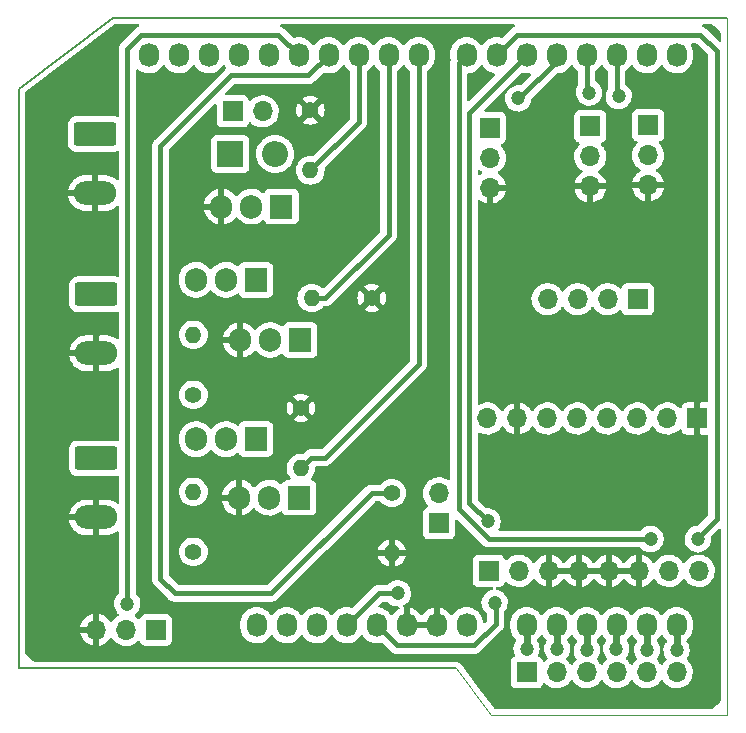
<source format=gbr>
G04 #@! TF.GenerationSoftware,KiCad,Pcbnew,(6.0.5-0)*
G04 #@! TF.CreationDate,2022-06-16T09:16:23+02:00*
G04 #@! TF.ProjectId,BRFEv3_Shield,42524645-7633-45f5-9368-69656c642e6b,rev?*
G04 #@! TF.SameCoordinates,Original*
G04 #@! TF.FileFunction,Copper,L1,Top*
G04 #@! TF.FilePolarity,Positive*
%FSLAX46Y46*%
G04 Gerber Fmt 4.6, Leading zero omitted, Abs format (unit mm)*
G04 Created by KiCad (PCBNEW (6.0.5-0)) date 2022-06-16 09:16:23*
%MOMM*%
%LPD*%
G01*
G04 APERTURE LIST*
G04 Aperture macros list*
%AMRoundRect*
0 Rectangle with rounded corners*
0 $1 Rounding radius*
0 $2 $3 $4 $5 $6 $7 $8 $9 X,Y pos of 4 corners*
0 Add a 4 corners polygon primitive as box body*
4,1,4,$2,$3,$4,$5,$6,$7,$8,$9,$2,$3,0*
0 Add four circle primitives for the rounded corners*
1,1,$1+$1,$2,$3*
1,1,$1+$1,$4,$5*
1,1,$1+$1,$6,$7*
1,1,$1+$1,$8,$9*
0 Add four rect primitives between the rounded corners*
20,1,$1+$1,$2,$3,$4,$5,0*
20,1,$1+$1,$4,$5,$6,$7,0*
20,1,$1+$1,$6,$7,$8,$9,0*
20,1,$1+$1,$8,$9,$2,$3,0*%
G04 Aperture macros list end*
G04 #@! TA.AperFunction,Profile*
%ADD10C,0.150000*%
G04 #@! TD*
G04 #@! TA.AperFunction,Profile*
%ADD11C,0.100000*%
G04 #@! TD*
G04 #@! TA.AperFunction,ComponentPad*
%ADD12O,1.727200X2.032000*%
G04 #@! TD*
G04 #@! TA.AperFunction,ComponentPad*
%ADD13R,1.700000X1.700000*%
G04 #@! TD*
G04 #@! TA.AperFunction,ComponentPad*
%ADD14O,1.700000X1.700000*%
G04 #@! TD*
G04 #@! TA.AperFunction,ComponentPad*
%ADD15R,1.905000X2.000000*%
G04 #@! TD*
G04 #@! TA.AperFunction,ComponentPad*
%ADD16O,1.905000X2.000000*%
G04 #@! TD*
G04 #@! TA.AperFunction,ComponentPad*
%ADD17RoundRect,0.250000X-1.550000X0.750000X-1.550000X-0.750000X1.550000X-0.750000X1.550000X0.750000X0*%
G04 #@! TD*
G04 #@! TA.AperFunction,ComponentPad*
%ADD18O,3.600000X2.000000*%
G04 #@! TD*
G04 #@! TA.AperFunction,ComponentPad*
%ADD19C,1.400000*%
G04 #@! TD*
G04 #@! TA.AperFunction,ComponentPad*
%ADD20O,1.400000X1.400000*%
G04 #@! TD*
G04 #@! TA.AperFunction,ComponentPad*
%ADD21R,2.200000X2.200000*%
G04 #@! TD*
G04 #@! TA.AperFunction,ComponentPad*
%ADD22O,2.200000X2.200000*%
G04 #@! TD*
G04 #@! TA.AperFunction,ViaPad*
%ADD23C,1.200000*%
G04 #@! TD*
G04 #@! TA.AperFunction,Conductor*
%ADD24C,0.400000*%
G04 #@! TD*
G04 #@! TA.AperFunction,Conductor*
%ADD25C,0.600000*%
G04 #@! TD*
G04 APERTURE END LIST*
D10*
X120998000Y-68365000D02*
X112998000Y-74365000D01*
D11*
X172998000Y-127365000D02*
X152998000Y-127365000D01*
X152998000Y-127365000D02*
X149998000Y-123365000D01*
D10*
X112998000Y-123365000D02*
X112998000Y-74365000D01*
X112998000Y-123365000D02*
X149998000Y-123365000D01*
D11*
X172998000Y-68365000D02*
X172998000Y-127365000D01*
D10*
X120998000Y-68365000D02*
X172998000Y-68365000D01*
D12*
G04 #@! TO.P,P1,1,Pin_1*
G04 #@! TO.N,unconnected-(P1-Pad1)*
X133148000Y-119765000D03*
G04 #@! TO.P,P1,2,Pin_2*
G04 #@! TO.N,/IOREF*
X135688000Y-119765000D03*
G04 #@! TO.P,P1,3,Pin_3*
G04 #@! TO.N,/Reset*
X138228000Y-119765000D03*
G04 #@! TO.P,P1,4,Pin_4*
G04 #@! TO.N,+3V3*
X140768000Y-119765000D03*
G04 #@! TO.P,P1,5,Pin_5*
G04 #@! TO.N,+5V*
X143308000Y-119765000D03*
G04 #@! TO.P,P1,6,Pin_6*
G04 #@! TO.N,GND*
X145848000Y-119765000D03*
G04 #@! TO.P,P1,7,Pin_7*
X148388000Y-119765000D03*
G04 #@! TO.P,P1,8,Pin_8*
G04 #@! TO.N,/Vin*
X150928000Y-119765000D03*
G04 #@! TD*
G04 #@! TO.P,P2,1,Pin_1*
G04 #@! TO.N,/A0*
X156008000Y-119765000D03*
G04 #@! TO.P,P2,2,Pin_2*
G04 #@! TO.N,/A1*
X158548000Y-119765000D03*
G04 #@! TO.P,P2,3,Pin_3*
G04 #@! TO.N,/A2*
X161088000Y-119765000D03*
G04 #@! TO.P,P2,4,Pin_4*
G04 #@! TO.N,/A3*
X163628000Y-119765000D03*
G04 #@! TO.P,P2,5,Pin_5*
G04 #@! TO.N,/A4(SDA)*
X166168000Y-119765000D03*
G04 #@! TO.P,P2,6,Pin_6*
G04 #@! TO.N,/A5(SCL)*
X168708000Y-119765000D03*
G04 #@! TD*
G04 #@! TO.P,P3,1,Pin_1*
G04 #@! TO.N,/A5(SCL)*
X124004000Y-71505000D03*
G04 #@! TO.P,P3,2,Pin_2*
G04 #@! TO.N,/A4(SDA)*
X126544000Y-71505000D03*
G04 #@! TO.P,P3,3,Pin_3*
G04 #@! TO.N,/AREF*
X129084000Y-71505000D03*
G04 #@! TO.P,P3,4,Pin_4*
G04 #@! TO.N,GND*
X131624000Y-71505000D03*
G04 #@! TO.P,P3,5,Pin_5*
G04 #@! TO.N,/13(SCK)*
X134164000Y-71505000D03*
G04 #@! TO.P,P3,6,Pin_6*
G04 #@! TO.N,/12(MISO)*
X136704000Y-71505000D03*
G04 #@! TO.P,P3,7,Pin_7*
G04 #@! TO.N,/11(\u002A\u002A{slash}MOSI)*
X139244000Y-71505000D03*
G04 #@! TO.P,P3,8,Pin_8*
G04 #@! TO.N,/10(\u002A\u002A{slash}SS)*
X141784000Y-71505000D03*
G04 #@! TO.P,P3,9,Pin_9*
G04 #@! TO.N,/9(\u002A\u002A)*
X144324000Y-71505000D03*
G04 #@! TO.P,P3,10,Pin_10*
G04 #@! TO.N,/8*
X146864000Y-71505000D03*
G04 #@! TD*
G04 #@! TO.P,P4,1,Pin_1*
G04 #@! TO.N,/7*
X150928000Y-71505000D03*
G04 #@! TO.P,P4,2,Pin_2*
G04 #@! TO.N,/6(\u002A\u002A)*
X153468000Y-71505000D03*
G04 #@! TO.P,P4,3,Pin_3*
G04 #@! TO.N,/5(\u002A\u002A)*
X156008000Y-71505000D03*
G04 #@! TO.P,P4,4,Pin_4*
G04 #@! TO.N,/4*
X158548000Y-71505000D03*
G04 #@! TO.P,P4,5,Pin_5*
G04 #@! TO.N,/3(\u002A\u002A)*
X161088000Y-71505000D03*
G04 #@! TO.P,P4,6,Pin_6*
G04 #@! TO.N,/2*
X163628000Y-71505000D03*
G04 #@! TO.P,P4,7,Pin_7*
G04 #@! TO.N,/1(Tx)*
X166168000Y-71505000D03*
G04 #@! TO.P,P4,8,Pin_8*
G04 #@! TO.N,/0(Rx)*
X168708000Y-71505000D03*
G04 #@! TD*
D13*
G04 #@! TO.P,J14,1,Pin_1*
G04 #@! TO.N,Net-(J14-Pad1)*
X165398000Y-92165000D03*
D14*
G04 #@! TO.P,J14,2,Pin_2*
G04 #@! TO.N,Net-(J14-Pad2)*
X162858000Y-92165000D03*
G04 #@! TO.P,J14,3,Pin_3*
G04 #@! TO.N,Net-(J14-Pad3)*
X160318000Y-92165000D03*
G04 #@! TO.P,J14,4,Pin_4*
G04 #@! TO.N,Net-(J14-Pad4)*
X157778000Y-92165000D03*
G04 #@! TD*
D13*
G04 #@! TO.P,J6,1,Pin_1*
G04 #@! TO.N,GND*
X170473000Y-102265000D03*
D14*
G04 #@! TO.P,J6,2,Pin_2*
G04 #@! TO.N,+5V*
X167933000Y-102265000D03*
G04 #@! TO.P,J6,3,Pin_3*
G04 #@! TO.N,Net-(J14-Pad1)*
X165393000Y-102265000D03*
G04 #@! TO.P,J6,4,Pin_4*
G04 #@! TO.N,Net-(J14-Pad2)*
X162853000Y-102265000D03*
G04 #@! TO.P,J6,5,Pin_5*
G04 #@! TO.N,Net-(J14-Pad3)*
X160313000Y-102265000D03*
G04 #@! TO.P,J6,6,Pin_6*
G04 #@! TO.N,Net-(J14-Pad4)*
X157773000Y-102265000D03*
G04 #@! TO.P,J6,7,Pin_7*
G04 #@! TO.N,GND*
X155233000Y-102265000D03*
G04 #@! TO.P,J6,8,Pin_8*
G04 #@! TO.N,+12V*
X152693000Y-102265000D03*
G04 #@! TD*
D13*
G04 #@! TO.P,J13,1,Pin_1*
G04 #@! TO.N,/4*
X152898000Y-77640000D03*
D14*
G04 #@! TO.P,J13,2,Pin_2*
G04 #@! TO.N,/pince_control*
X152898000Y-80180000D03*
G04 #@! TO.P,J13,3,Pin_3*
G04 #@! TO.N,GND*
X152898000Y-82720000D03*
G04 #@! TD*
D13*
G04 #@! TO.P,J5,1,Pin_1*
G04 #@! TO.N,/5(\u002A\u002A)*
X152798000Y-115165000D03*
D14*
G04 #@! TO.P,J5,2,Pin_2*
G04 #@! TO.N,+5V*
X155338000Y-115165000D03*
G04 #@! TO.P,J5,3,Pin_3*
G04 #@! TO.N,GND*
X157878000Y-115165000D03*
G04 #@! TO.P,J5,4,Pin_4*
X160418000Y-115165000D03*
G04 #@! TO.P,J5,5,Pin_5*
X162958000Y-115165000D03*
G04 #@! TO.P,J5,6,Pin_6*
X165498000Y-115165000D03*
G04 #@! TO.P,J5,7,Pin_7*
G04 #@! TO.N,/7*
X168038000Y-115165000D03*
G04 #@! TO.P,J5,8,Pin_8*
G04 #@! TO.N,/6(\u002A\u002A)*
X170578000Y-115165000D03*
G04 #@! TD*
D15*
G04 #@! TO.P,Q4,1*
G04 #@! TO.N,/8*
X136738000Y-108970000D03*
D16*
G04 #@! TO.P,Q4,2*
G04 #@! TO.N,Net-(Q3-Pad1)*
X134198000Y-108970000D03*
G04 #@! TO.P,Q4,3*
G04 #@! TO.N,GND*
X131658000Y-108970000D03*
G04 #@! TD*
D13*
G04 #@! TO.P,J4,1,Pin_1*
G04 #@! TO.N,+3V3*
X148598000Y-111140000D03*
D14*
G04 #@! TO.P,J4,2,Pin_2*
G04 #@! TO.N,/11(\u002A\u002A{slash}MOSI)*
X148598000Y-108600000D03*
G04 #@! TD*
D15*
G04 #@! TO.P,Q3,1,G*
G04 #@! TO.N,Net-(Q3-Pad1)*
X133088000Y-104020000D03*
D16*
G04 #@! TO.P,Q3,2,D*
G04 #@! TO.N,/big_servo_control*
X130548000Y-104020000D03*
G04 #@! TO.P,Q3,3,S*
G04 #@! TO.N,+6V*
X128008000Y-104020000D03*
G04 #@! TD*
D17*
G04 #@! TO.P,J1,1,Pin_1*
G04 #@! TO.N,+6V*
X119560500Y-105645000D03*
D18*
G04 #@! TO.P,J1,2,Pin_2*
G04 #@! TO.N,GND*
X119560500Y-110645000D03*
G04 #@! TD*
D13*
G04 #@! TO.P,J7,1,Pin_1*
G04 #@! TO.N,+12V*
X131123000Y-76265000D03*
D14*
G04 #@! TO.P,J7,2,Pin_2*
G04 #@! TO.N,/fan_control_down*
X133663000Y-76265000D03*
G04 #@! TD*
D19*
G04 #@! TO.P,R6,1*
G04 #@! TO.N,Net-(Q5-Pad1)*
X127798000Y-100265000D03*
D20*
G04 #@! TO.P,R6,2*
G04 #@! TO.N,+5V*
X127798000Y-95185000D03*
G04 #@! TD*
D19*
G04 #@! TO.P,R7,1*
G04 #@! TO.N,GND*
X142888000Y-92065000D03*
D20*
G04 #@! TO.P,R7,2*
G04 #@! TO.N,/9(\u002A\u002A)*
X137808000Y-92065000D03*
G04 #@! TD*
D15*
G04 #@! TO.P,Q2,1*
G04 #@! TO.N,/10(\u002A\u002A{slash}SS)*
X135238000Y-84320000D03*
D16*
G04 #@! TO.P,Q2,2*
G04 #@! TO.N,/fan_control_down*
X132698000Y-84320000D03*
G04 #@! TO.P,Q2,3*
G04 #@! TO.N,GND*
X130158000Y-84320000D03*
G04 #@! TD*
D19*
G04 #@! TO.P,R1,1*
G04 #@! TO.N,/11(\u002A\u002A{slash}MOSI)*
X144598000Y-108575000D03*
D20*
G04 #@! TO.P,R1,2*
G04 #@! TO.N,GND*
X144598000Y-113655000D03*
G04 #@! TD*
D19*
G04 #@! TO.P,R4,1*
G04 #@! TO.N,Net-(Q3-Pad1)*
X127798000Y-113555000D03*
D20*
G04 #@! TO.P,R4,2*
G04 #@! TO.N,+6V*
X127798000Y-108475000D03*
G04 #@! TD*
D15*
G04 #@! TO.P,Q6,1*
G04 #@! TO.N,/9(\u002A\u002A)*
X136838000Y-95620000D03*
D16*
G04 #@! TO.P,Q6,2*
G04 #@! TO.N,Net-(Q5-Pad1)*
X134298000Y-95620000D03*
G04 #@! TO.P,Q6,3*
G04 #@! TO.N,GND*
X131758000Y-95620000D03*
G04 #@! TD*
D15*
G04 #@! TO.P,Q5,1,G*
G04 #@! TO.N,Net-(Q5-Pad1)*
X133088000Y-90520000D03*
D16*
G04 #@! TO.P,Q5,2,D*
G04 #@! TO.N,/pince_control*
X130548000Y-90520000D03*
G04 #@! TO.P,Q5,3,S*
G04 #@! TO.N,+5V*
X128008000Y-90520000D03*
G04 #@! TD*
D13*
G04 #@! TO.P,P10,1,Pin_1*
G04 #@! TO.N,/A0*
X156008000Y-123755000D03*
D14*
G04 #@! TO.P,P10,2,Pin_2*
G04 #@! TO.N,/A1*
X158548000Y-123755000D03*
G04 #@! TO.P,P10,3,Pin_3*
G04 #@! TO.N,/A2*
X161088000Y-123755000D03*
G04 #@! TO.P,P10,4,Pin_4*
G04 #@! TO.N,/A3*
X163628000Y-123755000D03*
G04 #@! TO.P,P10,5,Pin_5*
G04 #@! TO.N,/A4(SDA)*
X166168000Y-123755000D03*
G04 #@! TO.P,P10,6,Pin_6*
G04 #@! TO.N,/A5(SCL)*
X168708000Y-123755000D03*
G04 #@! TD*
D13*
G04 #@! TO.P,J8,1,Pin_1*
G04 #@! TO.N,+5V*
X124623000Y-120165000D03*
D14*
G04 #@! TO.P,J8,2,Pin_2*
G04 #@! TO.N,/12(MISO)*
X122083000Y-120165000D03*
G04 #@! TO.P,J8,3,Pin_3*
G04 #@! TO.N,GND*
X119543000Y-120165000D03*
G04 #@! TD*
D19*
G04 #@! TO.P,R5,1*
G04 #@! TO.N,GND*
X136898000Y-101375000D03*
D20*
G04 #@! TO.P,R5,2*
G04 #@! TO.N,/8*
X136898000Y-106455000D03*
G04 #@! TD*
D17*
G04 #@! TO.P,J3,1,Pin_1*
G04 #@! TO.N,+12V*
X119475500Y-78165000D03*
D18*
G04 #@! TO.P,J3,2,Pin_2*
G04 #@! TO.N,GND*
X119475500Y-83165000D03*
G04 #@! TD*
D17*
G04 #@! TO.P,J2,1,Pin_1*
G04 #@! TO.N,+5V*
X119588000Y-91745000D03*
D18*
G04 #@! TO.P,J2,2,Pin_2*
G04 #@! TO.N,GND*
X119588000Y-96745000D03*
G04 #@! TD*
D19*
G04 #@! TO.P,R3,1*
G04 #@! TO.N,GND*
X137698000Y-76175000D03*
D20*
G04 #@! TO.P,R3,2*
G04 #@! TO.N,/10(\u002A\u002A{slash}SS)*
X137698000Y-81255000D03*
G04 #@! TD*
D13*
G04 #@! TO.P,J11,1,Pin_1*
G04 #@! TO.N,/2*
X166298000Y-77440000D03*
D14*
G04 #@! TO.P,J11,2,Pin_2*
G04 #@! TO.N,/big_servo_control*
X166298000Y-79980000D03*
G04 #@! TO.P,J11,3,Pin_3*
G04 #@! TO.N,GND*
X166298000Y-82520000D03*
G04 #@! TD*
D21*
G04 #@! TO.P,D1,1,K*
G04 #@! TO.N,+12V*
X130910818Y-79865000D03*
D22*
G04 #@! TO.P,D1,2,A*
G04 #@! TO.N,/fan_control_down*
X134720818Y-79865000D03*
G04 #@! TD*
D13*
G04 #@! TO.P,J12,1,Pin_1*
G04 #@! TO.N,/3(\u002A\u002A)*
X161398000Y-77540000D03*
D14*
G04 #@! TO.P,J12,2,Pin_2*
G04 #@! TO.N,/big_servo_control*
X161398000Y-80080000D03*
G04 #@! TO.P,J12,3,Pin_3*
G04 #@! TO.N,GND*
X161398000Y-82620000D03*
G04 #@! TD*
D23*
G04 #@! TO.N,+5V*
X153298000Y-117865000D03*
G04 #@! TO.N,/A0*
X155998000Y-121765000D03*
G04 #@! TO.N,/A1*
X158598000Y-121765000D03*
G04 #@! TO.N,/A2*
X161098000Y-121865000D03*
G04 #@! TO.N,/A3*
X163598000Y-121765000D03*
G04 #@! TO.N,/A4(SDA)*
X166198000Y-121865000D03*
G04 #@! TO.N,/A5(SCL)*
X168698000Y-121865000D03*
G04 #@! TO.N,/7*
X166498000Y-112465000D03*
G04 #@! TO.N,/6(\u002A\u002A)*
X170498000Y-112465000D03*
G04 #@! TO.N,/5(\u002A\u002A)*
X152698000Y-110965000D03*
G04 #@! TO.N,/4*
X155298000Y-75165000D03*
G04 #@! TO.N,/3(\u002A\u002A)*
X161298000Y-74665000D03*
G04 #@! TO.N,/2*
X163798000Y-74965000D03*
G04 #@! TO.N,+3V3*
X145098000Y-117065000D03*
G04 #@! TO.N,/12(MISO)*
X122198000Y-117965000D03*
G04 #@! TD*
D24*
G04 #@! TO.N,+5V*
X151575465Y-121480520D02*
X153398000Y-119657985D01*
X143308000Y-119765000D02*
X145023520Y-121480520D01*
X145023520Y-121480520D02*
X151575465Y-121480520D01*
X153398000Y-118065000D02*
X153298000Y-117965000D01*
X153398000Y-119657985D02*
X153398000Y-118065000D01*
D25*
G04 #@! TO.N,/A0*
X156008000Y-121755000D02*
X155998000Y-121765000D01*
X156008000Y-119765000D02*
X156008000Y-121755000D01*
G04 #@! TO.N,/A1*
X158598000Y-121765000D02*
X158598000Y-119815000D01*
X158598000Y-119815000D02*
X158548000Y-119765000D01*
G04 #@! TO.N,/A2*
X161098000Y-119775000D02*
X161088000Y-119765000D01*
X161098000Y-121865000D02*
X161098000Y-119775000D01*
G04 #@! TO.N,/A3*
X163598000Y-119795000D02*
X163628000Y-119765000D01*
X163598000Y-121765000D02*
X163598000Y-119795000D01*
G04 #@! TO.N,/A4(SDA)*
X166198000Y-119795000D02*
X166168000Y-119765000D01*
X166198000Y-121865000D02*
X166198000Y-119795000D01*
G04 #@! TO.N,/A5(SCL)*
X168698000Y-121865000D02*
X168698000Y-119775000D01*
X168698000Y-119775000D02*
X168708000Y-119765000D01*
D24*
G04 #@! TO.N,/9(\u002A\u002A)*
X138950081Y-92065000D02*
X144324000Y-86691081D01*
X137748000Y-92065000D02*
X138950081Y-92065000D01*
X144324000Y-86691081D02*
X144324000Y-71505000D01*
G04 #@! TO.N,/8*
X146864000Y-97616081D02*
X146864000Y-71505000D01*
X138900081Y-105580000D02*
X146864000Y-97616081D01*
X138900081Y-105580000D02*
X137773000Y-105580000D01*
X137773000Y-105580000D02*
X136898000Y-106455000D01*
G04 #@! TO.N,/7*
X150243969Y-72189031D02*
X150243969Y-109924492D01*
X150928000Y-71505000D02*
X150243969Y-72189031D01*
X150243969Y-109924492D02*
X152784477Y-112465000D01*
X152784477Y-112465000D02*
X166498000Y-112465000D01*
G04 #@! TO.N,/6(\u002A\u002A)*
X153468000Y-71505000D02*
X155183520Y-69789480D01*
X170722480Y-69789480D02*
X172098000Y-71165000D01*
X155183520Y-69789480D02*
X170722480Y-69789480D01*
X172098000Y-110765000D02*
X170398000Y-112465000D01*
X172098000Y-71165000D02*
X172098000Y-110765000D01*
G04 #@! TO.N,/5(\u002A\u002A)*
X151143489Y-76369511D02*
X151143489Y-109410489D01*
X156008000Y-71505000D02*
X151143489Y-76369511D01*
X151143489Y-109410489D02*
X152698000Y-110965000D01*
G04 #@! TO.N,/4*
X158548000Y-71505000D02*
X158548000Y-72015000D01*
X158548000Y-72015000D02*
X155398000Y-75165000D01*
G04 #@! TO.N,/3(\u002A\u002A)*
X161088000Y-74455000D02*
X161298000Y-74665000D01*
X161088000Y-71505000D02*
X161088000Y-74455000D01*
G04 #@! TO.N,/2*
X163628000Y-74795000D02*
X163798000Y-74965000D01*
X163628000Y-71505000D02*
X163628000Y-74795000D01*
G04 #@! TO.N,/11(\u002A\u002A{slash}MOSI)*
X130973671Y-73220520D02*
X137528480Y-73220520D01*
X126198000Y-117065000D02*
X124998000Y-115865000D01*
X144598000Y-108575000D02*
X142888000Y-108575000D01*
X137528480Y-73220520D02*
X139244000Y-71505000D01*
X124998000Y-79196191D02*
X130973671Y-73220520D01*
X124998000Y-115865000D02*
X124998000Y-79196191D01*
X148588000Y-108590000D02*
X148598000Y-108600000D01*
X142888000Y-108575000D02*
X134398000Y-117065000D01*
X134398000Y-117065000D02*
X126198000Y-117065000D01*
G04 #@! TO.N,/10(\u002A\u002A{slash}SS)*
X141784000Y-77169000D02*
X137698000Y-81255000D01*
X141784000Y-71505000D02*
X141784000Y-77169000D01*
G04 #@! TO.N,+3V3*
X145098000Y-117065000D02*
X145298000Y-117065000D01*
X145098000Y-117065000D02*
X143468000Y-117065000D01*
X143468000Y-117065000D02*
X140768000Y-119765000D01*
G04 #@! TO.N,/12(MISO)*
X134988480Y-69789480D02*
X123356535Y-69789480D01*
X122198000Y-70948015D02*
X122198000Y-117965000D01*
X123356535Y-69789480D02*
X122198000Y-70948015D01*
X136704000Y-71505000D02*
X134988480Y-69789480D01*
G04 #@! TD*
G04 #@! TA.AperFunction,Conductor*
G04 #@! TO.N,GND*
G36*
X123148052Y-68893502D02*
G01*
X123194545Y-68947158D01*
X123204649Y-69017432D01*
X123175155Y-69082012D01*
X123130574Y-69114874D01*
X123091738Y-69131921D01*
X123085634Y-69134412D01*
X123032991Y-69154305D01*
X123032987Y-69154307D01*
X123025879Y-69156993D01*
X123019618Y-69161296D01*
X123017252Y-69162533D01*
X123002472Y-69170760D01*
X123000187Y-69172111D01*
X122993230Y-69175165D01*
X122987210Y-69179785D01*
X122987204Y-69179788D01*
X122956077Y-69203674D01*
X122942533Y-69214067D01*
X122937203Y-69217939D01*
X122890815Y-69249819D01*
X122890810Y-69249824D01*
X122884554Y-69254123D01*
X122879503Y-69259793D01*
X122879501Y-69259794D01*
X122843100Y-69300650D01*
X122838119Y-69305926D01*
X121717480Y-70426565D01*
X121711215Y-70432419D01*
X121667615Y-70470454D01*
X121642431Y-70506287D01*
X121630872Y-70522734D01*
X121626939Y-70528029D01*
X121587524Y-70578297D01*
X121584401Y-70585213D01*
X121583017Y-70587499D01*
X121574643Y-70602180D01*
X121573378Y-70604540D01*
X121569010Y-70610754D01*
X121566250Y-70617833D01*
X121566249Y-70617835D01*
X121545798Y-70670290D01*
X121543247Y-70676359D01*
X121516955Y-70734588D01*
X121515571Y-70742055D01*
X121514770Y-70744610D01*
X121510141Y-70760863D01*
X121509478Y-70763443D01*
X121506718Y-70770524D01*
X121498814Y-70830565D01*
X121498379Y-70833867D01*
X121497348Y-70840374D01*
X121485704Y-70903201D01*
X121486141Y-70910781D01*
X121486141Y-70910782D01*
X121489291Y-70965407D01*
X121489500Y-70972661D01*
X121489500Y-76595197D01*
X121469498Y-76663318D01*
X121415842Y-76709811D01*
X121345568Y-76719915D01*
X121323833Y-76714790D01*
X121186889Y-76669368D01*
X121186887Y-76669368D01*
X121180361Y-76667203D01*
X121173525Y-76666503D01*
X121173522Y-76666502D01*
X121130469Y-76662091D01*
X121075900Y-76656500D01*
X117875100Y-76656500D01*
X117871854Y-76656837D01*
X117871850Y-76656837D01*
X117776192Y-76666762D01*
X117776188Y-76666763D01*
X117769334Y-76667474D01*
X117762798Y-76669655D01*
X117762796Y-76669655D01*
X117732736Y-76679684D01*
X117601554Y-76723450D01*
X117451152Y-76816522D01*
X117326195Y-76941697D01*
X117322355Y-76947927D01*
X117322354Y-76947928D01*
X117307962Y-76971277D01*
X117233385Y-77092262D01*
X117211011Y-77159717D01*
X117186031Y-77235032D01*
X117177703Y-77260139D01*
X117167000Y-77364600D01*
X117167000Y-78965400D01*
X117167337Y-78968646D01*
X117167337Y-78968650D01*
X117177136Y-79063087D01*
X117177974Y-79071166D01*
X117180155Y-79077702D01*
X117180155Y-79077704D01*
X117205148Y-79152617D01*
X117233950Y-79238946D01*
X117327022Y-79389348D01*
X117452197Y-79514305D01*
X117458427Y-79518145D01*
X117458428Y-79518146D01*
X117496885Y-79541851D01*
X117602762Y-79607115D01*
X117682505Y-79633564D01*
X117764111Y-79660632D01*
X117764113Y-79660632D01*
X117770639Y-79662797D01*
X117777475Y-79663497D01*
X117777478Y-79663498D01*
X117820531Y-79667909D01*
X117875100Y-79673500D01*
X121075900Y-79673500D01*
X121079146Y-79673163D01*
X121079150Y-79673163D01*
X121174808Y-79663238D01*
X121174812Y-79663237D01*
X121181666Y-79662526D01*
X121188202Y-79660345D01*
X121188204Y-79660345D01*
X121323624Y-79615165D01*
X121394573Y-79612581D01*
X121455657Y-79648764D01*
X121487482Y-79712229D01*
X121489500Y-79734689D01*
X121489500Y-81939938D01*
X121469498Y-82008059D01*
X121415842Y-82054552D01*
X121345568Y-82064656D01*
X121286971Y-82040034D01*
X121099074Y-81896375D01*
X121090595Y-81890911D01*
X120885653Y-81781022D01*
X120876401Y-81776980D01*
X120656529Y-81701273D01*
X120646757Y-81698764D01*
X120416529Y-81658996D01*
X120408657Y-81658141D01*
X120384949Y-81657064D01*
X120382116Y-81657000D01*
X119747615Y-81657000D01*
X119732376Y-81661475D01*
X119731171Y-81662865D01*
X119729500Y-81670548D01*
X119729500Y-84654885D01*
X119733975Y-84670124D01*
X119735365Y-84671329D01*
X119743048Y-84673000D01*
X120333956Y-84673000D01*
X120338988Y-84672798D01*
X120512343Y-84658850D01*
X120522296Y-84657238D01*
X120748133Y-84601767D01*
X120757703Y-84598584D01*
X120971765Y-84507720D01*
X120980707Y-84503045D01*
X121177487Y-84379126D01*
X121185560Y-84373086D01*
X121280175Y-84289672D01*
X121344501Y-84259627D01*
X121414859Y-84269128D01*
X121468910Y-84315160D01*
X121489500Y-84384186D01*
X121489500Y-90137883D01*
X121469498Y-90206004D01*
X121415842Y-90252497D01*
X121345568Y-90262601D01*
X121323833Y-90257476D01*
X121300254Y-90249655D01*
X121292861Y-90247203D01*
X121286025Y-90246503D01*
X121286022Y-90246502D01*
X121242969Y-90242091D01*
X121188400Y-90236500D01*
X117987600Y-90236500D01*
X117984354Y-90236837D01*
X117984350Y-90236837D01*
X117888692Y-90246762D01*
X117888688Y-90246763D01*
X117881834Y-90247474D01*
X117875298Y-90249655D01*
X117875296Y-90249655D01*
X117743194Y-90293728D01*
X117714054Y-90303450D01*
X117563652Y-90396522D01*
X117438695Y-90521697D01*
X117434855Y-90527927D01*
X117434854Y-90527928D01*
X117374517Y-90625813D01*
X117345885Y-90672262D01*
X117343581Y-90679209D01*
X117300598Y-90808800D01*
X117290203Y-90840139D01*
X117289503Y-90846975D01*
X117289502Y-90846978D01*
X117288899Y-90852865D01*
X117279500Y-90944600D01*
X117279500Y-92545400D01*
X117279837Y-92548646D01*
X117279837Y-92548650D01*
X117289151Y-92638411D01*
X117290474Y-92651166D01*
X117292655Y-92657702D01*
X117292655Y-92657704D01*
X117323553Y-92750315D01*
X117346450Y-92818946D01*
X117439522Y-92969348D01*
X117564697Y-93094305D01*
X117570927Y-93098145D01*
X117570928Y-93098146D01*
X117686684Y-93169499D01*
X117715262Y-93187115D01*
X117781759Y-93209171D01*
X117876611Y-93240632D01*
X117876613Y-93240632D01*
X117883139Y-93242797D01*
X117889975Y-93243497D01*
X117889978Y-93243498D01*
X117933031Y-93247909D01*
X117987600Y-93253500D01*
X121188400Y-93253500D01*
X121191646Y-93253163D01*
X121191650Y-93253163D01*
X121287308Y-93243238D01*
X121287312Y-93243237D01*
X121294166Y-93242526D01*
X121300702Y-93240345D01*
X121300704Y-93240345D01*
X121323624Y-93232698D01*
X121394573Y-93230114D01*
X121455657Y-93266297D01*
X121487482Y-93329762D01*
X121489500Y-93352222D01*
X121489500Y-95433925D01*
X121469498Y-95502046D01*
X121415842Y-95548539D01*
X121345568Y-95558643D01*
X121286971Y-95534021D01*
X121211574Y-95476375D01*
X121203095Y-95470911D01*
X120998153Y-95361022D01*
X120988901Y-95356980D01*
X120769029Y-95281273D01*
X120759257Y-95278764D01*
X120529029Y-95238996D01*
X120521157Y-95238141D01*
X120497449Y-95237064D01*
X120494616Y-95237000D01*
X119860115Y-95237000D01*
X119844876Y-95241475D01*
X119843671Y-95242865D01*
X119842000Y-95250548D01*
X119842000Y-98234885D01*
X119846475Y-98250124D01*
X119847865Y-98251329D01*
X119855548Y-98253000D01*
X120446456Y-98253000D01*
X120451488Y-98252798D01*
X120624843Y-98238850D01*
X120634796Y-98237238D01*
X120860633Y-98181767D01*
X120870203Y-98178584D01*
X121084265Y-98087720D01*
X121093207Y-98083045D01*
X121294266Y-97956431D01*
X121295202Y-97957917D01*
X121354561Y-97935804D01*
X121423930Y-97950924D01*
X121474112Y-98001146D01*
X121489500Y-98061487D01*
X121489500Y-104047004D01*
X121469498Y-104115125D01*
X121415842Y-104161618D01*
X121345568Y-104171722D01*
X121323833Y-104166597D01*
X121271889Y-104149368D01*
X121271887Y-104149368D01*
X121265361Y-104147203D01*
X121258525Y-104146503D01*
X121258522Y-104146502D01*
X121215469Y-104142091D01*
X121160900Y-104136500D01*
X117960100Y-104136500D01*
X117956854Y-104136837D01*
X117956850Y-104136837D01*
X117861192Y-104146762D01*
X117861188Y-104146763D01*
X117854334Y-104147474D01*
X117847798Y-104149655D01*
X117847796Y-104149655D01*
X117781654Y-104171722D01*
X117686554Y-104203450D01*
X117536152Y-104296522D01*
X117411195Y-104421697D01*
X117407355Y-104427927D01*
X117407354Y-104427928D01*
X117341396Y-104534932D01*
X117318385Y-104572262D01*
X117262703Y-104740139D01*
X117262003Y-104746975D01*
X117262002Y-104746978D01*
X117257591Y-104790031D01*
X117252000Y-104844600D01*
X117252000Y-106445400D01*
X117262974Y-106551166D01*
X117318950Y-106718946D01*
X117412022Y-106869348D01*
X117537197Y-106994305D01*
X117543427Y-106998145D01*
X117543428Y-106998146D01*
X117631576Y-107052481D01*
X117687762Y-107087115D01*
X117767505Y-107113564D01*
X117849111Y-107140632D01*
X117849113Y-107140632D01*
X117855639Y-107142797D01*
X117862475Y-107143497D01*
X117862478Y-107143498D01*
X117905531Y-107147909D01*
X117960100Y-107153500D01*
X121160900Y-107153500D01*
X121164146Y-107153163D01*
X121164150Y-107153163D01*
X121259808Y-107143238D01*
X121259812Y-107143237D01*
X121266666Y-107142526D01*
X121273208Y-107140343D01*
X121273210Y-107140343D01*
X121323623Y-107123524D01*
X121394573Y-107120938D01*
X121455657Y-107157122D01*
X121487482Y-107220586D01*
X121489500Y-107243047D01*
X121489500Y-109354950D01*
X121469498Y-109423071D01*
X121415842Y-109469564D01*
X121345568Y-109479668D01*
X121286971Y-109455046D01*
X121184074Y-109376375D01*
X121175595Y-109370911D01*
X120970653Y-109261022D01*
X120961401Y-109256980D01*
X120741529Y-109181273D01*
X120731757Y-109178764D01*
X120501529Y-109138996D01*
X120493657Y-109138141D01*
X120469949Y-109137064D01*
X120467116Y-109137000D01*
X119832615Y-109137000D01*
X119817376Y-109141475D01*
X119816171Y-109142865D01*
X119814500Y-109150548D01*
X119814500Y-112134885D01*
X119818975Y-112150124D01*
X119820365Y-112151329D01*
X119828048Y-112153000D01*
X120418956Y-112153000D01*
X120423988Y-112152798D01*
X120597343Y-112138850D01*
X120607296Y-112137238D01*
X120833133Y-112081767D01*
X120842703Y-112078584D01*
X121056765Y-111987720D01*
X121065707Y-111983045D01*
X121262487Y-111859126D01*
X121270554Y-111853091D01*
X121280173Y-111844610D01*
X121344498Y-111814564D01*
X121414857Y-111824064D01*
X121468909Y-111870095D01*
X121489500Y-111939123D01*
X121489500Y-117054760D01*
X121469498Y-117122881D01*
X121446577Y-117149492D01*
X121394824Y-117194878D01*
X121394820Y-117194882D01*
X121390478Y-117198690D01*
X121386903Y-117203225D01*
X121386902Y-117203226D01*
X121358240Y-117239584D01*
X121264351Y-117358681D01*
X121169492Y-117538978D01*
X121109078Y-117733543D01*
X121085132Y-117935859D01*
X121098457Y-118139151D01*
X121148605Y-118336610D01*
X121233898Y-118521624D01*
X121351479Y-118687997D01*
X121355613Y-118692024D01*
X121444904Y-118779008D01*
X121479741Y-118840870D01*
X121475604Y-118911746D01*
X121433805Y-118969133D01*
X121415166Y-118981023D01*
X121356607Y-119011507D01*
X121352474Y-119014610D01*
X121352471Y-119014612D01*
X121251311Y-119090565D01*
X121177965Y-119145635D01*
X121152541Y-119172240D01*
X121079327Y-119248854D01*
X121023629Y-119307138D01*
X121020715Y-119311410D01*
X121020714Y-119311411D01*
X120915898Y-119465066D01*
X120860987Y-119510069D01*
X120790462Y-119518240D01*
X120726715Y-119486986D01*
X120706018Y-119462502D01*
X120625426Y-119337926D01*
X120619136Y-119329757D01*
X120475806Y-119172240D01*
X120468273Y-119165215D01*
X120301139Y-119033222D01*
X120292552Y-119027517D01*
X120106117Y-118924599D01*
X120096705Y-118920369D01*
X119895959Y-118849280D01*
X119885988Y-118846646D01*
X119814837Y-118833972D01*
X119801540Y-118835432D01*
X119797000Y-118849989D01*
X119797000Y-121483517D01*
X119801064Y-121497359D01*
X119814478Y-121499393D01*
X119821184Y-121498534D01*
X119831262Y-121496392D01*
X120035255Y-121435191D01*
X120044842Y-121431433D01*
X120236095Y-121337739D01*
X120244945Y-121332464D01*
X120418328Y-121208792D01*
X120426200Y-121202139D01*
X120577052Y-121051812D01*
X120583730Y-121043965D01*
X120711022Y-120866819D01*
X120712279Y-120867722D01*
X120759373Y-120824362D01*
X120829311Y-120812145D01*
X120894751Y-120839678D01*
X120922579Y-120871511D01*
X120982987Y-120970088D01*
X121129250Y-121138938D01*
X121301126Y-121281632D01*
X121494000Y-121394338D01*
X121702692Y-121474030D01*
X121707760Y-121475061D01*
X121707763Y-121475062D01*
X121802862Y-121494410D01*
X121921597Y-121518567D01*
X121926772Y-121518757D01*
X121926774Y-121518757D01*
X122139673Y-121526564D01*
X122139677Y-121526564D01*
X122144837Y-121526753D01*
X122149957Y-121526097D01*
X122149959Y-121526097D01*
X122361288Y-121499025D01*
X122361289Y-121499025D01*
X122366416Y-121498368D01*
X122371366Y-121496883D01*
X122575429Y-121435661D01*
X122575434Y-121435659D01*
X122580384Y-121434174D01*
X122780994Y-121335896D01*
X122962860Y-121206173D01*
X123071091Y-121098319D01*
X123133462Y-121064404D01*
X123204268Y-121069592D01*
X123261030Y-121112238D01*
X123278012Y-121143341D01*
X123312155Y-121234417D01*
X123322385Y-121261705D01*
X123409739Y-121378261D01*
X123526295Y-121465615D01*
X123662684Y-121516745D01*
X123724866Y-121523500D01*
X125521134Y-121523500D01*
X125583316Y-121516745D01*
X125719705Y-121465615D01*
X125836261Y-121378261D01*
X125923615Y-121261705D01*
X125974745Y-121125316D01*
X125981500Y-121063134D01*
X125981500Y-119975868D01*
X131775900Y-119975868D01*
X131777544Y-119995246D01*
X131789873Y-120140540D01*
X131790626Y-120149420D01*
X131791964Y-120154577D01*
X131791965Y-120154580D01*
X131824816Y-120281146D01*
X131849125Y-120374806D01*
X131851317Y-120379672D01*
X131851318Y-120379675D01*
X131875324Y-120432966D01*
X131944762Y-120587113D01*
X132074804Y-120780272D01*
X132078483Y-120784129D01*
X132078485Y-120784131D01*
X132157366Y-120866819D01*
X132235532Y-120948758D01*
X132422350Y-121087754D01*
X132427102Y-121090170D01*
X132582590Y-121169224D01*
X132629916Y-121193286D01*
X132741106Y-121227812D01*
X132847193Y-121260753D01*
X132847199Y-121260754D01*
X132852296Y-121262337D01*
X132969838Y-121277916D01*
X133077848Y-121292232D01*
X133077852Y-121292232D01*
X133083132Y-121292932D01*
X133088462Y-121292732D01*
X133088463Y-121292732D01*
X133200929Y-121288510D01*
X133315822Y-121284197D01*
X133459085Y-121254137D01*
X133538486Y-121237477D01*
X133538489Y-121237476D01*
X133543713Y-121236380D01*
X133760290Y-121150850D01*
X133959359Y-121030051D01*
X133963389Y-121026554D01*
X134131197Y-120880939D01*
X134131199Y-120880937D01*
X134135230Y-120877439D01*
X134138613Y-120873313D01*
X134138617Y-120873309D01*
X134279487Y-120701504D01*
X134282872Y-120697376D01*
X134308845Y-120651748D01*
X134359927Y-120602442D01*
X134429558Y-120588580D01*
X134495629Y-120614563D01*
X134522867Y-120643713D01*
X134614804Y-120780272D01*
X134618483Y-120784129D01*
X134618485Y-120784131D01*
X134697366Y-120866819D01*
X134775532Y-120948758D01*
X134962350Y-121087754D01*
X134967102Y-121090170D01*
X135122590Y-121169224D01*
X135169916Y-121193286D01*
X135281106Y-121227812D01*
X135387193Y-121260753D01*
X135387199Y-121260754D01*
X135392296Y-121262337D01*
X135509838Y-121277916D01*
X135617848Y-121292232D01*
X135617852Y-121292232D01*
X135623132Y-121292932D01*
X135628462Y-121292732D01*
X135628463Y-121292732D01*
X135740929Y-121288510D01*
X135855822Y-121284197D01*
X135999085Y-121254137D01*
X136078486Y-121237477D01*
X136078489Y-121237476D01*
X136083713Y-121236380D01*
X136300290Y-121150850D01*
X136499359Y-121030051D01*
X136503389Y-121026554D01*
X136671197Y-120880939D01*
X136671199Y-120880937D01*
X136675230Y-120877439D01*
X136678613Y-120873313D01*
X136678617Y-120873309D01*
X136819487Y-120701504D01*
X136822872Y-120697376D01*
X136848845Y-120651748D01*
X136899927Y-120602442D01*
X136969558Y-120588580D01*
X137035629Y-120614563D01*
X137062867Y-120643713D01*
X137154804Y-120780272D01*
X137158483Y-120784129D01*
X137158485Y-120784131D01*
X137237366Y-120866819D01*
X137315532Y-120948758D01*
X137502350Y-121087754D01*
X137507102Y-121090170D01*
X137662590Y-121169224D01*
X137709916Y-121193286D01*
X137821106Y-121227812D01*
X137927193Y-121260753D01*
X137927199Y-121260754D01*
X137932296Y-121262337D01*
X138049838Y-121277916D01*
X138157848Y-121292232D01*
X138157852Y-121292232D01*
X138163132Y-121292932D01*
X138168462Y-121292732D01*
X138168463Y-121292732D01*
X138280929Y-121288510D01*
X138395822Y-121284197D01*
X138539085Y-121254137D01*
X138618486Y-121237477D01*
X138618489Y-121237476D01*
X138623713Y-121236380D01*
X138840290Y-121150850D01*
X139039359Y-121030051D01*
X139043389Y-121026554D01*
X139211197Y-120880939D01*
X139211199Y-120880937D01*
X139215230Y-120877439D01*
X139218613Y-120873313D01*
X139218617Y-120873309D01*
X139359487Y-120701504D01*
X139362872Y-120697376D01*
X139388845Y-120651748D01*
X139439927Y-120602442D01*
X139509558Y-120588580D01*
X139575629Y-120614563D01*
X139602867Y-120643713D01*
X139694804Y-120780272D01*
X139698483Y-120784129D01*
X139698485Y-120784131D01*
X139777366Y-120866819D01*
X139855532Y-120948758D01*
X140042350Y-121087754D01*
X140047102Y-121090170D01*
X140202590Y-121169224D01*
X140249916Y-121193286D01*
X140361106Y-121227812D01*
X140467193Y-121260753D01*
X140467199Y-121260754D01*
X140472296Y-121262337D01*
X140589838Y-121277916D01*
X140697848Y-121292232D01*
X140697852Y-121292232D01*
X140703132Y-121292932D01*
X140708462Y-121292732D01*
X140708463Y-121292732D01*
X140820929Y-121288510D01*
X140935822Y-121284197D01*
X141079085Y-121254137D01*
X141158486Y-121237477D01*
X141158489Y-121237476D01*
X141163713Y-121236380D01*
X141380290Y-121150850D01*
X141579359Y-121030051D01*
X141583389Y-121026554D01*
X141751197Y-120880939D01*
X141751199Y-120880937D01*
X141755230Y-120877439D01*
X141758613Y-120873313D01*
X141758617Y-120873309D01*
X141899487Y-120701504D01*
X141902872Y-120697376D01*
X141928845Y-120651748D01*
X141979927Y-120602442D01*
X142049558Y-120588580D01*
X142115629Y-120614563D01*
X142142867Y-120643713D01*
X142234804Y-120780272D01*
X142238483Y-120784129D01*
X142238485Y-120784131D01*
X142317366Y-120866819D01*
X142395532Y-120948758D01*
X142582350Y-121087754D01*
X142587102Y-121090170D01*
X142742590Y-121169224D01*
X142789916Y-121193286D01*
X142901106Y-121227812D01*
X143007193Y-121260753D01*
X143007199Y-121260754D01*
X143012296Y-121262337D01*
X143129838Y-121277916D01*
X143237848Y-121292232D01*
X143237852Y-121292232D01*
X143243132Y-121292932D01*
X143248462Y-121292732D01*
X143248463Y-121292732D01*
X143360929Y-121288510D01*
X143475822Y-121284197D01*
X143697884Y-121237603D01*
X143768660Y-121243190D01*
X143812853Y-121271823D01*
X144502070Y-121961040D01*
X144507924Y-121967305D01*
X144545959Y-122010905D01*
X144594121Y-122044753D01*
X144598217Y-122047632D01*
X144603513Y-122051565D01*
X144653802Y-122090997D01*
X144660724Y-122094122D01*
X144662972Y-122095484D01*
X144677705Y-122103888D01*
X144680044Y-122105142D01*
X144686259Y-122109510D01*
X144693335Y-122112269D01*
X144693339Y-122112271D01*
X144745794Y-122132722D01*
X144751872Y-122135277D01*
X144810094Y-122161565D01*
X144817565Y-122162949D01*
X144820119Y-122163750D01*
X144836398Y-122168387D01*
X144838953Y-122169043D01*
X144846029Y-122171802D01*
X144866782Y-122174534D01*
X144909371Y-122180141D01*
X144915887Y-122181173D01*
X144969385Y-122191088D01*
X144978707Y-122192816D01*
X144986287Y-122192379D01*
X144986288Y-122192379D01*
X145040918Y-122189229D01*
X145048171Y-122189020D01*
X151546553Y-122189020D01*
X151555123Y-122189312D01*
X151605241Y-122192729D01*
X151605245Y-122192729D01*
X151612817Y-122193245D01*
X151620294Y-122191940D01*
X151620295Y-122191940D01*
X151646773Y-122187319D01*
X151675768Y-122182258D01*
X151682286Y-122181297D01*
X151745707Y-122173622D01*
X151752808Y-122170939D01*
X151755417Y-122170298D01*
X151771727Y-122165835D01*
X151774263Y-122165070D01*
X151781749Y-122163763D01*
X151840265Y-122138076D01*
X151846369Y-122135585D01*
X151847182Y-122135278D01*
X151906121Y-122113007D01*
X151912384Y-122108703D01*
X151914750Y-122107466D01*
X151929562Y-122099221D01*
X151931816Y-122097888D01*
X151938770Y-122094835D01*
X151989467Y-122055933D01*
X151994797Y-122052061D01*
X152041185Y-122020181D01*
X152041190Y-122020176D01*
X152047446Y-122015877D01*
X152088901Y-121969349D01*
X152093881Y-121964074D01*
X153878520Y-120179435D01*
X153884785Y-120173581D01*
X153922660Y-120140540D01*
X153928385Y-120135546D01*
X153965114Y-120083285D01*
X153969046Y-120077990D01*
X154003791Y-120033679D01*
X154008477Y-120027703D01*
X154011602Y-120020781D01*
X154012964Y-120018533D01*
X154021368Y-120003800D01*
X154022622Y-120001461D01*
X154026990Y-119995246D01*
X154029749Y-119988170D01*
X154029751Y-119988166D01*
X154034546Y-119975868D01*
X154635900Y-119975868D01*
X154637544Y-119995246D01*
X154649873Y-120140540D01*
X154650626Y-120149420D01*
X154651964Y-120154577D01*
X154651965Y-120154580D01*
X154684816Y-120281146D01*
X154709125Y-120374806D01*
X154711317Y-120379672D01*
X154711318Y-120379675D01*
X154735324Y-120432966D01*
X154804762Y-120587113D01*
X154934804Y-120780272D01*
X155093601Y-120946734D01*
X155126147Y-121009828D01*
X155119416Y-121080505D01*
X155101380Y-121111710D01*
X155064351Y-121158681D01*
X155061662Y-121163792D01*
X155061660Y-121163795D01*
X155022894Y-121237477D01*
X154969492Y-121338978D01*
X154909078Y-121533543D01*
X154885132Y-121735859D01*
X154898457Y-121939151D01*
X154948605Y-122136610D01*
X155011250Y-122272498D01*
X155021605Y-122342733D01*
X154992343Y-122407419D01*
X154941053Y-122443229D01*
X154919705Y-122451232D01*
X154919704Y-122451233D01*
X154911295Y-122454385D01*
X154794739Y-122541739D01*
X154707385Y-122658295D01*
X154656255Y-122794684D01*
X154649500Y-122856866D01*
X154649500Y-124653134D01*
X154656255Y-124715316D01*
X154707385Y-124851705D01*
X154794739Y-124968261D01*
X154911295Y-125055615D01*
X155047684Y-125106745D01*
X155109866Y-125113500D01*
X156906134Y-125113500D01*
X156968316Y-125106745D01*
X157104705Y-125055615D01*
X157221261Y-124968261D01*
X157308615Y-124851705D01*
X157330799Y-124792529D01*
X157352598Y-124734382D01*
X157395240Y-124677618D01*
X157461802Y-124652918D01*
X157531150Y-124668126D01*
X157565817Y-124696114D01*
X157594250Y-124728938D01*
X157766126Y-124871632D01*
X157959000Y-124984338D01*
X158167692Y-125064030D01*
X158172760Y-125065061D01*
X158172763Y-125065062D01*
X158280017Y-125086883D01*
X158386597Y-125108567D01*
X158391772Y-125108757D01*
X158391774Y-125108757D01*
X158604673Y-125116564D01*
X158604677Y-125116564D01*
X158609837Y-125116753D01*
X158614957Y-125116097D01*
X158614959Y-125116097D01*
X158826288Y-125089025D01*
X158826289Y-125089025D01*
X158831416Y-125088368D01*
X158836366Y-125086883D01*
X159040429Y-125025661D01*
X159040434Y-125025659D01*
X159045384Y-125024174D01*
X159245994Y-124925896D01*
X159427860Y-124796173D01*
X159586096Y-124638489D01*
X159716453Y-124457077D01*
X159717776Y-124458028D01*
X159764645Y-124414857D01*
X159834580Y-124402625D01*
X159900026Y-124430144D01*
X159927875Y-124461994D01*
X159987987Y-124560088D01*
X160134250Y-124728938D01*
X160306126Y-124871632D01*
X160499000Y-124984338D01*
X160707692Y-125064030D01*
X160712760Y-125065061D01*
X160712763Y-125065062D01*
X160820017Y-125086883D01*
X160926597Y-125108567D01*
X160931772Y-125108757D01*
X160931774Y-125108757D01*
X161144673Y-125116564D01*
X161144677Y-125116564D01*
X161149837Y-125116753D01*
X161154957Y-125116097D01*
X161154959Y-125116097D01*
X161366288Y-125089025D01*
X161366289Y-125089025D01*
X161371416Y-125088368D01*
X161376366Y-125086883D01*
X161580429Y-125025661D01*
X161580434Y-125025659D01*
X161585384Y-125024174D01*
X161785994Y-124925896D01*
X161967860Y-124796173D01*
X162126096Y-124638489D01*
X162256453Y-124457077D01*
X162257776Y-124458028D01*
X162304645Y-124414857D01*
X162374580Y-124402625D01*
X162440026Y-124430144D01*
X162467875Y-124461994D01*
X162527987Y-124560088D01*
X162674250Y-124728938D01*
X162846126Y-124871632D01*
X163039000Y-124984338D01*
X163247692Y-125064030D01*
X163252760Y-125065061D01*
X163252763Y-125065062D01*
X163360017Y-125086883D01*
X163466597Y-125108567D01*
X163471772Y-125108757D01*
X163471774Y-125108757D01*
X163684673Y-125116564D01*
X163684677Y-125116564D01*
X163689837Y-125116753D01*
X163694957Y-125116097D01*
X163694959Y-125116097D01*
X163906288Y-125089025D01*
X163906289Y-125089025D01*
X163911416Y-125088368D01*
X163916366Y-125086883D01*
X164120429Y-125025661D01*
X164120434Y-125025659D01*
X164125384Y-125024174D01*
X164325994Y-124925896D01*
X164507860Y-124796173D01*
X164666096Y-124638489D01*
X164796453Y-124457077D01*
X164797776Y-124458028D01*
X164844645Y-124414857D01*
X164914580Y-124402625D01*
X164980026Y-124430144D01*
X165007875Y-124461994D01*
X165067987Y-124560088D01*
X165214250Y-124728938D01*
X165386126Y-124871632D01*
X165579000Y-124984338D01*
X165787692Y-125064030D01*
X165792760Y-125065061D01*
X165792763Y-125065062D01*
X165900017Y-125086883D01*
X166006597Y-125108567D01*
X166011772Y-125108757D01*
X166011774Y-125108757D01*
X166224673Y-125116564D01*
X166224677Y-125116564D01*
X166229837Y-125116753D01*
X166234957Y-125116097D01*
X166234959Y-125116097D01*
X166446288Y-125089025D01*
X166446289Y-125089025D01*
X166451416Y-125088368D01*
X166456366Y-125086883D01*
X166660429Y-125025661D01*
X166660434Y-125025659D01*
X166665384Y-125024174D01*
X166865994Y-124925896D01*
X167047860Y-124796173D01*
X167206096Y-124638489D01*
X167336453Y-124457077D01*
X167337776Y-124458028D01*
X167384645Y-124414857D01*
X167454580Y-124402625D01*
X167520026Y-124430144D01*
X167547875Y-124461994D01*
X167607987Y-124560088D01*
X167754250Y-124728938D01*
X167926126Y-124871632D01*
X168119000Y-124984338D01*
X168327692Y-125064030D01*
X168332760Y-125065061D01*
X168332763Y-125065062D01*
X168440017Y-125086883D01*
X168546597Y-125108567D01*
X168551772Y-125108757D01*
X168551774Y-125108757D01*
X168764673Y-125116564D01*
X168764677Y-125116564D01*
X168769837Y-125116753D01*
X168774957Y-125116097D01*
X168774959Y-125116097D01*
X168986288Y-125089025D01*
X168986289Y-125089025D01*
X168991416Y-125088368D01*
X168996366Y-125086883D01*
X169200429Y-125025661D01*
X169200434Y-125025659D01*
X169205384Y-125024174D01*
X169405994Y-124925896D01*
X169587860Y-124796173D01*
X169746096Y-124638489D01*
X169876453Y-124457077D01*
X169897320Y-124414857D01*
X169973136Y-124261453D01*
X169973137Y-124261451D01*
X169975430Y-124256811D01*
X170040370Y-124043069D01*
X170069529Y-123821590D01*
X170071156Y-123755000D01*
X170052852Y-123532361D01*
X169998431Y-123315702D01*
X169909354Y-123110840D01*
X169802301Y-122945361D01*
X169790822Y-122927617D01*
X169790820Y-122927614D01*
X169788014Y-122923277D01*
X169637670Y-122758051D01*
X169633619Y-122754851D01*
X169633615Y-122754848D01*
X169593911Y-122723492D01*
X169552848Y-122665574D01*
X169549616Y-122594651D01*
X169575127Y-122544043D01*
X169615458Y-122495551D01*
X169715004Y-122317799D01*
X169716860Y-122312332D01*
X169716862Y-122312327D01*
X169778634Y-122130352D01*
X169778635Y-122130347D01*
X169780490Y-122124883D01*
X169809723Y-121923263D01*
X169811249Y-121865000D01*
X169792608Y-121662126D01*
X169782991Y-121628026D01*
X169738875Y-121471606D01*
X169738874Y-121471604D01*
X169737307Y-121466047D01*
X169726680Y-121444496D01*
X169649756Y-121288510D01*
X169647201Y-121283329D01*
X169631526Y-121262337D01*
X169554991Y-121159845D01*
X169552224Y-121156140D01*
X169527492Y-121089590D01*
X169542666Y-121020234D01*
X169570602Y-120985585D01*
X169691197Y-120880939D01*
X169691199Y-120880937D01*
X169695230Y-120877439D01*
X169698613Y-120873313D01*
X169698617Y-120873309D01*
X169839487Y-120701504D01*
X169842872Y-120697376D01*
X169903114Y-120591547D01*
X169955422Y-120499654D01*
X169958065Y-120495011D01*
X169978239Y-120439435D01*
X170035695Y-120281146D01*
X170035696Y-120281142D01*
X170037515Y-120276131D01*
X170078950Y-120046993D01*
X170080100Y-120022606D01*
X170080100Y-119554132D01*
X170072325Y-119462502D01*
X170065825Y-119385891D01*
X170065824Y-119385887D01*
X170065374Y-119380580D01*
X170064035Y-119375420D01*
X170008217Y-119160363D01*
X170008216Y-119160359D01*
X170006875Y-119155194D01*
X170001340Y-119142905D01*
X169916293Y-118954109D01*
X169911238Y-118942887D01*
X169781196Y-118749728D01*
X169765586Y-118733364D01*
X169634118Y-118595551D01*
X169620468Y-118581242D01*
X169433650Y-118442246D01*
X169306574Y-118377637D01*
X169230842Y-118339133D01*
X169230841Y-118339133D01*
X169226084Y-118336714D01*
X169087299Y-118293620D01*
X169008807Y-118269247D01*
X169008801Y-118269246D01*
X169003704Y-118267663D01*
X168879340Y-118251180D01*
X168778152Y-118237768D01*
X168778148Y-118237768D01*
X168772868Y-118237068D01*
X168767538Y-118237268D01*
X168767537Y-118237268D01*
X168656523Y-118241435D01*
X168540178Y-118245803D01*
X168502709Y-118253665D01*
X168317514Y-118292523D01*
X168317511Y-118292524D01*
X168312287Y-118293620D01*
X168095710Y-118379150D01*
X167896641Y-118499949D01*
X167892611Y-118503446D01*
X167786469Y-118595551D01*
X167720770Y-118652561D01*
X167717387Y-118656687D01*
X167717383Y-118656691D01*
X167618224Y-118777626D01*
X167573128Y-118832624D01*
X167570490Y-118837259D01*
X167570487Y-118837263D01*
X167547155Y-118878252D01*
X167496073Y-118927558D01*
X167426442Y-118941420D01*
X167360371Y-118915437D01*
X167333133Y-118886287D01*
X167283965Y-118813255D01*
X167241196Y-118749728D01*
X167225586Y-118733364D01*
X167094118Y-118595551D01*
X167080468Y-118581242D01*
X166893650Y-118442246D01*
X166766574Y-118377637D01*
X166690842Y-118339133D01*
X166690841Y-118339133D01*
X166686084Y-118336714D01*
X166547299Y-118293620D01*
X166468807Y-118269247D01*
X166468801Y-118269246D01*
X166463704Y-118267663D01*
X166339340Y-118251180D01*
X166238152Y-118237768D01*
X166238148Y-118237768D01*
X166232868Y-118237068D01*
X166227538Y-118237268D01*
X166227537Y-118237268D01*
X166116523Y-118241435D01*
X166000178Y-118245803D01*
X165962709Y-118253665D01*
X165777514Y-118292523D01*
X165777511Y-118292524D01*
X165772287Y-118293620D01*
X165555710Y-118379150D01*
X165356641Y-118499949D01*
X165352611Y-118503446D01*
X165246469Y-118595551D01*
X165180770Y-118652561D01*
X165177387Y-118656687D01*
X165177383Y-118656691D01*
X165078224Y-118777626D01*
X165033128Y-118832624D01*
X165030490Y-118837259D01*
X165030487Y-118837263D01*
X165007155Y-118878252D01*
X164956073Y-118927558D01*
X164886442Y-118941420D01*
X164820371Y-118915437D01*
X164793133Y-118886287D01*
X164743965Y-118813255D01*
X164701196Y-118749728D01*
X164685586Y-118733364D01*
X164554118Y-118595551D01*
X164540468Y-118581242D01*
X164353650Y-118442246D01*
X164226574Y-118377637D01*
X164150842Y-118339133D01*
X164150841Y-118339133D01*
X164146084Y-118336714D01*
X164007299Y-118293620D01*
X163928807Y-118269247D01*
X163928801Y-118269246D01*
X163923704Y-118267663D01*
X163799340Y-118251180D01*
X163698152Y-118237768D01*
X163698148Y-118237768D01*
X163692868Y-118237068D01*
X163687538Y-118237268D01*
X163687537Y-118237268D01*
X163576523Y-118241435D01*
X163460178Y-118245803D01*
X163422709Y-118253665D01*
X163237514Y-118292523D01*
X163237511Y-118292524D01*
X163232287Y-118293620D01*
X163015710Y-118379150D01*
X162816641Y-118499949D01*
X162812611Y-118503446D01*
X162706469Y-118595551D01*
X162640770Y-118652561D01*
X162637387Y-118656687D01*
X162637383Y-118656691D01*
X162538224Y-118777626D01*
X162493128Y-118832624D01*
X162490490Y-118837259D01*
X162490487Y-118837263D01*
X162467155Y-118878252D01*
X162416073Y-118927558D01*
X162346442Y-118941420D01*
X162280371Y-118915437D01*
X162253133Y-118886287D01*
X162203965Y-118813255D01*
X162161196Y-118749728D01*
X162145586Y-118733364D01*
X162014118Y-118595551D01*
X162000468Y-118581242D01*
X161813650Y-118442246D01*
X161686574Y-118377637D01*
X161610842Y-118339133D01*
X161610841Y-118339133D01*
X161606084Y-118336714D01*
X161467299Y-118293620D01*
X161388807Y-118269247D01*
X161388801Y-118269246D01*
X161383704Y-118267663D01*
X161259340Y-118251180D01*
X161158152Y-118237768D01*
X161158148Y-118237768D01*
X161152868Y-118237068D01*
X161147538Y-118237268D01*
X161147537Y-118237268D01*
X161036523Y-118241435D01*
X160920178Y-118245803D01*
X160882709Y-118253665D01*
X160697514Y-118292523D01*
X160697511Y-118292524D01*
X160692287Y-118293620D01*
X160475710Y-118379150D01*
X160276641Y-118499949D01*
X160272611Y-118503446D01*
X160166469Y-118595551D01*
X160100770Y-118652561D01*
X160097387Y-118656687D01*
X160097383Y-118656691D01*
X159998224Y-118777626D01*
X159953128Y-118832624D01*
X159950490Y-118837259D01*
X159950487Y-118837263D01*
X159927155Y-118878252D01*
X159876073Y-118927558D01*
X159806442Y-118941420D01*
X159740371Y-118915437D01*
X159713133Y-118886287D01*
X159663965Y-118813255D01*
X159621196Y-118749728D01*
X159605586Y-118733364D01*
X159474118Y-118595551D01*
X159460468Y-118581242D01*
X159273650Y-118442246D01*
X159146574Y-118377637D01*
X159070842Y-118339133D01*
X159070841Y-118339133D01*
X159066084Y-118336714D01*
X158927299Y-118293620D01*
X158848807Y-118269247D01*
X158848801Y-118269246D01*
X158843704Y-118267663D01*
X158719340Y-118251180D01*
X158618152Y-118237768D01*
X158618148Y-118237768D01*
X158612868Y-118237068D01*
X158607538Y-118237268D01*
X158607537Y-118237268D01*
X158496523Y-118241435D01*
X158380178Y-118245803D01*
X158342709Y-118253665D01*
X158157514Y-118292523D01*
X158157511Y-118292524D01*
X158152287Y-118293620D01*
X157935710Y-118379150D01*
X157736641Y-118499949D01*
X157732611Y-118503446D01*
X157626469Y-118595551D01*
X157560770Y-118652561D01*
X157557387Y-118656687D01*
X157557383Y-118656691D01*
X157458224Y-118777626D01*
X157413128Y-118832624D01*
X157410490Y-118837259D01*
X157410487Y-118837263D01*
X157387155Y-118878252D01*
X157336073Y-118927558D01*
X157266442Y-118941420D01*
X157200371Y-118915437D01*
X157173133Y-118886287D01*
X157123965Y-118813255D01*
X157081196Y-118749728D01*
X157065586Y-118733364D01*
X156934118Y-118595551D01*
X156920468Y-118581242D01*
X156733650Y-118442246D01*
X156606574Y-118377637D01*
X156530842Y-118339133D01*
X156530841Y-118339133D01*
X156526084Y-118336714D01*
X156387299Y-118293620D01*
X156308807Y-118269247D01*
X156308801Y-118269246D01*
X156303704Y-118267663D01*
X156179340Y-118251180D01*
X156078152Y-118237768D01*
X156078148Y-118237768D01*
X156072868Y-118237068D01*
X156067538Y-118237268D01*
X156067537Y-118237268D01*
X155956523Y-118241435D01*
X155840178Y-118245803D01*
X155802709Y-118253665D01*
X155617514Y-118292523D01*
X155617511Y-118292524D01*
X155612287Y-118293620D01*
X155395710Y-118379150D01*
X155196641Y-118499949D01*
X155192611Y-118503446D01*
X155086469Y-118595551D01*
X155020770Y-118652561D01*
X155017387Y-118656687D01*
X155017383Y-118656691D01*
X154918224Y-118777626D01*
X154873128Y-118832624D01*
X154870490Y-118837259D01*
X154870487Y-118837263D01*
X154808387Y-118946358D01*
X154757935Y-119034989D01*
X154756114Y-119040005D01*
X154756112Y-119040010D01*
X154680305Y-119248854D01*
X154678485Y-119253869D01*
X154677536Y-119259118D01*
X154677535Y-119259121D01*
X154667914Y-119312325D01*
X154637050Y-119483007D01*
X154636855Y-119487146D01*
X154636854Y-119487153D01*
X154635970Y-119505905D01*
X154635900Y-119507394D01*
X154635900Y-119975868D01*
X154034546Y-119975868D01*
X154050200Y-119935716D01*
X154052749Y-119929651D01*
X154079045Y-119871412D01*
X154080429Y-119863947D01*
X154081226Y-119861403D01*
X154085859Y-119845137D01*
X154086521Y-119842557D01*
X154089282Y-119835476D01*
X154097622Y-119772128D01*
X154098653Y-119765614D01*
X154100822Y-119753915D01*
X154110296Y-119702798D01*
X154106709Y-119640587D01*
X154106500Y-119633334D01*
X154106500Y-118672108D01*
X154126502Y-118603987D01*
X154135626Y-118591539D01*
X154193773Y-118521624D01*
X154215458Y-118495551D01*
X154281883Y-118376941D01*
X154312180Y-118322842D01*
X154312181Y-118322840D01*
X154315004Y-118317799D01*
X154316860Y-118312332D01*
X154316862Y-118312327D01*
X154378634Y-118130352D01*
X154378635Y-118130347D01*
X154380490Y-118124883D01*
X154409723Y-117923263D01*
X154411249Y-117865000D01*
X154394881Y-117686859D01*
X154393137Y-117667880D01*
X154393136Y-117667877D01*
X154392608Y-117662126D01*
X154391040Y-117656566D01*
X154338875Y-117471606D01*
X154338874Y-117471604D01*
X154337307Y-117466047D01*
X154326680Y-117444496D01*
X154249756Y-117288510D01*
X154247201Y-117283329D01*
X154228796Y-117258681D01*
X154128758Y-117124715D01*
X154128758Y-117124714D01*
X154125305Y-117120091D01*
X153975703Y-116981800D01*
X153929675Y-116952759D01*
X153808288Y-116876169D01*
X153808283Y-116876167D01*
X153803404Y-116873088D01*
X153614180Y-116797595D01*
X153490931Y-116773079D01*
X153428022Y-116740171D01*
X153392890Y-116678476D01*
X153396690Y-116607581D01*
X153438216Y-116549995D01*
X153504283Y-116524001D01*
X153515513Y-116523500D01*
X153696134Y-116523500D01*
X153758316Y-116516745D01*
X153894705Y-116465615D01*
X154011261Y-116378261D01*
X154098615Y-116261705D01*
X154120799Y-116202529D01*
X154142598Y-116144382D01*
X154185240Y-116087618D01*
X154251802Y-116062918D01*
X154321150Y-116078126D01*
X154355817Y-116106114D01*
X154384250Y-116138938D01*
X154556126Y-116281632D01*
X154749000Y-116394338D01*
X154753825Y-116396180D01*
X154753826Y-116396181D01*
X154786791Y-116408769D01*
X154957692Y-116474030D01*
X154962760Y-116475061D01*
X154962763Y-116475062D01*
X155034186Y-116489593D01*
X155176597Y-116518567D01*
X155181772Y-116518757D01*
X155181774Y-116518757D01*
X155394673Y-116526564D01*
X155394677Y-116526564D01*
X155399837Y-116526753D01*
X155404957Y-116526097D01*
X155404959Y-116526097D01*
X155616288Y-116499025D01*
X155616289Y-116499025D01*
X155621416Y-116498368D01*
X155626366Y-116496883D01*
X155830429Y-116435661D01*
X155830434Y-116435659D01*
X155835384Y-116434174D01*
X156035994Y-116335896D01*
X156217860Y-116206173D01*
X156242319Y-116181800D01*
X156357991Y-116066531D01*
X156376096Y-116048489D01*
X156418352Y-115989684D01*
X156506453Y-115867077D01*
X156507640Y-115867930D01*
X156554960Y-115824362D01*
X156624897Y-115812145D01*
X156690338Y-115839678D01*
X156718166Y-115871511D01*
X156775694Y-115965388D01*
X156781777Y-115973699D01*
X156921213Y-116134667D01*
X156928580Y-116141883D01*
X157092434Y-116277916D01*
X157100881Y-116283831D01*
X157284756Y-116391279D01*
X157294042Y-116395729D01*
X157493001Y-116471703D01*
X157502899Y-116474579D01*
X157606250Y-116495606D01*
X157620299Y-116494410D01*
X157624000Y-116484065D01*
X157624000Y-116483517D01*
X158132000Y-116483517D01*
X158136064Y-116497359D01*
X158149478Y-116499393D01*
X158156184Y-116498534D01*
X158166262Y-116496392D01*
X158370255Y-116435191D01*
X158379842Y-116431433D01*
X158571095Y-116337739D01*
X158579945Y-116332464D01*
X158753328Y-116208792D01*
X158761200Y-116202139D01*
X158912052Y-116051812D01*
X158918730Y-116043965D01*
X159046022Y-115866819D01*
X159047147Y-115867627D01*
X159094669Y-115823876D01*
X159164607Y-115811661D01*
X159230046Y-115839197D01*
X159257870Y-115871028D01*
X159315690Y-115965383D01*
X159321777Y-115973699D01*
X159461213Y-116134667D01*
X159468580Y-116141883D01*
X159632434Y-116277916D01*
X159640881Y-116283831D01*
X159824756Y-116391279D01*
X159834042Y-116395729D01*
X160033001Y-116471703D01*
X160042899Y-116474579D01*
X160146250Y-116495606D01*
X160160299Y-116494410D01*
X160164000Y-116484065D01*
X160164000Y-116483517D01*
X160672000Y-116483517D01*
X160676064Y-116497359D01*
X160689478Y-116499393D01*
X160696184Y-116498534D01*
X160706262Y-116496392D01*
X160910255Y-116435191D01*
X160919842Y-116431433D01*
X161111095Y-116337739D01*
X161119945Y-116332464D01*
X161293328Y-116208792D01*
X161301200Y-116202139D01*
X161452052Y-116051812D01*
X161458730Y-116043965D01*
X161586022Y-115866819D01*
X161587147Y-115867627D01*
X161634669Y-115823876D01*
X161704607Y-115811661D01*
X161770046Y-115839197D01*
X161797870Y-115871028D01*
X161855690Y-115965383D01*
X161861777Y-115973699D01*
X162001213Y-116134667D01*
X162008580Y-116141883D01*
X162172434Y-116277916D01*
X162180881Y-116283831D01*
X162364756Y-116391279D01*
X162374042Y-116395729D01*
X162573001Y-116471703D01*
X162582899Y-116474579D01*
X162686250Y-116495606D01*
X162700299Y-116494410D01*
X162704000Y-116484065D01*
X162704000Y-116483517D01*
X163212000Y-116483517D01*
X163216064Y-116497359D01*
X163229478Y-116499393D01*
X163236184Y-116498534D01*
X163246262Y-116496392D01*
X163450255Y-116435191D01*
X163459842Y-116431433D01*
X163651095Y-116337739D01*
X163659945Y-116332464D01*
X163833328Y-116208792D01*
X163841200Y-116202139D01*
X163992052Y-116051812D01*
X163998730Y-116043965D01*
X164126022Y-115866819D01*
X164127147Y-115867627D01*
X164174669Y-115823876D01*
X164244607Y-115811661D01*
X164310046Y-115839197D01*
X164337870Y-115871028D01*
X164395690Y-115965383D01*
X164401777Y-115973699D01*
X164541213Y-116134667D01*
X164548580Y-116141883D01*
X164712434Y-116277916D01*
X164720881Y-116283831D01*
X164904756Y-116391279D01*
X164914042Y-116395729D01*
X165113001Y-116471703D01*
X165122899Y-116474579D01*
X165226250Y-116495606D01*
X165240299Y-116494410D01*
X165244000Y-116484065D01*
X165244000Y-115437115D01*
X165239525Y-115421876D01*
X165238135Y-115420671D01*
X165230452Y-115419000D01*
X163230115Y-115419000D01*
X163214876Y-115423475D01*
X163213671Y-115424865D01*
X163212000Y-115432548D01*
X163212000Y-116483517D01*
X162704000Y-116483517D01*
X162704000Y-115437115D01*
X162699525Y-115421876D01*
X162698135Y-115420671D01*
X162690452Y-115419000D01*
X160690115Y-115419000D01*
X160674876Y-115423475D01*
X160673671Y-115424865D01*
X160672000Y-115432548D01*
X160672000Y-116483517D01*
X160164000Y-116483517D01*
X160164000Y-115437115D01*
X160159525Y-115421876D01*
X160158135Y-115420671D01*
X160150452Y-115419000D01*
X158150115Y-115419000D01*
X158134876Y-115423475D01*
X158133671Y-115424865D01*
X158132000Y-115432548D01*
X158132000Y-116483517D01*
X157624000Y-116483517D01*
X157624000Y-114892885D01*
X158132000Y-114892885D01*
X158136475Y-114908124D01*
X158137865Y-114909329D01*
X158145548Y-114911000D01*
X160145885Y-114911000D01*
X160161124Y-114906525D01*
X160162329Y-114905135D01*
X160164000Y-114897452D01*
X160164000Y-114892885D01*
X160672000Y-114892885D01*
X160676475Y-114908124D01*
X160677865Y-114909329D01*
X160685548Y-114911000D01*
X162685885Y-114911000D01*
X162701124Y-114906525D01*
X162702329Y-114905135D01*
X162704000Y-114897452D01*
X162704000Y-114892885D01*
X163212000Y-114892885D01*
X163216475Y-114908124D01*
X163217865Y-114909329D01*
X163225548Y-114911000D01*
X165225885Y-114911000D01*
X165241124Y-114906525D01*
X165242329Y-114905135D01*
X165244000Y-114897452D01*
X165244000Y-113848102D01*
X165240082Y-113834758D01*
X165225806Y-113832771D01*
X165187324Y-113838660D01*
X165177288Y-113841051D01*
X164974868Y-113907212D01*
X164965359Y-113911209D01*
X164776463Y-114009542D01*
X164767738Y-114015036D01*
X164597433Y-114142905D01*
X164589726Y-114149748D01*
X164442590Y-114303717D01*
X164436104Y-114311727D01*
X164331193Y-114465521D01*
X164276282Y-114510524D01*
X164205757Y-114518695D01*
X164142010Y-114487441D01*
X164121313Y-114462957D01*
X164040427Y-114337926D01*
X164034136Y-114329757D01*
X163890806Y-114172240D01*
X163883273Y-114165215D01*
X163716139Y-114033222D01*
X163707552Y-114027517D01*
X163521117Y-113924599D01*
X163511705Y-113920369D01*
X163310959Y-113849280D01*
X163300988Y-113846646D01*
X163229837Y-113833972D01*
X163216540Y-113835432D01*
X163212000Y-113849989D01*
X163212000Y-114892885D01*
X162704000Y-114892885D01*
X162704000Y-113848102D01*
X162700082Y-113834758D01*
X162685806Y-113832771D01*
X162647324Y-113838660D01*
X162637288Y-113841051D01*
X162434868Y-113907212D01*
X162425359Y-113911209D01*
X162236463Y-114009542D01*
X162227738Y-114015036D01*
X162057433Y-114142905D01*
X162049726Y-114149748D01*
X161902590Y-114303717D01*
X161896104Y-114311727D01*
X161791193Y-114465521D01*
X161736282Y-114510524D01*
X161665757Y-114518695D01*
X161602010Y-114487441D01*
X161581313Y-114462957D01*
X161500427Y-114337926D01*
X161494136Y-114329757D01*
X161350806Y-114172240D01*
X161343273Y-114165215D01*
X161176139Y-114033222D01*
X161167552Y-114027517D01*
X160981117Y-113924599D01*
X160971705Y-113920369D01*
X160770959Y-113849280D01*
X160760988Y-113846646D01*
X160689837Y-113833972D01*
X160676540Y-113835432D01*
X160672000Y-113849989D01*
X160672000Y-114892885D01*
X160164000Y-114892885D01*
X160164000Y-113848102D01*
X160160082Y-113834758D01*
X160145806Y-113832771D01*
X160107324Y-113838660D01*
X160097288Y-113841051D01*
X159894868Y-113907212D01*
X159885359Y-113911209D01*
X159696463Y-114009542D01*
X159687738Y-114015036D01*
X159517433Y-114142905D01*
X159509726Y-114149748D01*
X159362590Y-114303717D01*
X159356104Y-114311727D01*
X159251193Y-114465521D01*
X159196282Y-114510524D01*
X159125757Y-114518695D01*
X159062010Y-114487441D01*
X159041313Y-114462957D01*
X158960427Y-114337926D01*
X158954136Y-114329757D01*
X158810806Y-114172240D01*
X158803273Y-114165215D01*
X158636139Y-114033222D01*
X158627552Y-114027517D01*
X158441117Y-113924599D01*
X158431705Y-113920369D01*
X158230959Y-113849280D01*
X158220988Y-113846646D01*
X158149837Y-113833972D01*
X158136540Y-113835432D01*
X158132000Y-113849989D01*
X158132000Y-114892885D01*
X157624000Y-114892885D01*
X157624000Y-113848102D01*
X157620082Y-113834758D01*
X157605806Y-113832771D01*
X157567324Y-113838660D01*
X157557288Y-113841051D01*
X157354868Y-113907212D01*
X157345359Y-113911209D01*
X157156463Y-114009542D01*
X157147738Y-114015036D01*
X156977433Y-114142905D01*
X156969726Y-114149748D01*
X156822590Y-114303717D01*
X156816109Y-114311722D01*
X156711498Y-114465074D01*
X156656587Y-114510076D01*
X156586062Y-114518247D01*
X156522315Y-114486993D01*
X156501618Y-114462509D01*
X156420822Y-114337617D01*
X156420820Y-114337614D01*
X156418014Y-114333277D01*
X156267670Y-114168051D01*
X156263619Y-114164852D01*
X156263615Y-114164848D01*
X156096414Y-114032800D01*
X156096410Y-114032798D01*
X156092359Y-114029598D01*
X156056028Y-114009542D01*
X155984234Y-113969910D01*
X155896789Y-113921638D01*
X155891920Y-113919914D01*
X155891916Y-113919912D01*
X155691087Y-113848795D01*
X155691083Y-113848794D01*
X155686212Y-113847069D01*
X155681119Y-113846162D01*
X155681116Y-113846161D01*
X155471373Y-113808800D01*
X155471367Y-113808799D01*
X155466284Y-113807894D01*
X155392452Y-113806992D01*
X155248081Y-113805228D01*
X155248079Y-113805228D01*
X155242911Y-113805165D01*
X155022091Y-113838955D01*
X154809756Y-113908357D01*
X154611607Y-114011507D01*
X154607474Y-114014610D01*
X154607471Y-114014612D01*
X154437100Y-114142530D01*
X154432965Y-114145635D01*
X154376537Y-114204684D01*
X154352283Y-114230064D01*
X154290759Y-114265494D01*
X154219846Y-114262037D01*
X154162060Y-114220791D01*
X154143207Y-114187243D01*
X154101767Y-114076703D01*
X154098615Y-114068295D01*
X154011261Y-113951739D01*
X153894705Y-113864385D01*
X153758316Y-113813255D01*
X153696134Y-113806500D01*
X151899866Y-113806500D01*
X151837684Y-113813255D01*
X151701295Y-113864385D01*
X151584739Y-113951739D01*
X151497385Y-114068295D01*
X151446255Y-114204684D01*
X151439500Y-114266866D01*
X151439500Y-116063134D01*
X151446255Y-116125316D01*
X151497385Y-116261705D01*
X151584739Y-116378261D01*
X151701295Y-116465615D01*
X151837684Y-116516745D01*
X151899866Y-116523500D01*
X153081670Y-116523500D01*
X153149791Y-116543502D01*
X153196284Y-116597158D01*
X153206388Y-116667432D01*
X153176894Y-116732012D01*
X153117168Y-116770396D01*
X153103007Y-116773680D01*
X153009870Y-116789684D01*
X152818734Y-116860198D01*
X152643649Y-116964363D01*
X152490478Y-117098690D01*
X152486911Y-117103215D01*
X152486906Y-117103220D01*
X152414649Y-117194878D01*
X152364351Y-117258681D01*
X152269492Y-117438978D01*
X152209078Y-117633543D01*
X152185132Y-117835859D01*
X152198457Y-118039151D01*
X152248605Y-118236610D01*
X152333898Y-118421624D01*
X152451479Y-118587997D01*
X152597410Y-118730157D01*
X152602206Y-118733362D01*
X152602209Y-118733364D01*
X152621396Y-118746184D01*
X152630379Y-118752186D01*
X152633502Y-118754273D01*
X152679030Y-118808750D01*
X152689500Y-118859038D01*
X152689500Y-119312325D01*
X152669498Y-119380446D01*
X152652595Y-119401420D01*
X152507446Y-119546569D01*
X152445134Y-119580595D01*
X152374319Y-119575530D01*
X152317483Y-119532983D01*
X152292802Y-119468126D01*
X152292543Y-119465066D01*
X152285374Y-119380580D01*
X152284035Y-119375420D01*
X152228217Y-119160363D01*
X152228216Y-119160359D01*
X152226875Y-119155194D01*
X152221340Y-119142905D01*
X152136293Y-118954109D01*
X152131238Y-118942887D01*
X152001196Y-118749728D01*
X151985586Y-118733364D01*
X151854118Y-118595551D01*
X151840468Y-118581242D01*
X151653650Y-118442246D01*
X151526574Y-118377637D01*
X151450842Y-118339133D01*
X151450841Y-118339133D01*
X151446084Y-118336714D01*
X151307299Y-118293620D01*
X151228807Y-118269247D01*
X151228801Y-118269246D01*
X151223704Y-118267663D01*
X151099340Y-118251180D01*
X150998152Y-118237768D01*
X150998148Y-118237768D01*
X150992868Y-118237068D01*
X150987538Y-118237268D01*
X150987537Y-118237268D01*
X150876523Y-118241435D01*
X150760178Y-118245803D01*
X150722709Y-118253665D01*
X150537514Y-118292523D01*
X150537511Y-118292524D01*
X150532287Y-118293620D01*
X150315710Y-118379150D01*
X150116641Y-118499949D01*
X150112611Y-118503446D01*
X150006469Y-118595551D01*
X149940770Y-118652561D01*
X149937387Y-118656687D01*
X149937383Y-118656691D01*
X149838224Y-118777626D01*
X149793128Y-118832624D01*
X149766878Y-118878739D01*
X149715798Y-118928044D01*
X149646168Y-118941906D01*
X149580096Y-118915923D01*
X149552857Y-118886773D01*
X149463785Y-118754470D01*
X149457124Y-118746184D01*
X149303820Y-118585480D01*
X149295852Y-118578431D01*
X149117664Y-118445856D01*
X149108634Y-118440257D01*
X148910653Y-118339598D01*
X148900792Y-118335595D01*
X148688699Y-118269737D01*
X148678304Y-118267452D01*
X148659959Y-118265020D01*
X148645792Y-118267217D01*
X148642000Y-118280401D01*
X148642000Y-119893000D01*
X148621998Y-119961121D01*
X148568342Y-120007614D01*
X148516000Y-120019000D01*
X145720000Y-120019000D01*
X145651879Y-119998998D01*
X145605386Y-119945342D01*
X145594000Y-119893000D01*
X145594000Y-119492885D01*
X146102000Y-119492885D01*
X146106475Y-119508124D01*
X146107865Y-119509329D01*
X146115548Y-119511000D01*
X148115885Y-119511000D01*
X148131124Y-119506525D01*
X148132329Y-119505135D01*
X148134000Y-119497452D01*
X148134000Y-118282512D01*
X148130027Y-118268981D01*
X148119420Y-118267456D01*
X147997657Y-118293004D01*
X147987461Y-118296064D01*
X147780903Y-118377637D01*
X147771366Y-118382371D01*
X147581497Y-118497586D01*
X147572907Y-118503850D01*
X147405163Y-118649411D01*
X147397743Y-118657041D01*
X147256927Y-118828780D01*
X147250905Y-118837542D01*
X147227190Y-118879202D01*
X147176107Y-118928508D01*
X147106476Y-118942369D01*
X147040406Y-118916385D01*
X147013168Y-118887236D01*
X146923785Y-118754469D01*
X146917124Y-118746184D01*
X146763820Y-118585480D01*
X146755852Y-118578431D01*
X146577664Y-118445856D01*
X146568634Y-118440257D01*
X146370653Y-118339598D01*
X146360792Y-118335595D01*
X146148699Y-118269737D01*
X146138304Y-118267452D01*
X146119959Y-118265020D01*
X146105792Y-118267217D01*
X146102000Y-118280401D01*
X146102000Y-119492885D01*
X145594000Y-119492885D01*
X145594000Y-118282512D01*
X145589525Y-118267273D01*
X145580042Y-118259056D01*
X145541658Y-118199330D01*
X145541658Y-118128333D01*
X145580041Y-118068607D01*
X145600988Y-118053897D01*
X145723504Y-117985285D01*
X145723508Y-117985282D01*
X145728551Y-117982458D01*
X145885186Y-117852186D01*
X146015458Y-117695551D01*
X146094826Y-117553830D01*
X146112180Y-117522842D01*
X146112181Y-117522840D01*
X146115004Y-117517799D01*
X146116860Y-117512332D01*
X146116862Y-117512327D01*
X146178634Y-117330352D01*
X146178635Y-117330347D01*
X146180490Y-117324883D01*
X146209723Y-117123263D01*
X146211249Y-117065000D01*
X146199860Y-116941049D01*
X146193137Y-116867880D01*
X146193136Y-116867877D01*
X146192608Y-116862126D01*
X146163198Y-116757849D01*
X146138875Y-116671606D01*
X146138874Y-116671604D01*
X146137307Y-116666047D01*
X146092981Y-116576161D01*
X146049756Y-116488510D01*
X146047201Y-116483329D01*
X146038880Y-116472185D01*
X145928758Y-116324715D01*
X145928758Y-116324714D01*
X145925305Y-116320091D01*
X145804903Y-116208792D01*
X145779943Y-116185719D01*
X145779940Y-116185717D01*
X145775703Y-116181800D01*
X145712438Y-116141883D01*
X145608288Y-116076169D01*
X145608283Y-116076167D01*
X145603404Y-116073088D01*
X145414180Y-115997595D01*
X145214366Y-115957849D01*
X145208592Y-115957773D01*
X145208588Y-115957773D01*
X145105452Y-115956424D01*
X145010655Y-115955183D01*
X145004958Y-115956162D01*
X145004957Y-115956162D01*
X144901204Y-115973990D01*
X144809870Y-115989684D01*
X144618734Y-116060198D01*
X144613773Y-116063150D01*
X144613772Y-116063150D01*
X144496675Y-116132816D01*
X144443649Y-116164363D01*
X144290478Y-116298690D01*
X144286907Y-116303220D01*
X144286904Y-116303223D01*
X144282741Y-116308504D01*
X144224861Y-116349618D01*
X144183790Y-116356500D01*
X143496927Y-116356500D01*
X143488358Y-116356208D01*
X143438225Y-116352790D01*
X143438221Y-116352790D01*
X143430648Y-116352274D01*
X143367681Y-116363264D01*
X143361169Y-116364224D01*
X143297758Y-116371898D01*
X143290657Y-116374581D01*
X143288048Y-116375222D01*
X143271728Y-116379687D01*
X143269195Y-116380452D01*
X143261717Y-116381757D01*
X143203190Y-116407448D01*
X143197108Y-116409930D01*
X143176753Y-116417622D01*
X143144449Y-116429828D01*
X143144447Y-116429829D01*
X143137344Y-116432513D01*
X143131087Y-116436814D01*
X143128733Y-116438044D01*
X143113948Y-116446273D01*
X143111656Y-116447628D01*
X143104695Y-116450684D01*
X143098668Y-116455309D01*
X143098664Y-116455311D01*
X143053987Y-116489593D01*
X143048662Y-116493462D01*
X143040033Y-116499393D01*
X143012135Y-116518567D01*
X142996019Y-116529643D01*
X142990967Y-116535313D01*
X142990966Y-116535314D01*
X142954573Y-116576161D01*
X142949592Y-116581437D01*
X142086534Y-117444496D01*
X141269858Y-118261172D01*
X141207546Y-118295197D01*
X141143398Y-118292409D01*
X141104727Y-118280401D01*
X141063704Y-118267663D01*
X141043763Y-118265020D01*
X140838152Y-118237768D01*
X140838148Y-118237768D01*
X140832868Y-118237068D01*
X140827538Y-118237268D01*
X140827537Y-118237268D01*
X140716523Y-118241435D01*
X140600178Y-118245803D01*
X140562709Y-118253665D01*
X140377514Y-118292523D01*
X140377511Y-118292524D01*
X140372287Y-118293620D01*
X140155710Y-118379150D01*
X139956641Y-118499949D01*
X139952611Y-118503446D01*
X139846469Y-118595551D01*
X139780770Y-118652561D01*
X139777387Y-118656687D01*
X139777383Y-118656691D01*
X139678224Y-118777626D01*
X139633128Y-118832624D01*
X139630490Y-118837259D01*
X139630487Y-118837263D01*
X139607155Y-118878252D01*
X139556073Y-118927558D01*
X139486442Y-118941420D01*
X139420371Y-118915437D01*
X139393133Y-118886287D01*
X139343965Y-118813255D01*
X139301196Y-118749728D01*
X139285586Y-118733364D01*
X139154118Y-118595551D01*
X139140468Y-118581242D01*
X138953650Y-118442246D01*
X138826574Y-118377637D01*
X138750842Y-118339133D01*
X138750841Y-118339133D01*
X138746084Y-118336714D01*
X138607299Y-118293620D01*
X138528807Y-118269247D01*
X138528801Y-118269246D01*
X138523704Y-118267663D01*
X138399340Y-118251180D01*
X138298152Y-118237768D01*
X138298148Y-118237768D01*
X138292868Y-118237068D01*
X138287538Y-118237268D01*
X138287537Y-118237268D01*
X138176523Y-118241435D01*
X138060178Y-118245803D01*
X138022709Y-118253665D01*
X137837514Y-118292523D01*
X137837511Y-118292524D01*
X137832287Y-118293620D01*
X137615710Y-118379150D01*
X137416641Y-118499949D01*
X137412611Y-118503446D01*
X137306469Y-118595551D01*
X137240770Y-118652561D01*
X137237387Y-118656687D01*
X137237383Y-118656691D01*
X137138224Y-118777626D01*
X137093128Y-118832624D01*
X137090490Y-118837259D01*
X137090487Y-118837263D01*
X137067155Y-118878252D01*
X137016073Y-118927558D01*
X136946442Y-118941420D01*
X136880371Y-118915437D01*
X136853133Y-118886287D01*
X136803965Y-118813255D01*
X136761196Y-118749728D01*
X136745586Y-118733364D01*
X136614118Y-118595551D01*
X136600468Y-118581242D01*
X136413650Y-118442246D01*
X136286574Y-118377637D01*
X136210842Y-118339133D01*
X136210841Y-118339133D01*
X136206084Y-118336714D01*
X136067299Y-118293620D01*
X135988807Y-118269247D01*
X135988801Y-118269246D01*
X135983704Y-118267663D01*
X135859340Y-118251180D01*
X135758152Y-118237768D01*
X135758148Y-118237768D01*
X135752868Y-118237068D01*
X135747538Y-118237268D01*
X135747537Y-118237268D01*
X135636523Y-118241435D01*
X135520178Y-118245803D01*
X135482709Y-118253665D01*
X135297514Y-118292523D01*
X135297511Y-118292524D01*
X135292287Y-118293620D01*
X135075710Y-118379150D01*
X134876641Y-118499949D01*
X134872611Y-118503446D01*
X134766469Y-118595551D01*
X134700770Y-118652561D01*
X134697387Y-118656687D01*
X134697383Y-118656691D01*
X134598224Y-118777626D01*
X134553128Y-118832624D01*
X134550490Y-118837259D01*
X134550487Y-118837263D01*
X134527155Y-118878252D01*
X134476073Y-118927558D01*
X134406442Y-118941420D01*
X134340371Y-118915437D01*
X134313133Y-118886287D01*
X134263965Y-118813255D01*
X134221196Y-118749728D01*
X134205586Y-118733364D01*
X134074118Y-118595551D01*
X134060468Y-118581242D01*
X133873650Y-118442246D01*
X133746574Y-118377637D01*
X133670842Y-118339133D01*
X133670841Y-118339133D01*
X133666084Y-118336714D01*
X133527299Y-118293620D01*
X133448807Y-118269247D01*
X133448801Y-118269246D01*
X133443704Y-118267663D01*
X133319340Y-118251180D01*
X133218152Y-118237768D01*
X133218148Y-118237768D01*
X133212868Y-118237068D01*
X133207538Y-118237268D01*
X133207537Y-118237268D01*
X133096523Y-118241435D01*
X132980178Y-118245803D01*
X132942709Y-118253665D01*
X132757514Y-118292523D01*
X132757511Y-118292524D01*
X132752287Y-118293620D01*
X132535710Y-118379150D01*
X132336641Y-118499949D01*
X132332611Y-118503446D01*
X132226469Y-118595551D01*
X132160770Y-118652561D01*
X132157387Y-118656687D01*
X132157383Y-118656691D01*
X132058224Y-118777626D01*
X132013128Y-118832624D01*
X132010490Y-118837259D01*
X132010487Y-118837263D01*
X131948387Y-118946358D01*
X131897935Y-119034989D01*
X131896114Y-119040005D01*
X131896112Y-119040010D01*
X131820305Y-119248854D01*
X131818485Y-119253869D01*
X131817536Y-119259118D01*
X131817535Y-119259121D01*
X131807914Y-119312325D01*
X131777050Y-119483007D01*
X131776855Y-119487146D01*
X131776854Y-119487153D01*
X131775970Y-119505905D01*
X131775900Y-119507394D01*
X131775900Y-119975868D01*
X125981500Y-119975868D01*
X125981500Y-119266866D01*
X125974745Y-119204684D01*
X125923615Y-119068295D01*
X125836261Y-118951739D01*
X125719705Y-118864385D01*
X125583316Y-118813255D01*
X125521134Y-118806500D01*
X123724866Y-118806500D01*
X123662684Y-118813255D01*
X123526295Y-118864385D01*
X123409739Y-118951739D01*
X123322385Y-119068295D01*
X123319233Y-119076703D01*
X123277919Y-119186907D01*
X123235277Y-119243671D01*
X123168716Y-119268371D01*
X123099367Y-119253163D01*
X123066743Y-119227476D01*
X123016151Y-119171875D01*
X123016142Y-119171866D01*
X123012670Y-119168051D01*
X123008619Y-119164852D01*
X123008615Y-119164848D01*
X122864095Y-119050713D01*
X122823032Y-118992796D01*
X122819800Y-118921873D01*
X122855426Y-118860461D01*
X122861617Y-118854957D01*
X122985186Y-118752186D01*
X123115458Y-118595551D01*
X123199291Y-118445856D01*
X123212180Y-118422842D01*
X123212181Y-118422840D01*
X123215004Y-118417799D01*
X123216860Y-118412332D01*
X123216862Y-118412327D01*
X123278634Y-118230352D01*
X123278635Y-118230347D01*
X123280490Y-118224883D01*
X123309723Y-118023263D01*
X123311249Y-117965000D01*
X123294985Y-117787997D01*
X123293137Y-117767880D01*
X123293136Y-117767877D01*
X123292608Y-117762126D01*
X123282991Y-117728026D01*
X123238875Y-117571606D01*
X123238874Y-117571604D01*
X123237307Y-117566047D01*
X123231283Y-117553830D01*
X123149756Y-117388510D01*
X123147201Y-117383329D01*
X123128796Y-117358681D01*
X123028758Y-117224715D01*
X123028758Y-117224714D01*
X123025305Y-117220091D01*
X123002154Y-117198690D01*
X122946971Y-117147680D01*
X122910526Y-117086751D01*
X122906500Y-117055155D01*
X122906500Y-72801886D01*
X122926502Y-72733765D01*
X122980158Y-72687272D01*
X123050432Y-72677168D01*
X123107713Y-72700797D01*
X123274070Y-72824570D01*
X123274072Y-72824571D01*
X123278350Y-72827754D01*
X123283102Y-72830170D01*
X123406310Y-72892812D01*
X123485916Y-72933286D01*
X123555940Y-72955029D01*
X123703193Y-73000753D01*
X123703199Y-73000754D01*
X123708296Y-73002337D01*
X123832660Y-73018820D01*
X123933848Y-73032232D01*
X123933852Y-73032232D01*
X123939132Y-73032932D01*
X123944462Y-73032732D01*
X123944463Y-73032732D01*
X124055477Y-73028565D01*
X124171822Y-73024197D01*
X124283554Y-73000753D01*
X124394486Y-72977477D01*
X124394489Y-72977476D01*
X124399713Y-72976380D01*
X124616290Y-72890850D01*
X124815359Y-72770051D01*
X124857175Y-72733765D01*
X124987197Y-72620939D01*
X124987199Y-72620937D01*
X124991230Y-72617439D01*
X124994613Y-72613313D01*
X124994617Y-72613309D01*
X125135487Y-72441504D01*
X125138872Y-72437376D01*
X125164845Y-72391748D01*
X125215927Y-72342442D01*
X125285558Y-72328580D01*
X125351629Y-72354563D01*
X125378867Y-72383713D01*
X125470804Y-72520272D01*
X125474483Y-72524129D01*
X125474485Y-72524131D01*
X125552780Y-72606205D01*
X125631532Y-72688758D01*
X125818350Y-72827754D01*
X125823102Y-72830170D01*
X125946310Y-72892812D01*
X126025916Y-72933286D01*
X126095940Y-72955029D01*
X126243193Y-73000753D01*
X126243199Y-73000754D01*
X126248296Y-73002337D01*
X126372660Y-73018820D01*
X126473848Y-73032232D01*
X126473852Y-73032232D01*
X126479132Y-73032932D01*
X126484462Y-73032732D01*
X126484463Y-73032732D01*
X126595477Y-73028565D01*
X126711822Y-73024197D01*
X126823554Y-73000753D01*
X126934486Y-72977477D01*
X126934489Y-72977476D01*
X126939713Y-72976380D01*
X127156290Y-72890850D01*
X127355359Y-72770051D01*
X127397175Y-72733765D01*
X127527197Y-72620939D01*
X127527199Y-72620937D01*
X127531230Y-72617439D01*
X127534613Y-72613313D01*
X127534617Y-72613309D01*
X127675487Y-72441504D01*
X127678872Y-72437376D01*
X127704845Y-72391748D01*
X127755927Y-72342442D01*
X127825558Y-72328580D01*
X127891629Y-72354563D01*
X127918867Y-72383713D01*
X128010804Y-72520272D01*
X128014483Y-72524129D01*
X128014485Y-72524131D01*
X128092780Y-72606205D01*
X128171532Y-72688758D01*
X128358350Y-72827754D01*
X128363102Y-72830170D01*
X128486310Y-72892812D01*
X128565916Y-72933286D01*
X128635940Y-72955029D01*
X128783193Y-73000753D01*
X128783199Y-73000754D01*
X128788296Y-73002337D01*
X128912660Y-73018820D01*
X129013848Y-73032232D01*
X129013852Y-73032232D01*
X129019132Y-73032932D01*
X129024462Y-73032732D01*
X129024463Y-73032732D01*
X129135477Y-73028565D01*
X129251822Y-73024197D01*
X129363554Y-73000753D01*
X129474486Y-72977477D01*
X129474489Y-72977476D01*
X129479713Y-72976380D01*
X129696290Y-72890850D01*
X129895359Y-72770051D01*
X129937175Y-72733765D01*
X130067197Y-72620939D01*
X130067199Y-72620937D01*
X130071230Y-72617439D01*
X130074613Y-72613313D01*
X130074617Y-72613309D01*
X130215487Y-72441504D01*
X130218872Y-72437376D01*
X130245122Y-72391261D01*
X130296202Y-72341956D01*
X130365832Y-72328094D01*
X130431904Y-72354077D01*
X130459143Y-72383227D01*
X130541879Y-72506120D01*
X130563330Y-72573799D01*
X130544786Y-72642331D01*
X130513332Y-72675474D01*
X130513650Y-72675835D01*
X130509603Y-72679403D01*
X130508726Y-72680327D01*
X130507950Y-72680860D01*
X130507946Y-72680863D01*
X130501690Y-72685163D01*
X130496639Y-72690833D01*
X130496637Y-72690834D01*
X130460236Y-72731690D01*
X130455255Y-72736966D01*
X124517480Y-78674741D01*
X124511215Y-78680595D01*
X124467615Y-78718630D01*
X124449948Y-78743768D01*
X124430872Y-78770910D01*
X124426939Y-78776205D01*
X124387524Y-78826473D01*
X124384401Y-78833389D01*
X124383017Y-78835675D01*
X124374643Y-78850356D01*
X124373378Y-78852716D01*
X124369010Y-78858930D01*
X124366250Y-78866009D01*
X124366249Y-78866011D01*
X124345798Y-78918466D01*
X124343247Y-78924535D01*
X124316955Y-78982764D01*
X124315571Y-78990231D01*
X124314770Y-78992786D01*
X124310141Y-79009039D01*
X124309478Y-79011619D01*
X124306718Y-79018700D01*
X124305727Y-79026231D01*
X124305726Y-79026233D01*
X124298379Y-79082043D01*
X124297348Y-79088550D01*
X124285704Y-79151377D01*
X124286141Y-79158957D01*
X124286141Y-79158958D01*
X124289291Y-79213583D01*
X124289500Y-79220837D01*
X124289500Y-115836088D01*
X124289208Y-115844658D01*
X124287345Y-115871994D01*
X124285275Y-115902352D01*
X124286580Y-115909829D01*
X124286580Y-115909830D01*
X124296261Y-115965299D01*
X124297223Y-115971821D01*
X124304898Y-116035242D01*
X124307581Y-116042343D01*
X124308222Y-116044952D01*
X124312685Y-116061262D01*
X124313450Y-116063798D01*
X124314757Y-116071284D01*
X124317811Y-116078241D01*
X124340442Y-116129795D01*
X124342933Y-116135899D01*
X124365513Y-116195656D01*
X124369817Y-116201919D01*
X124371054Y-116204285D01*
X124379299Y-116219097D01*
X124380632Y-116221351D01*
X124383685Y-116228305D01*
X124414829Y-116268891D01*
X124422579Y-116278991D01*
X124426459Y-116284332D01*
X124458339Y-116330720D01*
X124458344Y-116330725D01*
X124462643Y-116336981D01*
X124468313Y-116342032D01*
X124468314Y-116342034D01*
X124509170Y-116378435D01*
X124514446Y-116383416D01*
X125676557Y-117545528D01*
X125682411Y-117551793D01*
X125720439Y-117595385D01*
X125772729Y-117632136D01*
X125777971Y-117636028D01*
X125828282Y-117675476D01*
X125835201Y-117678600D01*
X125837493Y-117679988D01*
X125852165Y-117688357D01*
X125854525Y-117689622D01*
X125860739Y-117693990D01*
X125867818Y-117696750D01*
X125867820Y-117696751D01*
X125920275Y-117717202D01*
X125926344Y-117719753D01*
X125984573Y-117746045D01*
X125992046Y-117747430D01*
X125994612Y-117748234D01*
X126010835Y-117752855D01*
X126013427Y-117753520D01*
X126020509Y-117756282D01*
X126028044Y-117757274D01*
X126083861Y-117764622D01*
X126090377Y-117765654D01*
X126128770Y-117772770D01*
X126153186Y-117777295D01*
X126160766Y-117776858D01*
X126160767Y-117776858D01*
X126215380Y-117773709D01*
X126222633Y-117773500D01*
X134369088Y-117773500D01*
X134377658Y-117773792D01*
X134427776Y-117777209D01*
X134427780Y-117777209D01*
X134435352Y-117777725D01*
X134442829Y-117776420D01*
X134442830Y-117776420D01*
X134469308Y-117771799D01*
X134498303Y-117766738D01*
X134504821Y-117765777D01*
X134568242Y-117758102D01*
X134575343Y-117755419D01*
X134577952Y-117754778D01*
X134594262Y-117750315D01*
X134596798Y-117749550D01*
X134604284Y-117748243D01*
X134662800Y-117722556D01*
X134668904Y-117720065D01*
X134721548Y-117700173D01*
X134721549Y-117700172D01*
X134728656Y-117697487D01*
X134734919Y-117693183D01*
X134737285Y-117691946D01*
X134752097Y-117683701D01*
X134754351Y-117682368D01*
X134761305Y-117679315D01*
X134812002Y-117640413D01*
X134817332Y-117636541D01*
X134863720Y-117604661D01*
X134863725Y-117604656D01*
X134869981Y-117600357D01*
X134911436Y-117553829D01*
X134916416Y-117548554D01*
X138543448Y-113921522D01*
X143418801Y-113921522D01*
X143457092Y-114064423D01*
X143460842Y-114074727D01*
X143545521Y-114256323D01*
X143550998Y-114265811D01*
X143665925Y-114429942D01*
X143672981Y-114438350D01*
X143814650Y-114580019D01*
X143823058Y-114587075D01*
X143987189Y-114702002D01*
X143996677Y-114707479D01*
X144178273Y-114792158D01*
X144188577Y-114795908D01*
X144326503Y-114832866D01*
X144340599Y-114832530D01*
X144344000Y-114824588D01*
X144344000Y-114819439D01*
X144852000Y-114819439D01*
X144855973Y-114832970D01*
X144864522Y-114834199D01*
X145007423Y-114795908D01*
X145017727Y-114792158D01*
X145199323Y-114707479D01*
X145208811Y-114702002D01*
X145372942Y-114587075D01*
X145381350Y-114580019D01*
X145523019Y-114438350D01*
X145530075Y-114429942D01*
X145645002Y-114265811D01*
X145650479Y-114256323D01*
X145735158Y-114074727D01*
X145738908Y-114064423D01*
X145775866Y-113926497D01*
X145775530Y-113912401D01*
X145767588Y-113909000D01*
X144870115Y-113909000D01*
X144854876Y-113913475D01*
X144853671Y-113914865D01*
X144852000Y-113922548D01*
X144852000Y-114819439D01*
X144344000Y-114819439D01*
X144344000Y-113927115D01*
X144339525Y-113911876D01*
X144338135Y-113910671D01*
X144330452Y-113909000D01*
X143433561Y-113909000D01*
X143420030Y-113912973D01*
X143418801Y-113921522D01*
X138543448Y-113921522D01*
X139081467Y-113383503D01*
X143420134Y-113383503D01*
X143420470Y-113397599D01*
X143428412Y-113401000D01*
X144325885Y-113401000D01*
X144341124Y-113396525D01*
X144342329Y-113395135D01*
X144344000Y-113387452D01*
X144344000Y-113382885D01*
X144852000Y-113382885D01*
X144856475Y-113398124D01*
X144857865Y-113399329D01*
X144865548Y-113401000D01*
X145762439Y-113401000D01*
X145775970Y-113397027D01*
X145777199Y-113388478D01*
X145738908Y-113245577D01*
X145735158Y-113235273D01*
X145650479Y-113053677D01*
X145645002Y-113044189D01*
X145530075Y-112880058D01*
X145523019Y-112871650D01*
X145381350Y-112729981D01*
X145372942Y-112722925D01*
X145208811Y-112607998D01*
X145199323Y-112602521D01*
X145017727Y-112517842D01*
X145007423Y-112514092D01*
X144869497Y-112477134D01*
X144855401Y-112477470D01*
X144852000Y-112485412D01*
X144852000Y-113382885D01*
X144344000Y-113382885D01*
X144344000Y-112490561D01*
X144340027Y-112477030D01*
X144331478Y-112475801D01*
X144188577Y-112514092D01*
X144178273Y-112517842D01*
X143996677Y-112602521D01*
X143987189Y-112607998D01*
X143823058Y-112722925D01*
X143814650Y-112729981D01*
X143672981Y-112871650D01*
X143665925Y-112880058D01*
X143550998Y-113044189D01*
X143545521Y-113053677D01*
X143460842Y-113235273D01*
X143457092Y-113245577D01*
X143420134Y-113383503D01*
X139081467Y-113383503D01*
X143144566Y-109320405D01*
X143206878Y-109286379D01*
X143233661Y-109283500D01*
X143553199Y-109283500D01*
X143621320Y-109303502D01*
X143656411Y-109337228D01*
X143665538Y-109350262D01*
X143668699Y-109354776D01*
X143818224Y-109504301D01*
X143991442Y-109625589D01*
X143996420Y-109627910D01*
X143996423Y-109627912D01*
X144178108Y-109712633D01*
X144183090Y-109714956D01*
X144188398Y-109716378D01*
X144188400Y-109716379D01*
X144382030Y-109768262D01*
X144382032Y-109768262D01*
X144387345Y-109769686D01*
X144598000Y-109788116D01*
X144808655Y-109769686D01*
X144813968Y-109768262D01*
X144813970Y-109768262D01*
X145007600Y-109716379D01*
X145007602Y-109716378D01*
X145012910Y-109714956D01*
X145017892Y-109712633D01*
X145199577Y-109627912D01*
X145199580Y-109627910D01*
X145204558Y-109625589D01*
X145377776Y-109504301D01*
X145527301Y-109354776D01*
X145648589Y-109181558D01*
X145661476Y-109153923D01*
X145735633Y-108994892D01*
X145735634Y-108994891D01*
X145737956Y-108989910D01*
X145790245Y-108794767D01*
X145791262Y-108790970D01*
X145791262Y-108790968D01*
X145792686Y-108785655D01*
X145811116Y-108575000D01*
X145792686Y-108364345D01*
X145787387Y-108344570D01*
X145739379Y-108165400D01*
X145739378Y-108165398D01*
X145737956Y-108160090D01*
X145723601Y-108129305D01*
X145650912Y-107973423D01*
X145650910Y-107973420D01*
X145648589Y-107968442D01*
X145527301Y-107795224D01*
X145377776Y-107645699D01*
X145204558Y-107524411D01*
X145199580Y-107522090D01*
X145199577Y-107522088D01*
X145017892Y-107437367D01*
X145017891Y-107437366D01*
X145012910Y-107435044D01*
X145007602Y-107433622D01*
X145007600Y-107433621D01*
X144813970Y-107381738D01*
X144813968Y-107381738D01*
X144808655Y-107380314D01*
X144598000Y-107361884D01*
X144387345Y-107380314D01*
X144382032Y-107381738D01*
X144382030Y-107381738D01*
X144188400Y-107433621D01*
X144188398Y-107433622D01*
X144183090Y-107435044D01*
X144178109Y-107437366D01*
X144178108Y-107437367D01*
X143996423Y-107522088D01*
X143996420Y-107522090D01*
X143991442Y-107524411D01*
X143818224Y-107645699D01*
X143668699Y-107795224D01*
X143665540Y-107799736D01*
X143665538Y-107799738D01*
X143656411Y-107812772D01*
X143600953Y-107857100D01*
X143553199Y-107866500D01*
X142916912Y-107866500D01*
X142908342Y-107866208D01*
X142858224Y-107862791D01*
X142858220Y-107862791D01*
X142850648Y-107862275D01*
X142843171Y-107863580D01*
X142843170Y-107863580D01*
X142816692Y-107868201D01*
X142787697Y-107873262D01*
X142781179Y-107874223D01*
X142717758Y-107881898D01*
X142710657Y-107884581D01*
X142708048Y-107885222D01*
X142691738Y-107889685D01*
X142689202Y-107890450D01*
X142681716Y-107891757D01*
X142674759Y-107894811D01*
X142623205Y-107917442D01*
X142617101Y-107919933D01*
X142557344Y-107942513D01*
X142551081Y-107946817D01*
X142548715Y-107948054D01*
X142533903Y-107956299D01*
X142531649Y-107957632D01*
X142524695Y-107960685D01*
X142473998Y-107999587D01*
X142468668Y-108003459D01*
X142422280Y-108035339D01*
X142422275Y-108035344D01*
X142416019Y-108039643D01*
X142410968Y-108045313D01*
X142410966Y-108045314D01*
X142374565Y-108086170D01*
X142369584Y-108091446D01*
X134141435Y-116319595D01*
X134079123Y-116353621D01*
X134052340Y-116356500D01*
X126543660Y-116356500D01*
X126475539Y-116336498D01*
X126454565Y-116319595D01*
X125743405Y-115608435D01*
X125709379Y-115546123D01*
X125706500Y-115519340D01*
X125706500Y-113555000D01*
X126584884Y-113555000D01*
X126603314Y-113765655D01*
X126604738Y-113770968D01*
X126604738Y-113770970D01*
X126646412Y-113926497D01*
X126658044Y-113969910D01*
X126660366Y-113974891D01*
X126660367Y-113974892D01*
X126703922Y-114068295D01*
X126747411Y-114161558D01*
X126868699Y-114334776D01*
X127018224Y-114484301D01*
X127191442Y-114605589D01*
X127196420Y-114607910D01*
X127196423Y-114607912D01*
X127343309Y-114676406D01*
X127383090Y-114694956D01*
X127388398Y-114696378D01*
X127388400Y-114696379D01*
X127582030Y-114748262D01*
X127582032Y-114748262D01*
X127587345Y-114749686D01*
X127798000Y-114768116D01*
X128008655Y-114749686D01*
X128013968Y-114748262D01*
X128013970Y-114748262D01*
X128207600Y-114696379D01*
X128207602Y-114696378D01*
X128212910Y-114694956D01*
X128252691Y-114676406D01*
X128399577Y-114607912D01*
X128399580Y-114607910D01*
X128404558Y-114605589D01*
X128577776Y-114484301D01*
X128727301Y-114334776D01*
X128848589Y-114161558D01*
X128892079Y-114068295D01*
X128935633Y-113974892D01*
X128935634Y-113974891D01*
X128937956Y-113969910D01*
X128949589Y-113926497D01*
X128991262Y-113770970D01*
X128991262Y-113770968D01*
X128992686Y-113765655D01*
X129011116Y-113555000D01*
X128992686Y-113344345D01*
X128991262Y-113339030D01*
X128939379Y-113145400D01*
X128939378Y-113145398D01*
X128937956Y-113140090D01*
X128935633Y-113135108D01*
X128850912Y-112953423D01*
X128850910Y-112953420D01*
X128848589Y-112948442D01*
X128727301Y-112775224D01*
X128577776Y-112625699D01*
X128404558Y-112504411D01*
X128399580Y-112502090D01*
X128399577Y-112502088D01*
X128217892Y-112417367D01*
X128217891Y-112417366D01*
X128212910Y-112415044D01*
X128207602Y-112413622D01*
X128207600Y-112413621D01*
X128013970Y-112361738D01*
X128013968Y-112361738D01*
X128008655Y-112360314D01*
X127798000Y-112341884D01*
X127587345Y-112360314D01*
X127582032Y-112361738D01*
X127582030Y-112361738D01*
X127388400Y-112413621D01*
X127388398Y-112413622D01*
X127383090Y-112415044D01*
X127378109Y-112417366D01*
X127378108Y-112417367D01*
X127196423Y-112502088D01*
X127196420Y-112502090D01*
X127191442Y-112504411D01*
X127018224Y-112625699D01*
X126868699Y-112775224D01*
X126747411Y-112948442D01*
X126745090Y-112953420D01*
X126745088Y-112953423D01*
X126660367Y-113135108D01*
X126658044Y-113140090D01*
X126656622Y-113145398D01*
X126656621Y-113145400D01*
X126604738Y-113339030D01*
X126603314Y-113344345D01*
X126584884Y-113555000D01*
X125706500Y-113555000D01*
X125706500Y-108475000D01*
X126584884Y-108475000D01*
X126603314Y-108685655D01*
X126604738Y-108690968D01*
X126604738Y-108690970D01*
X126628641Y-108780175D01*
X126658044Y-108889910D01*
X126660366Y-108894891D01*
X126660367Y-108894892D01*
X126739610Y-109064828D01*
X126747411Y-109081558D01*
X126868699Y-109254776D01*
X127018224Y-109404301D01*
X127191442Y-109525589D01*
X127196420Y-109527910D01*
X127196423Y-109527912D01*
X127331079Y-109590703D01*
X127383090Y-109614956D01*
X127388398Y-109616378D01*
X127388400Y-109616379D01*
X127582030Y-109668262D01*
X127582032Y-109668262D01*
X127587345Y-109669686D01*
X127798000Y-109688116D01*
X128008655Y-109669686D01*
X128013968Y-109668262D01*
X128013970Y-109668262D01*
X128207600Y-109616379D01*
X128207602Y-109616378D01*
X128212910Y-109614956D01*
X128264921Y-109590703D01*
X128399577Y-109527912D01*
X128399580Y-109527910D01*
X128404558Y-109525589D01*
X128577776Y-109404301D01*
X128727301Y-109254776D01*
X128737569Y-109240111D01*
X130210798Y-109240111D01*
X130211751Y-109251704D01*
X130213433Y-109261866D01*
X130269422Y-109484771D01*
X130272741Y-109494519D01*
X130364385Y-109705289D01*
X130369251Y-109714364D01*
X130494085Y-109907327D01*
X130500378Y-109915498D01*
X130655050Y-110085480D01*
X130662583Y-110092506D01*
X130842944Y-110234945D01*
X130851531Y-110240650D01*
X131052722Y-110351714D01*
X131062134Y-110355944D01*
X131278768Y-110432659D01*
X131288739Y-110435293D01*
X131386163Y-110452647D01*
X131399460Y-110451187D01*
X131404000Y-110436630D01*
X131404000Y-109242115D01*
X131399525Y-109226876D01*
X131398135Y-109225671D01*
X131390452Y-109224000D01*
X130227588Y-109224000D01*
X130212859Y-109228325D01*
X130210798Y-109240111D01*
X128737569Y-109240111D01*
X128848589Y-109081558D01*
X128856391Y-109064828D01*
X128935633Y-108894892D01*
X128935634Y-108894891D01*
X128937956Y-108889910D01*
X128967360Y-108780175D01*
X128989382Y-108697987D01*
X130213099Y-108697987D01*
X130215747Y-108712608D01*
X130228124Y-108716000D01*
X131385885Y-108716000D01*
X131401124Y-108711525D01*
X131402329Y-108710135D01*
X131404000Y-108702452D01*
X131404000Y-107501904D01*
X131400082Y-107488560D01*
X131385806Y-107486573D01*
X131323485Y-107496110D01*
X131313457Y-107498499D01*
X131095012Y-107569898D01*
X131085503Y-107573895D01*
X130881656Y-107680011D01*
X130872931Y-107685505D01*
X130689148Y-107823493D01*
X130681441Y-107830336D01*
X130522661Y-107996491D01*
X130516174Y-108004501D01*
X130386670Y-108194347D01*
X130381571Y-108203321D01*
X130284813Y-108411769D01*
X130281250Y-108421456D01*
X130219835Y-108642908D01*
X130217904Y-108653030D01*
X130213099Y-108697987D01*
X128989382Y-108697987D01*
X128991262Y-108690970D01*
X128991262Y-108690968D01*
X128992686Y-108685655D01*
X129011116Y-108475000D01*
X128992686Y-108264345D01*
X128937956Y-108060090D01*
X128931066Y-108045314D01*
X128850912Y-107873423D01*
X128850910Y-107873420D01*
X128848589Y-107868442D01*
X128727301Y-107695224D01*
X128577776Y-107545699D01*
X128404558Y-107424411D01*
X128399580Y-107422090D01*
X128399577Y-107422088D01*
X128217892Y-107337367D01*
X128217891Y-107337366D01*
X128212910Y-107335044D01*
X128207602Y-107333622D01*
X128207600Y-107333621D01*
X128013970Y-107281738D01*
X128013968Y-107281738D01*
X128008655Y-107280314D01*
X127798000Y-107261884D01*
X127587345Y-107280314D01*
X127582032Y-107281738D01*
X127582030Y-107281738D01*
X127388400Y-107333621D01*
X127388398Y-107333622D01*
X127383090Y-107335044D01*
X127378109Y-107337366D01*
X127378108Y-107337367D01*
X127196423Y-107422088D01*
X127196420Y-107422090D01*
X127191442Y-107424411D01*
X127018224Y-107545699D01*
X126868699Y-107695224D01*
X126747411Y-107868442D01*
X126745090Y-107873420D01*
X126745088Y-107873423D01*
X126664934Y-108045314D01*
X126658044Y-108060090D01*
X126603314Y-108264345D01*
X126584884Y-108475000D01*
X125706500Y-108475000D01*
X125706500Y-104128402D01*
X126547000Y-104128402D01*
X126547212Y-104130975D01*
X126547212Y-104130986D01*
X126553170Y-104203450D01*
X126561678Y-104306937D01*
X126620206Y-104539944D01*
X126637279Y-104579209D01*
X126710227Y-104746978D01*
X126716003Y-104760263D01*
X126785232Y-104867274D01*
X126840755Y-104953099D01*
X126846498Y-104961977D01*
X127008186Y-105139670D01*
X127061370Y-105181672D01*
X127192670Y-105285367D01*
X127192675Y-105285370D01*
X127196724Y-105288568D01*
X127201240Y-105291061D01*
X127201243Y-105291063D01*
X127402526Y-105402177D01*
X127402530Y-105402179D01*
X127407050Y-105404674D01*
X127411919Y-105406398D01*
X127411923Y-105406400D01*
X127628640Y-105483144D01*
X127628644Y-105483145D01*
X127633515Y-105484870D01*
X127638608Y-105485777D01*
X127638611Y-105485778D01*
X127864948Y-105526095D01*
X127864954Y-105526096D01*
X127870037Y-105527001D01*
X127957400Y-105528068D01*
X128105093Y-105529873D01*
X128105095Y-105529873D01*
X128110263Y-105529936D01*
X128347744Y-105493596D01*
X128459997Y-105456906D01*
X128571183Y-105420566D01*
X128571189Y-105420563D01*
X128576101Y-105418958D01*
X128580687Y-105416571D01*
X128580691Y-105416569D01*
X128784607Y-105310416D01*
X128789200Y-105308025D01*
X128868993Y-105248115D01*
X128977185Y-105166882D01*
X128977188Y-105166880D01*
X128981320Y-105163777D01*
X129147301Y-104990088D01*
X129172535Y-104953097D01*
X129227444Y-104908096D01*
X129297968Y-104899925D01*
X129361716Y-104931179D01*
X129382411Y-104955660D01*
X129386498Y-104961977D01*
X129548186Y-105139670D01*
X129601370Y-105181672D01*
X129732670Y-105285367D01*
X129732675Y-105285370D01*
X129736724Y-105288568D01*
X129741240Y-105291061D01*
X129741243Y-105291063D01*
X129942526Y-105402177D01*
X129942530Y-105402179D01*
X129947050Y-105404674D01*
X129951919Y-105406398D01*
X129951923Y-105406400D01*
X130168640Y-105483144D01*
X130168644Y-105483145D01*
X130173515Y-105484870D01*
X130178608Y-105485777D01*
X130178611Y-105485778D01*
X130404948Y-105526095D01*
X130404954Y-105526096D01*
X130410037Y-105527001D01*
X130497400Y-105528068D01*
X130645093Y-105529873D01*
X130645095Y-105529873D01*
X130650263Y-105529936D01*
X130887744Y-105493596D01*
X130999997Y-105456906D01*
X131111183Y-105420566D01*
X131111189Y-105420563D01*
X131116101Y-105418958D01*
X131120687Y-105416571D01*
X131120691Y-105416569D01*
X131324607Y-105310416D01*
X131329200Y-105308025D01*
X131484283Y-105191585D01*
X131550765Y-105166680D01*
X131620161Y-105181672D01*
X131670435Y-105231802D01*
X131677915Y-105248115D01*
X131680028Y-105253750D01*
X131684885Y-105266705D01*
X131772239Y-105383261D01*
X131888795Y-105470615D01*
X132025184Y-105521745D01*
X132087366Y-105528500D01*
X134088634Y-105528500D01*
X134150816Y-105521745D01*
X134287205Y-105470615D01*
X134403761Y-105383261D01*
X134491115Y-105266705D01*
X134542245Y-105130316D01*
X134549000Y-105068134D01*
X134549000Y-102971866D01*
X134542245Y-102909684D01*
X134491115Y-102773295D01*
X134403761Y-102656739D01*
X134287205Y-102569385D01*
X134150816Y-102518255D01*
X134088634Y-102511500D01*
X132087366Y-102511500D01*
X132025184Y-102518255D01*
X131888795Y-102569385D01*
X131772239Y-102656739D01*
X131684885Y-102773295D01*
X131677427Y-102793189D01*
X131634787Y-102849953D01*
X131568226Y-102874654D01*
X131498877Y-102859447D01*
X131481353Y-102847842D01*
X131363330Y-102754633D01*
X131363325Y-102754630D01*
X131359276Y-102751432D01*
X131354760Y-102748939D01*
X131354757Y-102748937D01*
X131153474Y-102637823D01*
X131153470Y-102637821D01*
X131148950Y-102635326D01*
X131144081Y-102633602D01*
X131144077Y-102633600D01*
X130927360Y-102556856D01*
X130927356Y-102556855D01*
X130922485Y-102555130D01*
X130917392Y-102554223D01*
X130917389Y-102554222D01*
X130691052Y-102513905D01*
X130691046Y-102513904D01*
X130685963Y-102512999D01*
X130593474Y-102511869D01*
X130450907Y-102510127D01*
X130450905Y-102510127D01*
X130445737Y-102510064D01*
X130208256Y-102546404D01*
X130096003Y-102583094D01*
X129984817Y-102619434D01*
X129984811Y-102619437D01*
X129979899Y-102621042D01*
X129975313Y-102623429D01*
X129975309Y-102623431D01*
X129771393Y-102729584D01*
X129766800Y-102731975D01*
X129574680Y-102876223D01*
X129408699Y-103049912D01*
X129383465Y-103086903D01*
X129328556Y-103131904D01*
X129258032Y-103140075D01*
X129194284Y-103108821D01*
X129173589Y-103084340D01*
X129172311Y-103082365D01*
X129169502Y-103078023D01*
X129007814Y-102900330D01*
X128930983Y-102839653D01*
X128823330Y-102754633D01*
X128823325Y-102754630D01*
X128819276Y-102751432D01*
X128814760Y-102748939D01*
X128814757Y-102748937D01*
X128613474Y-102637823D01*
X128613470Y-102637821D01*
X128608950Y-102635326D01*
X128604081Y-102633602D01*
X128604077Y-102633600D01*
X128387360Y-102556856D01*
X128387356Y-102556855D01*
X128382485Y-102555130D01*
X128377392Y-102554223D01*
X128377389Y-102554222D01*
X128151052Y-102513905D01*
X128151046Y-102513904D01*
X128145963Y-102512999D01*
X128053474Y-102511869D01*
X127910907Y-102510127D01*
X127910905Y-102510127D01*
X127905737Y-102510064D01*
X127668256Y-102546404D01*
X127556003Y-102583094D01*
X127444817Y-102619434D01*
X127444811Y-102619437D01*
X127439899Y-102621042D01*
X127435313Y-102623429D01*
X127435309Y-102623431D01*
X127231393Y-102729584D01*
X127226800Y-102731975D01*
X127034680Y-102876223D01*
X126868699Y-103049912D01*
X126791109Y-103163655D01*
X126736597Y-103243566D01*
X126733314Y-103248378D01*
X126731140Y-103253061D01*
X126731138Y-103253065D01*
X126636080Y-103457851D01*
X126632163Y-103466290D01*
X126567960Y-103697798D01*
X126547000Y-103893928D01*
X126547000Y-104128402D01*
X125706500Y-104128402D01*
X125706500Y-102389261D01*
X136248294Y-102389261D01*
X136257590Y-102401276D01*
X136287189Y-102422001D01*
X136296677Y-102427479D01*
X136478277Y-102512159D01*
X136488571Y-102515907D01*
X136682122Y-102567769D01*
X136692909Y-102569671D01*
X136892525Y-102587135D01*
X136903475Y-102587135D01*
X137103091Y-102569671D01*
X137113878Y-102567769D01*
X137307429Y-102515907D01*
X137317723Y-102512159D01*
X137499323Y-102427479D01*
X137508811Y-102422001D01*
X137539248Y-102400689D01*
X137547623Y-102390212D01*
X137540554Y-102376764D01*
X136910812Y-101747022D01*
X136896868Y-101739408D01*
X136895035Y-101739539D01*
X136888420Y-101743790D01*
X136254724Y-102377486D01*
X136248294Y-102389261D01*
X125706500Y-102389261D01*
X125706500Y-100265000D01*
X126584884Y-100265000D01*
X126603314Y-100475655D01*
X126658044Y-100679910D01*
X126660366Y-100684891D01*
X126660367Y-100684892D01*
X126679246Y-100725377D01*
X126747411Y-100871558D01*
X126868699Y-101044776D01*
X127018224Y-101194301D01*
X127191442Y-101315589D01*
X127196420Y-101317910D01*
X127196423Y-101317912D01*
X127378108Y-101402633D01*
X127383090Y-101404956D01*
X127388398Y-101406378D01*
X127388400Y-101406379D01*
X127582030Y-101458262D01*
X127582032Y-101458262D01*
X127587345Y-101459686D01*
X127798000Y-101478116D01*
X128008655Y-101459686D01*
X128013968Y-101458262D01*
X128013970Y-101458262D01*
X128207600Y-101406379D01*
X128207602Y-101406378D01*
X128212910Y-101404956D01*
X128217892Y-101402633D01*
X128265410Y-101380475D01*
X135685865Y-101380475D01*
X135703329Y-101580091D01*
X135705231Y-101590878D01*
X135757093Y-101784429D01*
X135760841Y-101794723D01*
X135845521Y-101976323D01*
X135850999Y-101985811D01*
X135872311Y-102016248D01*
X135882788Y-102024623D01*
X135896236Y-102017554D01*
X136525978Y-101387812D01*
X136532356Y-101376132D01*
X137262408Y-101376132D01*
X137262539Y-101377965D01*
X137266790Y-101384580D01*
X137900486Y-102018276D01*
X137912261Y-102024706D01*
X137924276Y-102015410D01*
X137945001Y-101985811D01*
X137950479Y-101976323D01*
X138035159Y-101794723D01*
X138038907Y-101784429D01*
X138090769Y-101590878D01*
X138092671Y-101580091D01*
X138110135Y-101380475D01*
X138110135Y-101369525D01*
X138092671Y-101169909D01*
X138090769Y-101159122D01*
X138038907Y-100965571D01*
X138035159Y-100955277D01*
X137950479Y-100773677D01*
X137945001Y-100764189D01*
X137923689Y-100733752D01*
X137913212Y-100725377D01*
X137899764Y-100732446D01*
X137270022Y-101362188D01*
X137262408Y-101376132D01*
X136532356Y-101376132D01*
X136533592Y-101373868D01*
X136533461Y-101372035D01*
X136529210Y-101365420D01*
X135895514Y-100731724D01*
X135883739Y-100725294D01*
X135871724Y-100734590D01*
X135850999Y-100764189D01*
X135845521Y-100773677D01*
X135760841Y-100955277D01*
X135757093Y-100965571D01*
X135705231Y-101159122D01*
X135703329Y-101169909D01*
X135685865Y-101369525D01*
X135685865Y-101380475D01*
X128265410Y-101380475D01*
X128399577Y-101317912D01*
X128399580Y-101317910D01*
X128404558Y-101315589D01*
X128577776Y-101194301D01*
X128727301Y-101044776D01*
X128848589Y-100871558D01*
X128916755Y-100725377D01*
X128935633Y-100684892D01*
X128935634Y-100684891D01*
X128937956Y-100679910D01*
X128992686Y-100475655D01*
X129002823Y-100359788D01*
X136248377Y-100359788D01*
X136255446Y-100373236D01*
X136885188Y-101002978D01*
X136899132Y-101010592D01*
X136900965Y-101010461D01*
X136907580Y-101006210D01*
X137541276Y-100372514D01*
X137547706Y-100360739D01*
X137538410Y-100348724D01*
X137508811Y-100327999D01*
X137499323Y-100322521D01*
X137317723Y-100237841D01*
X137307429Y-100234093D01*
X137113878Y-100182231D01*
X137103091Y-100180329D01*
X136903475Y-100162865D01*
X136892525Y-100162865D01*
X136692909Y-100180329D01*
X136682122Y-100182231D01*
X136488571Y-100234093D01*
X136478277Y-100237841D01*
X136296677Y-100322521D01*
X136287189Y-100327999D01*
X136256752Y-100349311D01*
X136248377Y-100359788D01*
X129002823Y-100359788D01*
X129011116Y-100265000D01*
X128992686Y-100054345D01*
X128937956Y-99850090D01*
X128848589Y-99658442D01*
X128727301Y-99485224D01*
X128577776Y-99335699D01*
X128404558Y-99214411D01*
X128399580Y-99212090D01*
X128399577Y-99212088D01*
X128217892Y-99127367D01*
X128217891Y-99127366D01*
X128212910Y-99125044D01*
X128207602Y-99123622D01*
X128207600Y-99123621D01*
X128013970Y-99071738D01*
X128013968Y-99071738D01*
X128008655Y-99070314D01*
X127798000Y-99051884D01*
X127587345Y-99070314D01*
X127582032Y-99071738D01*
X127582030Y-99071738D01*
X127388400Y-99123621D01*
X127388398Y-99123622D01*
X127383090Y-99125044D01*
X127378109Y-99127366D01*
X127378108Y-99127367D01*
X127196423Y-99212088D01*
X127196420Y-99212090D01*
X127191442Y-99214411D01*
X127018224Y-99335699D01*
X126868699Y-99485224D01*
X126747411Y-99658442D01*
X126658044Y-99850090D01*
X126603314Y-100054345D01*
X126584884Y-100265000D01*
X125706500Y-100265000D01*
X125706500Y-95185000D01*
X126584884Y-95185000D01*
X126603314Y-95395655D01*
X126604738Y-95400968D01*
X126604738Y-95400970D01*
X126646987Y-95558643D01*
X126658044Y-95599910D01*
X126660366Y-95604891D01*
X126660367Y-95604892D01*
X126703764Y-95697956D01*
X126747411Y-95791558D01*
X126868699Y-95964776D01*
X127018224Y-96114301D01*
X127191442Y-96235589D01*
X127196420Y-96237910D01*
X127196423Y-96237912D01*
X127357697Y-96313115D01*
X127383090Y-96324956D01*
X127388398Y-96326378D01*
X127388400Y-96326379D01*
X127582030Y-96378262D01*
X127582032Y-96378262D01*
X127587345Y-96379686D01*
X127798000Y-96398116D01*
X128008655Y-96379686D01*
X128013968Y-96378262D01*
X128013970Y-96378262D01*
X128207600Y-96326379D01*
X128207602Y-96326378D01*
X128212910Y-96324956D01*
X128238303Y-96313115D01*
X128399577Y-96237912D01*
X128399580Y-96237910D01*
X128404558Y-96235589D01*
X128577776Y-96114301D01*
X128727301Y-95964776D01*
X128779582Y-95890111D01*
X130310798Y-95890111D01*
X130311751Y-95901704D01*
X130313433Y-95911866D01*
X130369422Y-96134771D01*
X130372741Y-96144519D01*
X130464385Y-96355289D01*
X130469251Y-96364364D01*
X130594085Y-96557327D01*
X130600378Y-96565498D01*
X130755050Y-96735480D01*
X130762583Y-96742506D01*
X130942944Y-96884945D01*
X130951531Y-96890650D01*
X131152722Y-97001714D01*
X131162134Y-97005944D01*
X131378768Y-97082659D01*
X131388739Y-97085293D01*
X131486163Y-97102647D01*
X131499460Y-97101187D01*
X131503543Y-97088096D01*
X132012000Y-97088096D01*
X132015918Y-97101440D01*
X132030194Y-97103427D01*
X132092515Y-97093890D01*
X132102543Y-97091501D01*
X132320988Y-97020102D01*
X132330497Y-97016105D01*
X132534344Y-96909989D01*
X132543069Y-96904495D01*
X132726852Y-96766507D01*
X132734559Y-96759664D01*
X132893339Y-96593509D01*
X132899823Y-96585502D01*
X132922237Y-96552644D01*
X132977148Y-96507641D01*
X133047672Y-96499468D01*
X133111420Y-96530722D01*
X133132116Y-96555204D01*
X133136498Y-96561977D01*
X133298186Y-96739670D01*
X133323503Y-96759664D01*
X133482670Y-96885367D01*
X133482675Y-96885370D01*
X133486724Y-96888568D01*
X133491240Y-96891061D01*
X133491243Y-96891063D01*
X133692526Y-97002177D01*
X133692530Y-97002179D01*
X133697050Y-97004674D01*
X133701919Y-97006398D01*
X133701923Y-97006400D01*
X133918640Y-97083144D01*
X133918644Y-97083145D01*
X133923515Y-97084870D01*
X133928608Y-97085777D01*
X133928611Y-97085778D01*
X134154948Y-97126095D01*
X134154954Y-97126096D01*
X134160037Y-97127001D01*
X134247400Y-97128068D01*
X134395093Y-97129873D01*
X134395095Y-97129873D01*
X134400263Y-97129936D01*
X134637744Y-97093596D01*
X134790320Y-97043727D01*
X134861183Y-97020566D01*
X134861189Y-97020563D01*
X134866101Y-97018958D01*
X134870687Y-97016571D01*
X134870691Y-97016569D01*
X135074607Y-96910416D01*
X135079200Y-96908025D01*
X135234283Y-96791585D01*
X135300765Y-96766680D01*
X135370161Y-96781672D01*
X135420435Y-96831802D01*
X135427915Y-96848115D01*
X135431731Y-96858293D01*
X135434885Y-96866705D01*
X135522239Y-96983261D01*
X135638795Y-97070615D01*
X135775184Y-97121745D01*
X135837366Y-97128500D01*
X137838634Y-97128500D01*
X137900816Y-97121745D01*
X138037205Y-97070615D01*
X138153761Y-96983261D01*
X138241115Y-96866705D01*
X138292245Y-96730316D01*
X138299000Y-96668134D01*
X138299000Y-94571866D01*
X138292245Y-94509684D01*
X138241115Y-94373295D01*
X138153761Y-94256739D01*
X138037205Y-94169385D01*
X137900816Y-94118255D01*
X137838634Y-94111500D01*
X135837366Y-94111500D01*
X135775184Y-94118255D01*
X135638795Y-94169385D01*
X135522239Y-94256739D01*
X135434885Y-94373295D01*
X135427427Y-94393189D01*
X135384787Y-94449953D01*
X135318226Y-94474654D01*
X135248877Y-94459447D01*
X135231353Y-94447842D01*
X135113330Y-94354633D01*
X135113325Y-94354630D01*
X135109276Y-94351432D01*
X135104760Y-94348939D01*
X135104757Y-94348937D01*
X134903474Y-94237823D01*
X134903470Y-94237821D01*
X134898950Y-94235326D01*
X134894081Y-94233602D01*
X134894077Y-94233600D01*
X134677360Y-94156856D01*
X134677356Y-94156855D01*
X134672485Y-94155130D01*
X134667392Y-94154223D01*
X134667389Y-94154222D01*
X134441052Y-94113905D01*
X134441046Y-94113904D01*
X134435963Y-94112999D01*
X134343474Y-94111869D01*
X134200907Y-94110127D01*
X134200905Y-94110127D01*
X134195737Y-94110064D01*
X133958256Y-94146404D01*
X133846003Y-94183094D01*
X133734817Y-94219434D01*
X133734811Y-94219437D01*
X133729899Y-94221042D01*
X133725313Y-94223429D01*
X133725309Y-94223431D01*
X133521393Y-94329584D01*
X133516800Y-94331975D01*
X133494209Y-94348937D01*
X133419242Y-94405224D01*
X133324680Y-94476223D01*
X133158699Y-94649912D01*
X133133160Y-94687351D01*
X133078249Y-94732352D01*
X133007725Y-94740523D01*
X132943978Y-94709269D01*
X132923284Y-94684790D01*
X132921915Y-94682674D01*
X132915622Y-94674502D01*
X132760950Y-94504520D01*
X132753417Y-94497494D01*
X132573056Y-94355055D01*
X132564469Y-94349350D01*
X132363278Y-94238286D01*
X132353866Y-94234056D01*
X132137232Y-94157341D01*
X132127261Y-94154707D01*
X132029837Y-94137353D01*
X132016540Y-94138813D01*
X132012000Y-94153370D01*
X132012000Y-97088096D01*
X131503543Y-97088096D01*
X131504000Y-97086630D01*
X131504000Y-95892115D01*
X131499525Y-95876876D01*
X131498135Y-95875671D01*
X131490452Y-95874000D01*
X130327588Y-95874000D01*
X130312859Y-95878325D01*
X130310798Y-95890111D01*
X128779582Y-95890111D01*
X128848589Y-95791558D01*
X128892237Y-95697956D01*
X128935633Y-95604892D01*
X128935634Y-95604891D01*
X128937956Y-95599910D01*
X128949014Y-95558643D01*
X128991262Y-95400970D01*
X128991262Y-95400968D01*
X128992686Y-95395655D01*
X128996856Y-95347987D01*
X130313099Y-95347987D01*
X130315747Y-95362608D01*
X130328124Y-95366000D01*
X131485885Y-95366000D01*
X131501124Y-95361525D01*
X131502329Y-95360135D01*
X131504000Y-95352452D01*
X131504000Y-94151904D01*
X131500082Y-94138560D01*
X131485806Y-94136573D01*
X131423485Y-94146110D01*
X131413457Y-94148499D01*
X131195012Y-94219898D01*
X131185503Y-94223895D01*
X130981656Y-94330011D01*
X130972931Y-94335505D01*
X130789148Y-94473493D01*
X130781441Y-94480336D01*
X130622661Y-94646491D01*
X130616174Y-94654501D01*
X130486670Y-94844347D01*
X130481571Y-94853321D01*
X130384813Y-95061769D01*
X130381250Y-95071456D01*
X130319835Y-95292908D01*
X130317904Y-95303030D01*
X130313099Y-95347987D01*
X128996856Y-95347987D01*
X129011116Y-95185000D01*
X128992686Y-94974345D01*
X128937956Y-94770090D01*
X128924169Y-94740523D01*
X128850912Y-94583423D01*
X128850910Y-94583420D01*
X128848589Y-94578442D01*
X128727301Y-94405224D01*
X128577776Y-94255699D01*
X128404558Y-94134411D01*
X128399580Y-94132090D01*
X128399577Y-94132088D01*
X128217892Y-94047367D01*
X128217891Y-94047366D01*
X128212910Y-94045044D01*
X128207602Y-94043622D01*
X128207600Y-94043621D01*
X128013970Y-93991738D01*
X128013968Y-93991738D01*
X128008655Y-93990314D01*
X127798000Y-93971884D01*
X127587345Y-93990314D01*
X127582032Y-93991738D01*
X127582030Y-93991738D01*
X127388400Y-94043621D01*
X127388398Y-94043622D01*
X127383090Y-94045044D01*
X127378109Y-94047366D01*
X127378108Y-94047367D01*
X127196423Y-94132088D01*
X127196420Y-94132090D01*
X127191442Y-94134411D01*
X127018224Y-94255699D01*
X126868699Y-94405224D01*
X126747411Y-94578442D01*
X126745090Y-94583420D01*
X126745088Y-94583423D01*
X126671831Y-94740523D01*
X126658044Y-94770090D01*
X126603314Y-94974345D01*
X126584884Y-95185000D01*
X125706500Y-95185000D01*
X125706500Y-90628402D01*
X126547000Y-90628402D01*
X126547212Y-90630975D01*
X126547212Y-90630986D01*
X126550606Y-90672262D01*
X126561678Y-90806937D01*
X126577601Y-90870329D01*
X126618412Y-91032800D01*
X126620206Y-91039944D01*
X126666162Y-91145635D01*
X126708789Y-91243671D01*
X126716003Y-91260263D01*
X126760767Y-91329457D01*
X126841460Y-91454189D01*
X126846498Y-91461977D01*
X127008186Y-91639670D01*
X127054702Y-91676406D01*
X127192670Y-91785367D01*
X127192675Y-91785370D01*
X127196724Y-91788568D01*
X127201240Y-91791061D01*
X127201243Y-91791063D01*
X127402526Y-91902177D01*
X127402530Y-91902179D01*
X127407050Y-91904674D01*
X127411919Y-91906398D01*
X127411923Y-91906400D01*
X127628640Y-91983144D01*
X127628644Y-91983145D01*
X127633515Y-91984870D01*
X127638608Y-91985777D01*
X127638611Y-91985778D01*
X127864948Y-92026095D01*
X127864954Y-92026096D01*
X127870037Y-92027001D01*
X127957400Y-92028068D01*
X128105093Y-92029873D01*
X128105095Y-92029873D01*
X128110263Y-92029936D01*
X128347744Y-91993596D01*
X128459997Y-91956906D01*
X128571183Y-91920566D01*
X128571189Y-91920563D01*
X128576101Y-91918958D01*
X128580687Y-91916571D01*
X128580691Y-91916569D01*
X128784607Y-91810416D01*
X128789200Y-91808025D01*
X128868993Y-91748115D01*
X128977185Y-91666882D01*
X128977188Y-91666880D01*
X128981320Y-91663777D01*
X129117914Y-91520840D01*
X129143730Y-91493825D01*
X129143731Y-91493824D01*
X129147301Y-91490088D01*
X129172535Y-91453097D01*
X129227444Y-91408096D01*
X129297968Y-91399925D01*
X129361716Y-91431179D01*
X129382411Y-91455660D01*
X129386498Y-91461977D01*
X129548186Y-91639670D01*
X129594702Y-91676406D01*
X129732670Y-91785367D01*
X129732675Y-91785370D01*
X129736724Y-91788568D01*
X129741240Y-91791061D01*
X129741243Y-91791063D01*
X129942526Y-91902177D01*
X129942530Y-91902179D01*
X129947050Y-91904674D01*
X129951919Y-91906398D01*
X129951923Y-91906400D01*
X130168640Y-91983144D01*
X130168644Y-91983145D01*
X130173515Y-91984870D01*
X130178608Y-91985777D01*
X130178611Y-91985778D01*
X130404948Y-92026095D01*
X130404954Y-92026096D01*
X130410037Y-92027001D01*
X130497400Y-92028068D01*
X130645093Y-92029873D01*
X130645095Y-92029873D01*
X130650263Y-92029936D01*
X130887744Y-91993596D01*
X130999997Y-91956906D01*
X131111183Y-91920566D01*
X131111189Y-91920563D01*
X131116101Y-91918958D01*
X131120687Y-91916571D01*
X131120691Y-91916569D01*
X131324607Y-91810416D01*
X131329200Y-91808025D01*
X131484283Y-91691585D01*
X131550765Y-91666680D01*
X131620161Y-91681672D01*
X131670435Y-91731802D01*
X131677915Y-91748115D01*
X131681731Y-91758293D01*
X131684885Y-91766705D01*
X131772239Y-91883261D01*
X131888795Y-91970615D01*
X132025184Y-92021745D01*
X132087366Y-92028500D01*
X134088634Y-92028500D01*
X134150816Y-92021745D01*
X134287205Y-91970615D01*
X134403761Y-91883261D01*
X134491115Y-91766705D01*
X134542245Y-91630316D01*
X134549000Y-91568134D01*
X134549000Y-89471866D01*
X134542245Y-89409684D01*
X134491115Y-89273295D01*
X134403761Y-89156739D01*
X134287205Y-89069385D01*
X134150816Y-89018255D01*
X134088634Y-89011500D01*
X132087366Y-89011500D01*
X132025184Y-89018255D01*
X131888795Y-89069385D01*
X131772239Y-89156739D01*
X131684885Y-89273295D01*
X131677427Y-89293189D01*
X131634787Y-89349953D01*
X131568226Y-89374654D01*
X131498877Y-89359447D01*
X131481353Y-89347842D01*
X131363330Y-89254633D01*
X131363325Y-89254630D01*
X131359276Y-89251432D01*
X131354760Y-89248939D01*
X131354757Y-89248937D01*
X131153474Y-89137823D01*
X131153470Y-89137821D01*
X131148950Y-89135326D01*
X131144081Y-89133602D01*
X131144077Y-89133600D01*
X130927360Y-89056856D01*
X130927356Y-89056855D01*
X130922485Y-89055130D01*
X130917392Y-89054223D01*
X130917389Y-89054222D01*
X130691052Y-89013905D01*
X130691046Y-89013904D01*
X130685963Y-89012999D01*
X130593474Y-89011869D01*
X130450907Y-89010127D01*
X130450905Y-89010127D01*
X130445737Y-89010064D01*
X130208256Y-89046404D01*
X130096003Y-89083094D01*
X129984817Y-89119434D01*
X129984811Y-89119437D01*
X129979899Y-89121042D01*
X129975313Y-89123429D01*
X129975309Y-89123431D01*
X129771393Y-89229584D01*
X129766800Y-89231975D01*
X129574680Y-89376223D01*
X129408699Y-89549912D01*
X129383465Y-89586903D01*
X129328556Y-89631904D01*
X129258032Y-89640075D01*
X129194284Y-89608821D01*
X129173589Y-89584340D01*
X129172311Y-89582365D01*
X129169502Y-89578023D01*
X129007814Y-89400330D01*
X128930983Y-89339653D01*
X128823330Y-89254633D01*
X128823325Y-89254630D01*
X128819276Y-89251432D01*
X128814760Y-89248939D01*
X128814757Y-89248937D01*
X128613474Y-89137823D01*
X128613470Y-89137821D01*
X128608950Y-89135326D01*
X128604081Y-89133602D01*
X128604077Y-89133600D01*
X128387360Y-89056856D01*
X128387356Y-89056855D01*
X128382485Y-89055130D01*
X128377392Y-89054223D01*
X128377389Y-89054222D01*
X128151052Y-89013905D01*
X128151046Y-89013904D01*
X128145963Y-89012999D01*
X128053474Y-89011869D01*
X127910907Y-89010127D01*
X127910905Y-89010127D01*
X127905737Y-89010064D01*
X127668256Y-89046404D01*
X127556003Y-89083094D01*
X127444817Y-89119434D01*
X127444811Y-89119437D01*
X127439899Y-89121042D01*
X127435313Y-89123429D01*
X127435309Y-89123431D01*
X127231393Y-89229584D01*
X127226800Y-89231975D01*
X127034680Y-89376223D01*
X126868699Y-89549912D01*
X126865785Y-89554184D01*
X126736597Y-89743566D01*
X126733314Y-89748378D01*
X126632163Y-89966290D01*
X126567960Y-90197798D01*
X126567411Y-90202935D01*
X126556730Y-90302885D01*
X126547000Y-90393928D01*
X126547000Y-90628402D01*
X125706500Y-90628402D01*
X125706500Y-84590111D01*
X128710798Y-84590111D01*
X128711751Y-84601704D01*
X128713433Y-84611866D01*
X128769422Y-84834771D01*
X128772741Y-84844519D01*
X128864385Y-85055289D01*
X128869251Y-85064364D01*
X128994085Y-85257327D01*
X129000378Y-85265498D01*
X129155050Y-85435480D01*
X129162583Y-85442506D01*
X129342944Y-85584945D01*
X129351531Y-85590650D01*
X129552722Y-85701714D01*
X129562134Y-85705944D01*
X129778768Y-85782659D01*
X129788739Y-85785293D01*
X129886163Y-85802647D01*
X129899460Y-85801187D01*
X129903543Y-85788096D01*
X130412000Y-85788096D01*
X130415918Y-85801440D01*
X130430194Y-85803427D01*
X130492515Y-85793890D01*
X130502543Y-85791501D01*
X130720988Y-85720102D01*
X130730497Y-85716105D01*
X130934344Y-85609989D01*
X130943069Y-85604495D01*
X131126852Y-85466507D01*
X131134559Y-85459664D01*
X131293339Y-85293509D01*
X131299823Y-85285502D01*
X131322237Y-85252644D01*
X131377148Y-85207641D01*
X131447672Y-85199468D01*
X131511420Y-85230722D01*
X131532116Y-85255204D01*
X131536498Y-85261977D01*
X131698186Y-85439670D01*
X131723503Y-85459664D01*
X131882670Y-85585367D01*
X131882675Y-85585370D01*
X131886724Y-85588568D01*
X131891240Y-85591061D01*
X131891243Y-85591063D01*
X132092526Y-85702177D01*
X132092530Y-85702179D01*
X132097050Y-85704674D01*
X132101919Y-85706398D01*
X132101923Y-85706400D01*
X132318640Y-85783144D01*
X132318644Y-85783145D01*
X132323515Y-85784870D01*
X132328608Y-85785777D01*
X132328611Y-85785778D01*
X132554948Y-85826095D01*
X132554954Y-85826096D01*
X132560037Y-85827001D01*
X132647400Y-85828068D01*
X132795093Y-85829873D01*
X132795095Y-85829873D01*
X132800263Y-85829936D01*
X133037744Y-85793596D01*
X133149997Y-85756906D01*
X133261183Y-85720566D01*
X133261189Y-85720563D01*
X133266101Y-85718958D01*
X133270687Y-85716571D01*
X133270691Y-85716569D01*
X133474607Y-85610416D01*
X133479200Y-85608025D01*
X133634283Y-85491585D01*
X133700765Y-85466680D01*
X133770161Y-85481672D01*
X133820435Y-85531802D01*
X133827915Y-85548115D01*
X133831731Y-85558293D01*
X133834885Y-85566705D01*
X133922239Y-85683261D01*
X134038795Y-85770615D01*
X134175184Y-85821745D01*
X134237366Y-85828500D01*
X136238634Y-85828500D01*
X136300816Y-85821745D01*
X136437205Y-85770615D01*
X136553761Y-85683261D01*
X136641115Y-85566705D01*
X136692245Y-85430316D01*
X136699000Y-85368134D01*
X136699000Y-83271866D01*
X136692245Y-83209684D01*
X136641115Y-83073295D01*
X136553761Y-82956739D01*
X136437205Y-82869385D01*
X136300816Y-82818255D01*
X136238634Y-82811500D01*
X134237366Y-82811500D01*
X134175184Y-82818255D01*
X134038795Y-82869385D01*
X133922239Y-82956739D01*
X133834885Y-83073295D01*
X133827427Y-83093189D01*
X133784787Y-83149953D01*
X133718226Y-83174654D01*
X133648877Y-83159447D01*
X133631353Y-83147842D01*
X133513330Y-83054633D01*
X133513325Y-83054630D01*
X133509276Y-83051432D01*
X133504760Y-83048939D01*
X133504757Y-83048937D01*
X133303474Y-82937823D01*
X133303470Y-82937821D01*
X133298950Y-82935326D01*
X133294081Y-82933602D01*
X133294077Y-82933600D01*
X133077360Y-82856856D01*
X133077356Y-82856855D01*
X133072485Y-82855130D01*
X133067392Y-82854223D01*
X133067389Y-82854222D01*
X132841052Y-82813905D01*
X132841046Y-82813904D01*
X132835963Y-82812999D01*
X132743474Y-82811869D01*
X132600907Y-82810127D01*
X132600905Y-82810127D01*
X132595737Y-82810064D01*
X132358256Y-82846404D01*
X132261670Y-82877973D01*
X132134817Y-82919434D01*
X132134811Y-82919437D01*
X132129899Y-82921042D01*
X132125313Y-82923429D01*
X132125309Y-82923431D01*
X131935105Y-83022446D01*
X131916800Y-83031975D01*
X131894209Y-83048937D01*
X131774531Y-83138794D01*
X131724680Y-83176223D01*
X131721108Y-83179961D01*
X131578971Y-83328699D01*
X131558699Y-83349912D01*
X131533160Y-83387351D01*
X131478249Y-83432352D01*
X131407725Y-83440523D01*
X131343978Y-83409269D01*
X131323284Y-83384790D01*
X131321915Y-83382674D01*
X131315622Y-83374502D01*
X131160950Y-83204520D01*
X131153417Y-83197494D01*
X130973056Y-83055055D01*
X130964469Y-83049350D01*
X130763278Y-82938286D01*
X130753866Y-82934056D01*
X130537232Y-82857341D01*
X130527261Y-82854707D01*
X130429837Y-82837353D01*
X130416540Y-82838813D01*
X130412000Y-82853370D01*
X130412000Y-85788096D01*
X129903543Y-85788096D01*
X129904000Y-85786630D01*
X129904000Y-84592115D01*
X129899525Y-84576876D01*
X129898135Y-84575671D01*
X129890452Y-84574000D01*
X128727588Y-84574000D01*
X128712859Y-84578325D01*
X128710798Y-84590111D01*
X125706500Y-84590111D01*
X125706500Y-84047987D01*
X128713099Y-84047987D01*
X128715747Y-84062608D01*
X128728124Y-84066000D01*
X129885885Y-84066000D01*
X129901124Y-84061525D01*
X129902329Y-84060135D01*
X129904000Y-84052452D01*
X129904000Y-82851904D01*
X129900082Y-82838560D01*
X129885806Y-82836573D01*
X129823485Y-82846110D01*
X129813457Y-82848499D01*
X129595012Y-82919898D01*
X129585503Y-82923895D01*
X129381656Y-83030011D01*
X129372931Y-83035505D01*
X129189148Y-83173493D01*
X129181441Y-83180336D01*
X129022661Y-83346491D01*
X129016174Y-83354501D01*
X128886670Y-83544347D01*
X128881571Y-83553321D01*
X128784813Y-83761769D01*
X128781250Y-83771456D01*
X128719835Y-83992908D01*
X128717904Y-84003030D01*
X128713099Y-84047987D01*
X125706500Y-84047987D01*
X125706500Y-81013134D01*
X129302318Y-81013134D01*
X129309073Y-81075316D01*
X129360203Y-81211705D01*
X129447557Y-81328261D01*
X129564113Y-81415615D01*
X129700502Y-81466745D01*
X129762684Y-81473500D01*
X132058952Y-81473500D01*
X132121134Y-81466745D01*
X132257523Y-81415615D01*
X132374079Y-81328261D01*
X132461433Y-81211705D01*
X132512563Y-81075316D01*
X132519318Y-81013134D01*
X132519318Y-79865000D01*
X133107344Y-79865000D01*
X133127209Y-80117403D01*
X133128363Y-80122210D01*
X133128364Y-80122216D01*
X133158224Y-80246590D01*
X133186313Y-80363591D01*
X133188206Y-80368162D01*
X133188207Y-80368164D01*
X133280024Y-80589829D01*
X133283202Y-80597502D01*
X133415490Y-80813376D01*
X133579920Y-81005898D01*
X133772442Y-81170328D01*
X133988316Y-81302616D01*
X133992886Y-81304509D01*
X133992890Y-81304511D01*
X134217654Y-81397611D01*
X134222227Y-81399505D01*
X134279971Y-81413368D01*
X134463602Y-81457454D01*
X134463608Y-81457455D01*
X134468415Y-81458609D01*
X134720818Y-81478474D01*
X134973221Y-81458609D01*
X134978028Y-81457455D01*
X134978034Y-81457454D01*
X135161665Y-81413368D01*
X135219409Y-81399505D01*
X135223982Y-81397611D01*
X135448746Y-81304511D01*
X135448750Y-81304509D01*
X135453320Y-81302616D01*
X135669194Y-81170328D01*
X135861716Y-81005898D01*
X136026146Y-80813376D01*
X136158434Y-80597502D01*
X136161613Y-80589829D01*
X136253429Y-80368164D01*
X136253430Y-80368162D01*
X136255323Y-80363591D01*
X136283412Y-80246590D01*
X136313272Y-80122216D01*
X136313273Y-80122210D01*
X136314427Y-80117403D01*
X136334292Y-79865000D01*
X136314427Y-79612597D01*
X136312976Y-79606550D01*
X136256478Y-79371221D01*
X136255323Y-79366409D01*
X136249610Y-79352617D01*
X136160329Y-79137072D01*
X136160327Y-79137068D01*
X136158434Y-79132498D01*
X136026146Y-78916624D01*
X135878512Y-78743767D01*
X135864924Y-78727858D01*
X135861716Y-78724102D01*
X135669194Y-78559672D01*
X135453320Y-78427384D01*
X135448750Y-78425491D01*
X135448746Y-78425489D01*
X135223982Y-78332389D01*
X135223980Y-78332388D01*
X135219409Y-78330495D01*
X135134786Y-78310179D01*
X134978034Y-78272546D01*
X134978028Y-78272545D01*
X134973221Y-78271391D01*
X134720818Y-78251526D01*
X134468415Y-78271391D01*
X134463608Y-78272545D01*
X134463602Y-78272546D01*
X134306850Y-78310179D01*
X134222227Y-78330495D01*
X134217656Y-78332388D01*
X134217654Y-78332389D01*
X133992890Y-78425489D01*
X133992886Y-78425491D01*
X133988316Y-78427384D01*
X133772442Y-78559672D01*
X133579920Y-78724102D01*
X133576712Y-78727858D01*
X133563124Y-78743767D01*
X133415490Y-78916624D01*
X133283202Y-79132498D01*
X133281309Y-79137068D01*
X133281307Y-79137072D01*
X133192026Y-79352617D01*
X133186313Y-79366409D01*
X133185158Y-79371221D01*
X133128661Y-79606550D01*
X133127209Y-79612597D01*
X133107344Y-79865000D01*
X132519318Y-79865000D01*
X132519318Y-78716866D01*
X132512563Y-78654684D01*
X132461433Y-78518295D01*
X132374079Y-78401739D01*
X132257523Y-78314385D01*
X132121134Y-78263255D01*
X132058952Y-78256500D01*
X129762684Y-78256500D01*
X129700502Y-78263255D01*
X129564113Y-78314385D01*
X129447557Y-78401739D01*
X129360203Y-78518295D01*
X129309073Y-78654684D01*
X129302318Y-78716866D01*
X129302318Y-81013134D01*
X125706500Y-81013134D01*
X125706500Y-79541851D01*
X125726502Y-79473730D01*
X125743405Y-79452756D01*
X129549405Y-75646756D01*
X129611717Y-75612730D01*
X129682532Y-75617795D01*
X129739368Y-75660342D01*
X129764179Y-75726862D01*
X129764500Y-75735851D01*
X129764500Y-77163134D01*
X129771255Y-77225316D01*
X129822385Y-77361705D01*
X129909739Y-77478261D01*
X130026295Y-77565615D01*
X130162684Y-77616745D01*
X130224866Y-77623500D01*
X132021134Y-77623500D01*
X132083316Y-77616745D01*
X132219705Y-77565615D01*
X132336261Y-77478261D01*
X132423615Y-77361705D01*
X132445799Y-77302529D01*
X132467598Y-77244382D01*
X132510240Y-77187618D01*
X132576802Y-77162918D01*
X132646150Y-77178126D01*
X132680817Y-77206114D01*
X132709250Y-77238938D01*
X132881126Y-77381632D01*
X133074000Y-77494338D01*
X133078825Y-77496180D01*
X133078826Y-77496181D01*
X133105223Y-77506261D01*
X133282692Y-77574030D01*
X133287760Y-77575061D01*
X133287763Y-77575062D01*
X133356296Y-77589005D01*
X133501597Y-77618567D01*
X133506772Y-77618757D01*
X133506774Y-77618757D01*
X133719673Y-77626564D01*
X133719677Y-77626564D01*
X133724837Y-77626753D01*
X133729957Y-77626097D01*
X133729959Y-77626097D01*
X133941288Y-77599025D01*
X133941289Y-77599025D01*
X133946416Y-77598368D01*
X133951366Y-77596883D01*
X134155429Y-77535661D01*
X134155434Y-77535659D01*
X134160384Y-77534174D01*
X134360994Y-77435896D01*
X134542860Y-77306173D01*
X134572504Y-77276633D01*
X134660181Y-77189261D01*
X137048294Y-77189261D01*
X137057590Y-77201276D01*
X137087189Y-77222001D01*
X137096677Y-77227479D01*
X137278277Y-77312159D01*
X137288571Y-77315907D01*
X137482122Y-77367769D01*
X137492909Y-77369671D01*
X137692525Y-77387135D01*
X137703475Y-77387135D01*
X137903091Y-77369671D01*
X137913878Y-77367769D01*
X138107429Y-77315907D01*
X138117723Y-77312159D01*
X138299323Y-77227479D01*
X138308811Y-77222001D01*
X138339248Y-77200689D01*
X138347623Y-77190212D01*
X138340554Y-77176764D01*
X137710812Y-76547022D01*
X137696868Y-76539408D01*
X137695035Y-76539539D01*
X137688420Y-76543790D01*
X137054724Y-77177486D01*
X137048294Y-77189261D01*
X134660181Y-77189261D01*
X134686616Y-77162918D01*
X134701096Y-77148489D01*
X134831453Y-76967077D01*
X134843997Y-76941697D01*
X134928136Y-76771453D01*
X134928137Y-76771451D01*
X134930430Y-76766811D01*
X134969423Y-76638469D01*
X134993865Y-76558023D01*
X134993865Y-76558021D01*
X134995370Y-76553069D01*
X135024529Y-76331590D01*
X135025890Y-76275894D01*
X135026074Y-76268365D01*
X135026074Y-76268361D01*
X135026156Y-76265000D01*
X135019207Y-76180475D01*
X136485865Y-76180475D01*
X136503329Y-76380091D01*
X136505231Y-76390878D01*
X136557093Y-76584429D01*
X136560841Y-76594723D01*
X136645521Y-76776323D01*
X136650999Y-76785811D01*
X136672311Y-76816248D01*
X136682788Y-76824623D01*
X136696236Y-76817554D01*
X137325978Y-76187812D01*
X137332356Y-76176132D01*
X138062408Y-76176132D01*
X138062539Y-76177965D01*
X138066790Y-76184580D01*
X138700486Y-76818276D01*
X138712261Y-76824706D01*
X138724276Y-76815410D01*
X138745001Y-76785811D01*
X138750479Y-76776323D01*
X138835159Y-76594723D01*
X138838907Y-76584429D01*
X138890769Y-76390878D01*
X138892671Y-76380091D01*
X138910135Y-76180475D01*
X138910135Y-76169525D01*
X138892671Y-75969909D01*
X138890769Y-75959122D01*
X138838907Y-75765571D01*
X138835159Y-75755277D01*
X138750479Y-75573677D01*
X138745001Y-75564189D01*
X138723689Y-75533752D01*
X138713212Y-75525377D01*
X138699764Y-75532446D01*
X138070022Y-76162188D01*
X138062408Y-76176132D01*
X137332356Y-76176132D01*
X137333592Y-76173868D01*
X137333461Y-76172035D01*
X137329210Y-76165420D01*
X136695514Y-75531724D01*
X136683739Y-75525294D01*
X136671724Y-75534590D01*
X136650999Y-75564189D01*
X136645521Y-75573677D01*
X136560841Y-75755277D01*
X136557093Y-75765571D01*
X136505231Y-75959122D01*
X136503329Y-75969909D01*
X136485865Y-76169525D01*
X136485865Y-76180475D01*
X135019207Y-76180475D01*
X135007852Y-76042361D01*
X134953431Y-75825702D01*
X134864354Y-75620840D01*
X134802596Y-75525377D01*
X134745822Y-75437617D01*
X134745820Y-75437614D01*
X134743014Y-75433277D01*
X134592670Y-75268051D01*
X134588619Y-75264852D01*
X134588615Y-75264848D01*
X134455587Y-75159788D01*
X137048377Y-75159788D01*
X137055446Y-75173236D01*
X137685188Y-75802978D01*
X137699132Y-75810592D01*
X137700965Y-75810461D01*
X137707580Y-75806210D01*
X138341276Y-75172514D01*
X138347706Y-75160739D01*
X138338410Y-75148724D01*
X138308811Y-75127999D01*
X138299323Y-75122521D01*
X138117723Y-75037841D01*
X138107429Y-75034093D01*
X137913878Y-74982231D01*
X137903091Y-74980329D01*
X137703475Y-74962865D01*
X137692525Y-74962865D01*
X137492909Y-74980329D01*
X137482122Y-74982231D01*
X137288571Y-75034093D01*
X137278277Y-75037841D01*
X137096677Y-75122521D01*
X137087189Y-75127999D01*
X137056752Y-75149311D01*
X137048377Y-75159788D01*
X134455587Y-75159788D01*
X134421414Y-75132800D01*
X134421410Y-75132798D01*
X134417359Y-75129598D01*
X134405121Y-75122842D01*
X134365136Y-75100769D01*
X134221789Y-75021638D01*
X134216920Y-75019914D01*
X134216916Y-75019912D01*
X134016087Y-74948795D01*
X134016083Y-74948794D01*
X134011212Y-74947069D01*
X134006119Y-74946162D01*
X134006116Y-74946161D01*
X133796373Y-74908800D01*
X133796367Y-74908799D01*
X133791284Y-74907894D01*
X133717452Y-74906992D01*
X133573081Y-74905228D01*
X133573079Y-74905228D01*
X133567911Y-74905165D01*
X133347091Y-74938955D01*
X133134756Y-75008357D01*
X132936607Y-75111507D01*
X132932474Y-75114610D01*
X132932471Y-75114612D01*
X132782868Y-75226937D01*
X132757965Y-75245635D01*
X132701537Y-75304684D01*
X132677283Y-75330064D01*
X132615759Y-75365494D01*
X132544846Y-75362037D01*
X132487060Y-75320791D01*
X132468207Y-75287243D01*
X132426767Y-75176703D01*
X132423615Y-75168295D01*
X132336261Y-75051739D01*
X132219705Y-74964385D01*
X132083316Y-74913255D01*
X132021134Y-74906500D01*
X130593851Y-74906500D01*
X130525730Y-74886498D01*
X130479237Y-74832842D01*
X130469133Y-74762568D01*
X130498627Y-74697988D01*
X130504756Y-74691405D01*
X131230236Y-73965925D01*
X131292548Y-73931899D01*
X131319331Y-73929020D01*
X137499568Y-73929020D01*
X137508138Y-73929312D01*
X137558256Y-73932729D01*
X137558260Y-73932729D01*
X137565832Y-73933245D01*
X137573309Y-73931940D01*
X137573310Y-73931940D01*
X137616019Y-73924486D01*
X137628783Y-73922258D01*
X137635301Y-73921297D01*
X137698722Y-73913622D01*
X137705823Y-73910939D01*
X137708432Y-73910298D01*
X137724742Y-73905835D01*
X137727278Y-73905070D01*
X137734764Y-73903763D01*
X137793280Y-73878076D01*
X137799384Y-73875585D01*
X137852028Y-73855693D01*
X137852029Y-73855692D01*
X137859136Y-73853007D01*
X137865399Y-73848703D01*
X137867765Y-73847466D01*
X137882577Y-73839221D01*
X137884831Y-73837888D01*
X137891785Y-73834835D01*
X137942482Y-73795933D01*
X137947812Y-73792061D01*
X137994200Y-73760181D01*
X137994205Y-73760176D01*
X138000461Y-73755877D01*
X138041916Y-73709349D01*
X138046896Y-73704074D01*
X138742142Y-73008828D01*
X138804454Y-72974802D01*
X138868602Y-72977591D01*
X138948296Y-73002337D01*
X138953585Y-73003038D01*
X139173848Y-73032232D01*
X139173852Y-73032232D01*
X139179132Y-73032932D01*
X139184462Y-73032732D01*
X139184463Y-73032732D01*
X139295477Y-73028565D01*
X139411822Y-73024197D01*
X139523554Y-73000753D01*
X139634486Y-72977477D01*
X139634489Y-72977476D01*
X139639713Y-72976380D01*
X139856290Y-72890850D01*
X140055359Y-72770051D01*
X140097175Y-72733765D01*
X140227197Y-72620939D01*
X140227199Y-72620937D01*
X140231230Y-72617439D01*
X140234613Y-72613313D01*
X140234617Y-72613309D01*
X140375487Y-72441504D01*
X140378872Y-72437376D01*
X140404845Y-72391748D01*
X140455927Y-72342442D01*
X140525558Y-72328580D01*
X140591629Y-72354563D01*
X140618867Y-72383713D01*
X140710804Y-72520272D01*
X140714483Y-72524129D01*
X140714485Y-72524131D01*
X140792780Y-72606205D01*
X140871532Y-72688758D01*
X140875817Y-72691946D01*
X140875818Y-72691947D01*
X141024713Y-72802728D01*
X141067426Y-72859438D01*
X141075500Y-72903817D01*
X141075500Y-76823339D01*
X141055498Y-76891460D01*
X141038595Y-76912434D01*
X137933706Y-80017324D01*
X137871394Y-80051350D01*
X137833629Y-80053750D01*
X137703475Y-80042363D01*
X137698000Y-80041884D01*
X137487345Y-80060314D01*
X137482032Y-80061738D01*
X137482030Y-80061738D01*
X137288400Y-80113621D01*
X137288398Y-80113622D01*
X137283090Y-80115044D01*
X137278109Y-80117366D01*
X137278108Y-80117367D01*
X137096423Y-80202088D01*
X137096420Y-80202090D01*
X137091442Y-80204411D01*
X136918224Y-80325699D01*
X136768699Y-80475224D01*
X136647411Y-80648442D01*
X136645090Y-80653420D01*
X136645088Y-80653423D01*
X136623826Y-80699020D01*
X136558044Y-80840090D01*
X136556622Y-80845398D01*
X136556621Y-80845400D01*
X136504738Y-81039030D01*
X136503314Y-81044345D01*
X136484884Y-81255000D01*
X136503314Y-81465655D01*
X136504738Y-81470968D01*
X136504738Y-81470970D01*
X136555120Y-81658996D01*
X136558044Y-81669910D01*
X136560366Y-81674891D01*
X136560367Y-81674892D01*
X136638594Y-81842649D01*
X136647411Y-81861558D01*
X136768699Y-82034776D01*
X136918224Y-82184301D01*
X137091442Y-82305589D01*
X137096420Y-82307910D01*
X137096423Y-82307912D01*
X137278108Y-82392633D01*
X137283090Y-82394956D01*
X137288398Y-82396378D01*
X137288400Y-82396379D01*
X137482030Y-82448262D01*
X137482032Y-82448262D01*
X137487345Y-82449686D01*
X137698000Y-82468116D01*
X137908655Y-82449686D01*
X137913968Y-82448262D01*
X137913970Y-82448262D01*
X138107600Y-82396379D01*
X138107602Y-82396378D01*
X138112910Y-82394956D01*
X138117892Y-82392633D01*
X138299577Y-82307912D01*
X138299580Y-82307910D01*
X138304558Y-82305589D01*
X138477776Y-82184301D01*
X138627301Y-82034776D01*
X138748589Y-81861558D01*
X138757407Y-81842649D01*
X138835633Y-81674892D01*
X138835634Y-81674891D01*
X138837956Y-81669910D01*
X138840881Y-81658996D01*
X138891262Y-81470970D01*
X138891262Y-81470968D01*
X138892686Y-81465655D01*
X138911116Y-81255000D01*
X138908419Y-81224171D01*
X138899250Y-81119371D01*
X138913239Y-81049766D01*
X138935676Y-81019294D01*
X142264520Y-77690450D01*
X142270785Y-77684596D01*
X142308660Y-77651555D01*
X142314385Y-77646561D01*
X142351114Y-77594300D01*
X142355046Y-77589005D01*
X142370915Y-77568767D01*
X142394477Y-77538718D01*
X142397602Y-77531796D01*
X142398964Y-77529548D01*
X142407368Y-77514815D01*
X142408622Y-77512476D01*
X142412990Y-77506261D01*
X142415749Y-77499185D01*
X142415751Y-77499181D01*
X142436202Y-77446726D01*
X142438758Y-77440646D01*
X142461918Y-77389351D01*
X142465045Y-77382426D01*
X142466429Y-77374955D01*
X142467230Y-77372401D01*
X142471867Y-77356122D01*
X142472523Y-77353567D01*
X142475282Y-77346491D01*
X142480590Y-77306173D01*
X142483621Y-77283149D01*
X142484653Y-77276633D01*
X142494912Y-77221280D01*
X142496296Y-77213813D01*
X142492709Y-77151602D01*
X142492500Y-77144349D01*
X142492500Y-72903393D01*
X142512502Y-72835272D01*
X142553134Y-72795674D01*
X142590799Y-72772818D01*
X142595359Y-72770051D01*
X142637175Y-72733765D01*
X142767197Y-72620939D01*
X142767199Y-72620937D01*
X142771230Y-72617439D01*
X142774613Y-72613313D01*
X142774617Y-72613309D01*
X142915487Y-72441504D01*
X142918872Y-72437376D01*
X142944845Y-72391748D01*
X142995927Y-72342442D01*
X143065558Y-72328580D01*
X143131629Y-72354563D01*
X143158867Y-72383713D01*
X143250804Y-72520272D01*
X143254483Y-72524129D01*
X143254485Y-72524131D01*
X143332780Y-72606205D01*
X143411532Y-72688758D01*
X143415817Y-72691946D01*
X143415818Y-72691947D01*
X143564713Y-72802728D01*
X143607426Y-72859438D01*
X143615500Y-72903817D01*
X143615500Y-86345421D01*
X143595498Y-86413542D01*
X143578595Y-86434516D01*
X138821689Y-91191422D01*
X138759377Y-91225448D01*
X138688562Y-91220383D01*
X138643499Y-91191422D01*
X138587776Y-91135699D01*
X138414558Y-91014411D01*
X138409580Y-91012090D01*
X138409577Y-91012088D01*
X138227892Y-90927367D01*
X138227891Y-90927366D01*
X138222910Y-90925044D01*
X138217602Y-90923622D01*
X138217600Y-90923621D01*
X138023970Y-90871738D01*
X138023968Y-90871738D01*
X138018655Y-90870314D01*
X137808000Y-90851884D01*
X137597345Y-90870314D01*
X137592032Y-90871738D01*
X137592030Y-90871738D01*
X137398400Y-90923621D01*
X137398398Y-90923622D01*
X137393090Y-90925044D01*
X137388109Y-90927366D01*
X137388108Y-90927367D01*
X137206423Y-91012088D01*
X137206420Y-91012090D01*
X137201442Y-91014411D01*
X137028224Y-91135699D01*
X136878699Y-91285224D01*
X136757411Y-91458442D01*
X136755090Y-91463420D01*
X136755088Y-91463423D01*
X136672903Y-91639670D01*
X136668044Y-91650090D01*
X136666622Y-91655398D01*
X136666621Y-91655400D01*
X136630939Y-91788568D01*
X136613314Y-91854345D01*
X136594884Y-92065000D01*
X136613314Y-92275655D01*
X136668044Y-92479910D01*
X136670366Y-92484891D01*
X136670367Y-92484892D01*
X136750951Y-92657704D01*
X136757411Y-92671558D01*
X136878699Y-92844776D01*
X137028224Y-92994301D01*
X137201442Y-93115589D01*
X137206420Y-93117910D01*
X137206423Y-93117912D01*
X137387092Y-93202159D01*
X137393090Y-93204956D01*
X137398398Y-93206378D01*
X137398400Y-93206379D01*
X137592030Y-93258262D01*
X137592032Y-93258262D01*
X137597345Y-93259686D01*
X137808000Y-93278116D01*
X138018655Y-93259686D01*
X138023968Y-93258262D01*
X138023970Y-93258262D01*
X138217600Y-93206379D01*
X138217602Y-93206378D01*
X138222910Y-93204956D01*
X138228908Y-93202159D01*
X138409577Y-93117912D01*
X138409580Y-93117910D01*
X138414558Y-93115589D01*
X138466440Y-93079261D01*
X142238294Y-93079261D01*
X142247590Y-93091276D01*
X142277189Y-93112001D01*
X142286677Y-93117479D01*
X142468277Y-93202159D01*
X142478571Y-93205907D01*
X142672122Y-93257769D01*
X142682909Y-93259671D01*
X142882525Y-93277135D01*
X142893475Y-93277135D01*
X143093091Y-93259671D01*
X143103878Y-93257769D01*
X143297429Y-93205907D01*
X143307723Y-93202159D01*
X143489323Y-93117479D01*
X143498811Y-93112001D01*
X143529248Y-93090689D01*
X143537623Y-93080212D01*
X143530554Y-93066764D01*
X142900812Y-92437022D01*
X142886868Y-92429408D01*
X142885035Y-92429539D01*
X142878420Y-92433790D01*
X142244724Y-93067486D01*
X142238294Y-93079261D01*
X138466440Y-93079261D01*
X138587776Y-92994301D01*
X138737301Y-92844776D01*
X138740462Y-92840262D01*
X138749589Y-92827228D01*
X138805047Y-92782900D01*
X138852801Y-92773500D01*
X138921169Y-92773500D01*
X138929739Y-92773792D01*
X138979857Y-92777209D01*
X138979861Y-92777209D01*
X138987433Y-92777725D01*
X138994910Y-92776420D01*
X138994911Y-92776420D01*
X139021389Y-92771799D01*
X139050384Y-92766738D01*
X139056902Y-92765777D01*
X139120323Y-92758102D01*
X139127424Y-92755419D01*
X139130033Y-92754778D01*
X139146343Y-92750315D01*
X139148879Y-92749550D01*
X139156365Y-92748243D01*
X139214881Y-92722556D01*
X139220985Y-92720065D01*
X139273629Y-92700173D01*
X139273630Y-92700172D01*
X139280737Y-92697487D01*
X139287000Y-92693183D01*
X139289366Y-92691946D01*
X139304178Y-92683701D01*
X139306432Y-92682368D01*
X139313386Y-92679315D01*
X139364083Y-92640413D01*
X139369413Y-92636541D01*
X139415801Y-92604661D01*
X139415806Y-92604656D01*
X139422062Y-92600357D01*
X139463517Y-92553829D01*
X139468497Y-92548554D01*
X139946576Y-92070475D01*
X141675865Y-92070475D01*
X141693329Y-92270091D01*
X141695231Y-92280878D01*
X141747093Y-92474429D01*
X141750841Y-92484723D01*
X141835521Y-92666323D01*
X141840999Y-92675811D01*
X141862311Y-92706248D01*
X141872788Y-92714623D01*
X141886236Y-92707554D01*
X142515978Y-92077812D01*
X142522356Y-92066132D01*
X143252408Y-92066132D01*
X143252539Y-92067965D01*
X143256790Y-92074580D01*
X143890486Y-92708276D01*
X143902261Y-92714706D01*
X143914276Y-92705410D01*
X143935001Y-92675811D01*
X143940479Y-92666323D01*
X144025159Y-92484723D01*
X144028907Y-92474429D01*
X144080769Y-92280878D01*
X144082671Y-92270091D01*
X144100135Y-92070475D01*
X144100135Y-92059525D01*
X144082671Y-91859909D01*
X144080769Y-91849122D01*
X144028907Y-91655571D01*
X144025159Y-91645277D01*
X143940479Y-91463677D01*
X143935001Y-91454189D01*
X143913689Y-91423752D01*
X143903212Y-91415377D01*
X143889764Y-91422446D01*
X143260022Y-92052188D01*
X143252408Y-92066132D01*
X142522356Y-92066132D01*
X142523592Y-92063868D01*
X142523461Y-92062035D01*
X142519210Y-92055420D01*
X141885514Y-91421724D01*
X141873739Y-91415294D01*
X141861724Y-91424590D01*
X141840999Y-91454189D01*
X141835521Y-91463677D01*
X141750841Y-91645277D01*
X141747093Y-91655571D01*
X141695231Y-91849122D01*
X141693329Y-91859909D01*
X141675865Y-92059525D01*
X141675865Y-92070475D01*
X139946576Y-92070475D01*
X140967263Y-91049788D01*
X142238377Y-91049788D01*
X142245446Y-91063236D01*
X142875188Y-91692978D01*
X142889132Y-91700592D01*
X142890965Y-91700461D01*
X142897580Y-91696210D01*
X143531276Y-91062514D01*
X143537706Y-91050739D01*
X143528410Y-91038724D01*
X143498811Y-91017999D01*
X143489323Y-91012521D01*
X143307723Y-90927841D01*
X143297429Y-90924093D01*
X143103878Y-90872231D01*
X143093091Y-90870329D01*
X142893475Y-90852865D01*
X142882525Y-90852865D01*
X142682909Y-90870329D01*
X142672122Y-90872231D01*
X142478571Y-90924093D01*
X142468277Y-90927841D01*
X142286677Y-91012521D01*
X142277189Y-91017999D01*
X142246752Y-91039311D01*
X142238377Y-91049788D01*
X140967263Y-91049788D01*
X144804528Y-87212524D01*
X144810793Y-87206670D01*
X144848664Y-87173633D01*
X144848665Y-87173632D01*
X144854385Y-87168642D01*
X144891136Y-87116352D01*
X144895028Y-87111110D01*
X144934476Y-87060799D01*
X144937600Y-87053880D01*
X144938988Y-87051588D01*
X144947357Y-87036916D01*
X144948622Y-87034556D01*
X144952990Y-87028342D01*
X144976203Y-86968804D01*
X144978759Y-86962723D01*
X145001918Y-86911433D01*
X145005045Y-86904508D01*
X145006430Y-86897035D01*
X145007234Y-86894469D01*
X145011855Y-86878246D01*
X145012520Y-86875654D01*
X145015282Y-86868572D01*
X145023622Y-86805220D01*
X145024654Y-86798704D01*
X145034911Y-86743362D01*
X145036295Y-86735895D01*
X145032709Y-86673701D01*
X145032500Y-86666448D01*
X145032500Y-72903393D01*
X145052502Y-72835272D01*
X145093134Y-72795674D01*
X145130799Y-72772818D01*
X145135359Y-72770051D01*
X145177175Y-72733765D01*
X145307197Y-72620939D01*
X145307199Y-72620937D01*
X145311230Y-72617439D01*
X145314613Y-72613313D01*
X145314617Y-72613309D01*
X145455487Y-72441504D01*
X145458872Y-72437376D01*
X145484845Y-72391748D01*
X145535927Y-72342442D01*
X145605558Y-72328580D01*
X145671629Y-72354563D01*
X145698867Y-72383713D01*
X145790804Y-72520272D01*
X145794483Y-72524129D01*
X145794485Y-72524131D01*
X145872780Y-72606205D01*
X145951532Y-72688758D01*
X145955817Y-72691946D01*
X145955818Y-72691947D01*
X146104713Y-72802728D01*
X146147426Y-72859438D01*
X146155500Y-72903817D01*
X146155500Y-97270421D01*
X146135498Y-97338542D01*
X146118595Y-97359516D01*
X138643516Y-104834595D01*
X138581204Y-104868621D01*
X138554421Y-104871500D01*
X137801927Y-104871500D01*
X137793358Y-104871208D01*
X137743225Y-104867790D01*
X137743221Y-104867790D01*
X137735648Y-104867274D01*
X137672681Y-104878264D01*
X137666169Y-104879224D01*
X137602758Y-104886898D01*
X137595657Y-104889581D01*
X137593048Y-104890222D01*
X137576715Y-104894691D01*
X137574195Y-104895452D01*
X137566717Y-104896757D01*
X137559765Y-104899809D01*
X137559764Y-104899809D01*
X137508204Y-104922441D01*
X137502099Y-104924932D01*
X137449456Y-104944825D01*
X137449452Y-104944827D01*
X137442344Y-104947513D01*
X137436083Y-104951816D01*
X137433717Y-104953053D01*
X137418937Y-104961280D01*
X137416652Y-104962631D01*
X137409695Y-104965685D01*
X137403675Y-104970305D01*
X137403669Y-104970308D01*
X137383451Y-104985823D01*
X137358998Y-105004587D01*
X137353668Y-105008459D01*
X137307280Y-105040339D01*
X137307275Y-105040344D01*
X137301019Y-105044643D01*
X137295968Y-105050313D01*
X137295966Y-105050314D01*
X137259565Y-105091170D01*
X137254584Y-105096446D01*
X137133706Y-105217324D01*
X137071394Y-105251350D01*
X137033629Y-105253750D01*
X136903475Y-105242363D01*
X136898000Y-105241884D01*
X136687345Y-105260314D01*
X136682032Y-105261738D01*
X136682030Y-105261738D01*
X136488400Y-105313621D01*
X136488398Y-105313622D01*
X136483090Y-105315044D01*
X136478109Y-105317366D01*
X136478108Y-105317367D01*
X136296423Y-105402088D01*
X136296420Y-105402090D01*
X136291442Y-105404411D01*
X136118224Y-105525699D01*
X135968699Y-105675224D01*
X135847411Y-105848442D01*
X135758044Y-106040090D01*
X135756622Y-106045398D01*
X135756621Y-106045400D01*
X135704738Y-106239030D01*
X135703314Y-106244345D01*
X135684884Y-106455000D01*
X135703314Y-106665655D01*
X135704738Y-106670968D01*
X135704738Y-106670970D01*
X135756225Y-106863120D01*
X135758044Y-106869910D01*
X135847411Y-107061558D01*
X135968699Y-107234776D01*
X135980328Y-107246405D01*
X136014354Y-107308717D01*
X136009289Y-107379532D01*
X135966742Y-107436368D01*
X135900222Y-107461179D01*
X135891233Y-107461500D01*
X135737366Y-107461500D01*
X135675184Y-107468255D01*
X135538795Y-107519385D01*
X135422239Y-107606739D01*
X135334885Y-107723295D01*
X135327427Y-107743189D01*
X135284787Y-107799953D01*
X135218226Y-107824654D01*
X135148877Y-107809447D01*
X135131353Y-107797842D01*
X135013330Y-107704633D01*
X135013325Y-107704630D01*
X135009276Y-107701432D01*
X135004760Y-107698939D01*
X135004757Y-107698937D01*
X134803474Y-107587823D01*
X134803470Y-107587821D01*
X134798950Y-107585326D01*
X134794081Y-107583602D01*
X134794077Y-107583600D01*
X134577360Y-107506856D01*
X134577356Y-107506855D01*
X134572485Y-107505130D01*
X134567392Y-107504223D01*
X134567389Y-107504222D01*
X134341052Y-107463905D01*
X134341046Y-107463904D01*
X134335963Y-107462999D01*
X134243474Y-107461869D01*
X134100907Y-107460127D01*
X134100905Y-107460127D01*
X134095737Y-107460064D01*
X133858256Y-107496404D01*
X133762915Y-107527566D01*
X133634817Y-107569434D01*
X133634811Y-107569437D01*
X133629899Y-107571042D01*
X133625313Y-107573429D01*
X133625309Y-107573431D01*
X133492553Y-107642540D01*
X133416800Y-107681975D01*
X133404342Y-107691329D01*
X133259955Y-107799738D01*
X133224680Y-107826223D01*
X133179575Y-107873423D01*
X133100377Y-107956299D01*
X133058699Y-107999912D01*
X133033160Y-108037351D01*
X132978249Y-108082352D01*
X132907725Y-108090523D01*
X132843978Y-108059269D01*
X132823284Y-108034790D01*
X132821915Y-108032674D01*
X132815622Y-108024502D01*
X132660950Y-107854520D01*
X132653417Y-107847494D01*
X132473056Y-107705055D01*
X132464469Y-107699350D01*
X132263278Y-107588286D01*
X132253866Y-107584056D01*
X132037232Y-107507341D01*
X132027261Y-107504707D01*
X131929837Y-107487353D01*
X131916540Y-107488813D01*
X131912000Y-107503370D01*
X131912000Y-110438096D01*
X131915918Y-110451440D01*
X131930194Y-110453427D01*
X131992515Y-110443890D01*
X132002543Y-110441501D01*
X132220988Y-110370102D01*
X132230497Y-110366105D01*
X132434344Y-110259989D01*
X132443069Y-110254495D01*
X132626852Y-110116507D01*
X132634559Y-110109664D01*
X132793339Y-109943509D01*
X132799823Y-109935502D01*
X132822237Y-109902644D01*
X132877148Y-109857641D01*
X132947672Y-109849468D01*
X133011420Y-109880722D01*
X133032116Y-109905204D01*
X133036498Y-109911977D01*
X133198186Y-110089670D01*
X133223503Y-110109664D01*
X133382670Y-110235367D01*
X133382675Y-110235370D01*
X133386724Y-110238568D01*
X133391240Y-110241061D01*
X133391243Y-110241063D01*
X133592526Y-110352177D01*
X133592530Y-110352179D01*
X133597050Y-110354674D01*
X133601919Y-110356398D01*
X133601923Y-110356400D01*
X133818640Y-110433144D01*
X133818644Y-110433145D01*
X133823515Y-110434870D01*
X133828608Y-110435777D01*
X133828611Y-110435778D01*
X134054948Y-110476095D01*
X134054954Y-110476096D01*
X134060037Y-110477001D01*
X134147400Y-110478068D01*
X134295093Y-110479873D01*
X134295095Y-110479873D01*
X134300263Y-110479936D01*
X134537744Y-110443596D01*
X134649997Y-110406906D01*
X134761183Y-110370566D01*
X134761189Y-110370563D01*
X134766101Y-110368958D01*
X134770687Y-110366571D01*
X134770691Y-110366569D01*
X134974607Y-110260416D01*
X134979200Y-110258025D01*
X135134283Y-110141585D01*
X135200765Y-110116680D01*
X135270161Y-110131672D01*
X135320435Y-110181802D01*
X135327915Y-110198115D01*
X135331731Y-110208293D01*
X135334885Y-110216705D01*
X135422239Y-110333261D01*
X135538795Y-110420615D01*
X135675184Y-110471745D01*
X135737366Y-110478500D01*
X137738634Y-110478500D01*
X137800816Y-110471745D01*
X137937205Y-110420615D01*
X138053761Y-110333261D01*
X138141115Y-110216705D01*
X138192245Y-110080316D01*
X138199000Y-110018134D01*
X138199000Y-107921866D01*
X138192245Y-107859684D01*
X138141115Y-107723295D01*
X138053761Y-107606739D01*
X137937205Y-107519385D01*
X137928796Y-107516233D01*
X137928795Y-107516232D01*
X137833509Y-107480511D01*
X137776744Y-107437870D01*
X137752044Y-107371308D01*
X137767251Y-107301959D01*
X137788643Y-107273434D01*
X137827301Y-107234776D01*
X137948589Y-107061558D01*
X138037956Y-106869910D01*
X138039776Y-106863120D01*
X138091262Y-106670970D01*
X138091262Y-106670968D01*
X138092686Y-106665655D01*
X138111116Y-106455000D01*
X138110637Y-106449525D01*
X138110637Y-106449517D01*
X138108534Y-106425484D01*
X138122521Y-106355879D01*
X138171920Y-106304886D01*
X138234054Y-106288500D01*
X138871169Y-106288500D01*
X138879739Y-106288792D01*
X138929857Y-106292209D01*
X138929861Y-106292209D01*
X138937433Y-106292725D01*
X138944910Y-106291420D01*
X138944911Y-106291420D01*
X138971389Y-106286799D01*
X139000384Y-106281738D01*
X139006902Y-106280777D01*
X139070323Y-106273102D01*
X139077424Y-106270419D01*
X139080033Y-106269778D01*
X139096343Y-106265315D01*
X139098879Y-106264550D01*
X139106365Y-106263243D01*
X139164881Y-106237556D01*
X139170985Y-106235065D01*
X139223629Y-106215173D01*
X139223630Y-106215172D01*
X139230737Y-106212487D01*
X139237000Y-106208183D01*
X139239366Y-106206946D01*
X139254178Y-106198701D01*
X139256432Y-106197368D01*
X139263386Y-106194315D01*
X139314083Y-106155413D01*
X139319413Y-106151541D01*
X139365801Y-106119661D01*
X139365806Y-106119656D01*
X139372062Y-106115357D01*
X139413517Y-106068829D01*
X139418497Y-106063554D01*
X147344528Y-98137524D01*
X147350793Y-98131670D01*
X147388664Y-98098633D01*
X147388665Y-98098632D01*
X147394385Y-98093642D01*
X147431136Y-98041352D01*
X147435028Y-98036110D01*
X147474476Y-97985799D01*
X147477600Y-97978880D01*
X147478988Y-97976588D01*
X147487357Y-97961916D01*
X147488622Y-97959556D01*
X147492990Y-97953342D01*
X147516203Y-97893804D01*
X147518759Y-97887723D01*
X147528737Y-97865626D01*
X147545045Y-97829508D01*
X147546430Y-97822035D01*
X147547234Y-97819469D01*
X147551855Y-97803246D01*
X147552520Y-97800654D01*
X147555282Y-97793572D01*
X147563622Y-97730220D01*
X147564654Y-97723704D01*
X147574911Y-97668362D01*
X147576295Y-97660895D01*
X147572709Y-97598701D01*
X147572500Y-97591448D01*
X147572500Y-72903393D01*
X147592502Y-72835272D01*
X147633134Y-72795674D01*
X147670799Y-72772818D01*
X147675359Y-72770051D01*
X147717175Y-72733765D01*
X147847197Y-72620939D01*
X147847199Y-72620937D01*
X147851230Y-72617439D01*
X147854613Y-72613313D01*
X147854617Y-72613309D01*
X147995487Y-72441504D01*
X147998872Y-72437376D01*
X148029696Y-72383227D01*
X148111422Y-72239654D01*
X148114065Y-72235011D01*
X148134239Y-72179435D01*
X148191695Y-72021146D01*
X148191696Y-72021142D01*
X148193515Y-72016131D01*
X148200844Y-71975604D01*
X148234211Y-71791077D01*
X148234950Y-71786993D01*
X148236100Y-71762606D01*
X148236100Y-71294132D01*
X148221374Y-71120580D01*
X148220035Y-71115420D01*
X148164217Y-70900363D01*
X148164216Y-70900359D01*
X148162875Y-70895194D01*
X148106716Y-70770524D01*
X148069433Y-70687760D01*
X148067238Y-70682887D01*
X147937196Y-70489728D01*
X147924738Y-70476668D01*
X147780152Y-70325104D01*
X147776468Y-70321242D01*
X147589650Y-70182246D01*
X147465549Y-70119150D01*
X147386842Y-70079133D01*
X147386841Y-70079133D01*
X147382084Y-70076714D01*
X147243299Y-70033620D01*
X147164807Y-70009247D01*
X147164801Y-70009246D01*
X147159704Y-70007663D01*
X147035340Y-69991180D01*
X146934152Y-69977768D01*
X146934148Y-69977768D01*
X146928868Y-69977068D01*
X146923538Y-69977268D01*
X146923537Y-69977268D01*
X146812523Y-69981435D01*
X146696178Y-69985803D01*
X146637200Y-69998178D01*
X146473514Y-70032523D01*
X146473511Y-70032524D01*
X146468287Y-70033620D01*
X146251710Y-70119150D01*
X146052641Y-70239949D01*
X146048611Y-70243446D01*
X145896941Y-70375058D01*
X145876770Y-70392561D01*
X145873387Y-70396687D01*
X145873383Y-70396691D01*
X145816995Y-70465462D01*
X145729128Y-70572624D01*
X145726489Y-70577260D01*
X145726487Y-70577263D01*
X145703155Y-70618252D01*
X145652073Y-70667558D01*
X145582442Y-70681420D01*
X145516371Y-70655437D01*
X145489133Y-70626287D01*
X145427597Y-70534885D01*
X145397196Y-70489728D01*
X145384738Y-70476668D01*
X145240152Y-70325104D01*
X145236468Y-70321242D01*
X145049650Y-70182246D01*
X144925549Y-70119150D01*
X144846842Y-70079133D01*
X144846841Y-70079133D01*
X144842084Y-70076714D01*
X144703299Y-70033620D01*
X144624807Y-70009247D01*
X144624801Y-70009246D01*
X144619704Y-70007663D01*
X144495340Y-69991180D01*
X144394152Y-69977768D01*
X144394148Y-69977768D01*
X144388868Y-69977068D01*
X144383538Y-69977268D01*
X144383537Y-69977268D01*
X144272523Y-69981435D01*
X144156178Y-69985803D01*
X144097200Y-69998178D01*
X143933514Y-70032523D01*
X143933511Y-70032524D01*
X143928287Y-70033620D01*
X143711710Y-70119150D01*
X143512641Y-70239949D01*
X143508611Y-70243446D01*
X143356941Y-70375058D01*
X143336770Y-70392561D01*
X143333387Y-70396687D01*
X143333383Y-70396691D01*
X143276995Y-70465462D01*
X143189128Y-70572624D01*
X143186489Y-70577260D01*
X143186487Y-70577263D01*
X143163155Y-70618252D01*
X143112073Y-70667558D01*
X143042442Y-70681420D01*
X142976371Y-70655437D01*
X142949133Y-70626287D01*
X142887597Y-70534885D01*
X142857196Y-70489728D01*
X142844738Y-70476668D01*
X142700152Y-70325104D01*
X142696468Y-70321242D01*
X142509650Y-70182246D01*
X142385549Y-70119150D01*
X142306842Y-70079133D01*
X142306841Y-70079133D01*
X142302084Y-70076714D01*
X142163299Y-70033620D01*
X142084807Y-70009247D01*
X142084801Y-70009246D01*
X142079704Y-70007663D01*
X141955340Y-69991180D01*
X141854152Y-69977768D01*
X141854148Y-69977768D01*
X141848868Y-69977068D01*
X141843538Y-69977268D01*
X141843537Y-69977268D01*
X141732523Y-69981435D01*
X141616178Y-69985803D01*
X141557200Y-69998178D01*
X141393514Y-70032523D01*
X141393511Y-70032524D01*
X141388287Y-70033620D01*
X141171710Y-70119150D01*
X140972641Y-70239949D01*
X140968611Y-70243446D01*
X140816941Y-70375058D01*
X140796770Y-70392561D01*
X140793387Y-70396687D01*
X140793383Y-70396691D01*
X140736995Y-70465462D01*
X140649128Y-70572624D01*
X140646489Y-70577260D01*
X140646487Y-70577263D01*
X140623155Y-70618252D01*
X140572073Y-70667558D01*
X140502442Y-70681420D01*
X140436371Y-70655437D01*
X140409133Y-70626287D01*
X140347597Y-70534885D01*
X140317196Y-70489728D01*
X140304738Y-70476668D01*
X140160152Y-70325104D01*
X140156468Y-70321242D01*
X139969650Y-70182246D01*
X139845549Y-70119150D01*
X139766842Y-70079133D01*
X139766841Y-70079133D01*
X139762084Y-70076714D01*
X139623299Y-70033620D01*
X139544807Y-70009247D01*
X139544801Y-70009246D01*
X139539704Y-70007663D01*
X139415340Y-69991180D01*
X139314152Y-69977768D01*
X139314148Y-69977768D01*
X139308868Y-69977068D01*
X139303538Y-69977268D01*
X139303537Y-69977268D01*
X139192523Y-69981435D01*
X139076178Y-69985803D01*
X139017200Y-69998178D01*
X138853514Y-70032523D01*
X138853511Y-70032524D01*
X138848287Y-70033620D01*
X138631710Y-70119150D01*
X138432641Y-70239949D01*
X138428611Y-70243446D01*
X138276941Y-70375058D01*
X138256770Y-70392561D01*
X138253387Y-70396687D01*
X138253383Y-70396691D01*
X138196995Y-70465462D01*
X138109128Y-70572624D01*
X138106489Y-70577260D01*
X138106487Y-70577263D01*
X138083155Y-70618252D01*
X138032073Y-70667558D01*
X137962442Y-70681420D01*
X137896371Y-70655437D01*
X137869133Y-70626287D01*
X137807597Y-70534885D01*
X137777196Y-70489728D01*
X137764738Y-70476668D01*
X137620152Y-70325104D01*
X137616468Y-70321242D01*
X137429650Y-70182246D01*
X137305549Y-70119150D01*
X137226842Y-70079133D01*
X137226841Y-70079133D01*
X137222084Y-70076714D01*
X137083299Y-70033620D01*
X137004807Y-70009247D01*
X137004801Y-70009246D01*
X136999704Y-70007663D01*
X136875340Y-69991180D01*
X136774152Y-69977768D01*
X136774148Y-69977768D01*
X136768868Y-69977068D01*
X136763538Y-69977268D01*
X136763537Y-69977268D01*
X136652523Y-69981435D01*
X136536178Y-69985803D01*
X136314117Y-70032397D01*
X136243342Y-70026810D01*
X136199149Y-69998178D01*
X135509915Y-69308945D01*
X135504061Y-69302678D01*
X135471036Y-69264820D01*
X135471033Y-69264817D01*
X135466041Y-69259095D01*
X135413760Y-69222351D01*
X135408466Y-69218419D01*
X135364173Y-69183689D01*
X135358198Y-69179004D01*
X135351282Y-69175881D01*
X135348996Y-69174497D01*
X135334315Y-69166123D01*
X135331955Y-69164858D01*
X135325741Y-69160490D01*
X135318662Y-69157730D01*
X135318660Y-69157729D01*
X135266205Y-69137278D01*
X135260136Y-69134727D01*
X135214976Y-69114336D01*
X135161122Y-69068073D01*
X135140829Y-69000038D01*
X135160540Y-68931832D01*
X135213997Y-68885111D01*
X135266828Y-68873500D01*
X154906919Y-68873500D01*
X154975040Y-68893502D01*
X155021533Y-68947158D01*
X155031637Y-69017432D01*
X155002143Y-69082012D01*
X154957567Y-69114872D01*
X154918710Y-69131928D01*
X154912628Y-69134410D01*
X154892273Y-69142102D01*
X154859969Y-69154308D01*
X154859967Y-69154309D01*
X154852864Y-69156993D01*
X154846605Y-69161294D01*
X154844240Y-69162531D01*
X154829468Y-69170753D01*
X154827176Y-69172108D01*
X154820215Y-69175164D01*
X154814189Y-69179788D01*
X154814184Y-69179791D01*
X154769507Y-69214073D01*
X154764187Y-69217939D01*
X154760519Y-69220460D01*
X154719056Y-69248957D01*
X154711539Y-69254123D01*
X154706487Y-69259793D01*
X154706486Y-69259794D01*
X154670101Y-69300632D01*
X154665121Y-69305908D01*
X154303478Y-69667552D01*
X153969858Y-70001172D01*
X153907545Y-70035197D01*
X153843398Y-70032409D01*
X153763704Y-70007663D01*
X153755875Y-70006625D01*
X153538152Y-69977768D01*
X153538148Y-69977768D01*
X153532868Y-69977068D01*
X153527538Y-69977268D01*
X153527537Y-69977268D01*
X153416523Y-69981435D01*
X153300178Y-69985803D01*
X153241200Y-69998178D01*
X153077514Y-70032523D01*
X153077511Y-70032524D01*
X153072287Y-70033620D01*
X152855710Y-70119150D01*
X152656641Y-70239949D01*
X152652611Y-70243446D01*
X152500941Y-70375058D01*
X152480770Y-70392561D01*
X152477387Y-70396687D01*
X152477383Y-70396691D01*
X152420995Y-70465462D01*
X152333128Y-70572624D01*
X152330489Y-70577260D01*
X152330487Y-70577263D01*
X152307155Y-70618252D01*
X152256073Y-70667558D01*
X152186442Y-70681420D01*
X152120371Y-70655437D01*
X152093133Y-70626287D01*
X152031597Y-70534885D01*
X152001196Y-70489728D01*
X151988738Y-70476668D01*
X151844152Y-70325104D01*
X151840468Y-70321242D01*
X151653650Y-70182246D01*
X151529549Y-70119150D01*
X151450842Y-70079133D01*
X151450841Y-70079133D01*
X151446084Y-70076714D01*
X151307299Y-70033620D01*
X151228807Y-70009247D01*
X151228801Y-70009246D01*
X151223704Y-70007663D01*
X151099340Y-69991180D01*
X150998152Y-69977768D01*
X150998148Y-69977768D01*
X150992868Y-69977068D01*
X150987538Y-69977268D01*
X150987537Y-69977268D01*
X150876523Y-69981435D01*
X150760178Y-69985803D01*
X150701200Y-69998178D01*
X150537514Y-70032523D01*
X150537511Y-70032524D01*
X150532287Y-70033620D01*
X150315710Y-70119150D01*
X150116641Y-70239949D01*
X150112611Y-70243446D01*
X149960941Y-70375058D01*
X149940770Y-70392561D01*
X149937387Y-70396687D01*
X149937383Y-70396691D01*
X149880995Y-70465462D01*
X149793128Y-70572624D01*
X149790489Y-70577260D01*
X149790487Y-70577263D01*
X149727590Y-70687757D01*
X149677935Y-70774989D01*
X149676114Y-70780005D01*
X149676112Y-70780010D01*
X149606183Y-70972661D01*
X149598485Y-70993869D01*
X149557050Y-71223007D01*
X149555900Y-71247394D01*
X149555900Y-71715868D01*
X149570626Y-71889420D01*
X149571968Y-71894589D01*
X149572866Y-71899845D01*
X149570541Y-71900242D01*
X149568611Y-71961263D01*
X149567394Y-71964395D01*
X149566052Y-71968677D01*
X149562924Y-71975604D01*
X149561540Y-71983071D01*
X149560739Y-71985626D01*
X149556110Y-72001879D01*
X149555447Y-72004459D01*
X149552687Y-72011540D01*
X149551696Y-72019071D01*
X149551695Y-72019073D01*
X149544348Y-72074883D01*
X149543317Y-72081390D01*
X149531673Y-72144217D01*
X149532110Y-72151797D01*
X149532110Y-72151798D01*
X149535260Y-72206423D01*
X149535469Y-72213677D01*
X149535469Y-107352201D01*
X149515467Y-107420322D01*
X149461811Y-107466815D01*
X149391537Y-107476919D01*
X149348579Y-107462511D01*
X149156789Y-107356638D01*
X149151920Y-107354914D01*
X149151916Y-107354912D01*
X148951087Y-107283795D01*
X148951083Y-107283794D01*
X148946212Y-107282069D01*
X148941119Y-107281162D01*
X148941116Y-107281161D01*
X148731373Y-107243800D01*
X148731367Y-107243799D01*
X148726284Y-107242894D01*
X148652452Y-107241992D01*
X148508081Y-107240228D01*
X148508079Y-107240228D01*
X148502911Y-107240165D01*
X148282091Y-107273955D01*
X148069756Y-107343357D01*
X147871607Y-107446507D01*
X147867474Y-107449610D01*
X147867471Y-107449612D01*
X147697100Y-107577530D01*
X147692965Y-107580635D01*
X147689393Y-107584373D01*
X147577529Y-107701432D01*
X147538629Y-107742138D01*
X147535715Y-107746410D01*
X147535714Y-107746411D01*
X147505073Y-107791329D01*
X147412743Y-107926680D01*
X147395449Y-107963937D01*
X147338711Y-108086170D01*
X147318688Y-108129305D01*
X147258989Y-108344570D01*
X147235251Y-108566695D01*
X147235548Y-108571848D01*
X147235548Y-108571851D01*
X147243602Y-108711525D01*
X147248110Y-108789715D01*
X147249247Y-108794761D01*
X147249248Y-108794767D01*
X147270690Y-108889910D01*
X147297222Y-109007639D01*
X147381266Y-109214616D01*
X147405876Y-109254776D01*
X147480392Y-109376375D01*
X147497987Y-109405088D01*
X147644250Y-109573938D01*
X147648230Y-109577242D01*
X147652981Y-109581187D01*
X147692616Y-109640090D01*
X147694113Y-109711071D01*
X147656997Y-109771593D01*
X147616724Y-109796112D01*
X147501295Y-109839385D01*
X147384739Y-109926739D01*
X147297385Y-110043295D01*
X147246255Y-110179684D01*
X147239500Y-110241866D01*
X147239500Y-112038134D01*
X147246255Y-112100316D01*
X147297385Y-112236705D01*
X147384739Y-112353261D01*
X147501295Y-112440615D01*
X147637684Y-112491745D01*
X147699866Y-112498500D01*
X149496134Y-112498500D01*
X149558316Y-112491745D01*
X149694705Y-112440615D01*
X149811261Y-112353261D01*
X149898615Y-112236705D01*
X149949745Y-112100316D01*
X149956500Y-112038134D01*
X149956500Y-110943183D01*
X149976502Y-110875062D01*
X150030158Y-110828569D01*
X150100432Y-110818465D01*
X150165012Y-110847959D01*
X150171595Y-110854088D01*
X152263027Y-112945520D01*
X152268881Y-112951785D01*
X152306916Y-112995385D01*
X152359196Y-113032128D01*
X152364491Y-113036061D01*
X152414759Y-113075476D01*
X152421675Y-113078599D01*
X152423961Y-113079983D01*
X152438642Y-113088357D01*
X152441002Y-113089622D01*
X152447216Y-113093990D01*
X152454295Y-113096750D01*
X152454297Y-113096751D01*
X152506752Y-113117202D01*
X152512821Y-113119753D01*
X152571050Y-113146045D01*
X152578517Y-113147429D01*
X152581072Y-113148230D01*
X152597325Y-113152859D01*
X152599905Y-113153522D01*
X152606986Y-113156282D01*
X152614517Y-113157273D01*
X152614519Y-113157274D01*
X152644138Y-113161173D01*
X152670338Y-113164622D01*
X152676836Y-113165652D01*
X152739663Y-113177296D01*
X152747243Y-113176859D01*
X152747244Y-113176859D01*
X152801869Y-113173709D01*
X152809123Y-113173500D01*
X165585370Y-113173500D01*
X165653491Y-113193502D01*
X165673290Y-113209245D01*
X165797410Y-113330157D01*
X165966803Y-113443342D01*
X165972106Y-113445620D01*
X165972109Y-113445622D01*
X166061115Y-113483862D01*
X166153987Y-113523763D01*
X166226817Y-113540243D01*
X166347055Y-113567450D01*
X166347060Y-113567451D01*
X166352692Y-113568725D01*
X166358463Y-113568952D01*
X166358465Y-113568952D01*
X166421470Y-113571427D01*
X166556263Y-113576723D01*
X166757883Y-113547490D01*
X166763347Y-113545635D01*
X166763352Y-113545634D01*
X166945327Y-113483862D01*
X166945332Y-113483860D01*
X166950799Y-113482004D01*
X167128551Y-113382458D01*
X167285186Y-113252186D01*
X167415458Y-113095551D01*
X167497843Y-112948442D01*
X167512180Y-112922842D01*
X167512181Y-112922840D01*
X167515004Y-112917799D01*
X167516860Y-112912332D01*
X167516862Y-112912327D01*
X167578634Y-112730352D01*
X167578635Y-112730347D01*
X167580490Y-112724883D01*
X167609723Y-112523263D01*
X167611249Y-112465000D01*
X167598876Y-112330342D01*
X167593137Y-112267880D01*
X167593136Y-112267877D01*
X167592608Y-112262126D01*
X167586165Y-112239280D01*
X167538875Y-112071606D01*
X167538874Y-112071604D01*
X167537307Y-112066047D01*
X167526680Y-112044496D01*
X167449756Y-111888510D01*
X167447201Y-111883329D01*
X167428796Y-111858681D01*
X167328758Y-111724715D01*
X167328758Y-111724714D01*
X167325305Y-111720091D01*
X167175703Y-111581800D01*
X167129675Y-111552759D01*
X167008288Y-111476169D01*
X167008283Y-111476167D01*
X167003404Y-111473088D01*
X166814180Y-111397595D01*
X166614366Y-111357849D01*
X166608592Y-111357773D01*
X166608588Y-111357773D01*
X166504640Y-111356413D01*
X166410655Y-111355183D01*
X166404958Y-111356162D01*
X166404957Y-111356162D01*
X166292591Y-111375470D01*
X166209870Y-111389684D01*
X166018734Y-111460198D01*
X165843649Y-111564363D01*
X165690478Y-111698690D01*
X165686907Y-111703220D01*
X165686904Y-111703223D01*
X165682741Y-111708504D01*
X165624861Y-111749618D01*
X165583790Y-111756500D01*
X153740298Y-111756500D01*
X153672177Y-111736498D01*
X153625684Y-111682842D01*
X153615580Y-111612568D01*
X153630364Y-111568934D01*
X153712180Y-111422842D01*
X153712181Y-111422840D01*
X153715004Y-111417799D01*
X153716860Y-111412332D01*
X153716862Y-111412327D01*
X153778634Y-111230352D01*
X153778635Y-111230347D01*
X153780490Y-111224883D01*
X153809723Y-111023263D01*
X153811249Y-110965000D01*
X153792608Y-110762126D01*
X153737307Y-110566047D01*
X153691224Y-110472598D01*
X153649756Y-110388510D01*
X153647201Y-110383329D01*
X153642813Y-110377452D01*
X153528758Y-110224715D01*
X153528758Y-110224714D01*
X153525305Y-110220091D01*
X153413249Y-110116507D01*
X153379943Y-110085719D01*
X153379940Y-110085717D01*
X153375703Y-110081800D01*
X153274798Y-110018134D01*
X153208288Y-109976169D01*
X153208283Y-109976167D01*
X153203404Y-109973088D01*
X153014180Y-109897595D01*
X152814366Y-109857849D01*
X152808592Y-109857773D01*
X152808588Y-109857773D01*
X152734558Y-109856805D01*
X152641104Y-109855581D01*
X152573252Y-109834691D01*
X152553659Y-109818688D01*
X151888894Y-109153923D01*
X151854868Y-109091611D01*
X151851989Y-109064828D01*
X151851989Y-103566639D01*
X151871991Y-103498518D01*
X151925647Y-103452025D01*
X151995921Y-103441921D01*
X152041559Y-103457851D01*
X152099538Y-103491731D01*
X152099542Y-103491733D01*
X152104000Y-103494338D01*
X152312692Y-103574030D01*
X152317760Y-103575061D01*
X152317763Y-103575062D01*
X152412862Y-103594410D01*
X152531597Y-103618567D01*
X152536772Y-103618757D01*
X152536774Y-103618757D01*
X152749673Y-103626564D01*
X152749677Y-103626564D01*
X152754837Y-103626753D01*
X152759957Y-103626097D01*
X152759959Y-103626097D01*
X152971288Y-103599025D01*
X152971289Y-103599025D01*
X152976416Y-103598368D01*
X152981366Y-103596883D01*
X153185429Y-103535661D01*
X153185434Y-103535659D01*
X153190384Y-103534174D01*
X153390994Y-103435896D01*
X153572860Y-103306173D01*
X153731096Y-103148489D01*
X153743014Y-103131904D01*
X153861453Y-102967077D01*
X153862640Y-102967930D01*
X153909960Y-102924362D01*
X153979897Y-102912145D01*
X154045338Y-102939678D01*
X154073166Y-102971511D01*
X154130694Y-103065388D01*
X154136777Y-103073699D01*
X154276213Y-103234667D01*
X154283580Y-103241883D01*
X154447434Y-103377916D01*
X154455881Y-103383831D01*
X154639756Y-103491279D01*
X154649042Y-103495729D01*
X154848001Y-103571703D01*
X154857899Y-103574579D01*
X154961250Y-103595606D01*
X154975299Y-103594410D01*
X154979000Y-103584065D01*
X154979000Y-103583517D01*
X155487000Y-103583517D01*
X155491064Y-103597359D01*
X155504478Y-103599393D01*
X155511184Y-103598534D01*
X155521262Y-103596392D01*
X155725255Y-103535191D01*
X155734842Y-103531433D01*
X155926095Y-103437739D01*
X155934945Y-103432464D01*
X156108328Y-103308792D01*
X156116200Y-103302139D01*
X156267052Y-103151812D01*
X156273730Y-103143965D01*
X156401022Y-102966819D01*
X156402279Y-102967722D01*
X156449373Y-102924362D01*
X156519311Y-102912145D01*
X156584751Y-102939678D01*
X156612579Y-102971511D01*
X156622288Y-102987354D01*
X156672987Y-103070088D01*
X156819250Y-103238938D01*
X156991126Y-103381632D01*
X157184000Y-103494338D01*
X157392692Y-103574030D01*
X157397760Y-103575061D01*
X157397763Y-103575062D01*
X157492862Y-103594410D01*
X157611597Y-103618567D01*
X157616772Y-103618757D01*
X157616774Y-103618757D01*
X157829673Y-103626564D01*
X157829677Y-103626564D01*
X157834837Y-103626753D01*
X157839957Y-103626097D01*
X157839959Y-103626097D01*
X158051288Y-103599025D01*
X158051289Y-103599025D01*
X158056416Y-103598368D01*
X158061366Y-103596883D01*
X158265429Y-103535661D01*
X158265434Y-103535659D01*
X158270384Y-103534174D01*
X158470994Y-103435896D01*
X158652860Y-103306173D01*
X158811096Y-103148489D01*
X158823014Y-103131904D01*
X158941453Y-102967077D01*
X158942776Y-102968028D01*
X158989645Y-102924857D01*
X159059580Y-102912625D01*
X159125026Y-102940144D01*
X159152875Y-102971994D01*
X159212987Y-103070088D01*
X159359250Y-103238938D01*
X159531126Y-103381632D01*
X159724000Y-103494338D01*
X159932692Y-103574030D01*
X159937760Y-103575061D01*
X159937763Y-103575062D01*
X160032862Y-103594410D01*
X160151597Y-103618567D01*
X160156772Y-103618757D01*
X160156774Y-103618757D01*
X160369673Y-103626564D01*
X160369677Y-103626564D01*
X160374837Y-103626753D01*
X160379957Y-103626097D01*
X160379959Y-103626097D01*
X160591288Y-103599025D01*
X160591289Y-103599025D01*
X160596416Y-103598368D01*
X160601366Y-103596883D01*
X160805429Y-103535661D01*
X160805434Y-103535659D01*
X160810384Y-103534174D01*
X161010994Y-103435896D01*
X161192860Y-103306173D01*
X161351096Y-103148489D01*
X161363014Y-103131904D01*
X161481453Y-102967077D01*
X161482776Y-102968028D01*
X161529645Y-102924857D01*
X161599580Y-102912625D01*
X161665026Y-102940144D01*
X161692875Y-102971994D01*
X161752987Y-103070088D01*
X161899250Y-103238938D01*
X162071126Y-103381632D01*
X162264000Y-103494338D01*
X162472692Y-103574030D01*
X162477760Y-103575061D01*
X162477763Y-103575062D01*
X162572862Y-103594410D01*
X162691597Y-103618567D01*
X162696772Y-103618757D01*
X162696774Y-103618757D01*
X162909673Y-103626564D01*
X162909677Y-103626564D01*
X162914837Y-103626753D01*
X162919957Y-103626097D01*
X162919959Y-103626097D01*
X163131288Y-103599025D01*
X163131289Y-103599025D01*
X163136416Y-103598368D01*
X163141366Y-103596883D01*
X163345429Y-103535661D01*
X163345434Y-103535659D01*
X163350384Y-103534174D01*
X163550994Y-103435896D01*
X163732860Y-103306173D01*
X163891096Y-103148489D01*
X163903014Y-103131904D01*
X164021453Y-102967077D01*
X164022776Y-102968028D01*
X164069645Y-102924857D01*
X164139580Y-102912625D01*
X164205026Y-102940144D01*
X164232875Y-102971994D01*
X164292987Y-103070088D01*
X164439250Y-103238938D01*
X164611126Y-103381632D01*
X164804000Y-103494338D01*
X165012692Y-103574030D01*
X165017760Y-103575061D01*
X165017763Y-103575062D01*
X165112862Y-103594410D01*
X165231597Y-103618567D01*
X165236772Y-103618757D01*
X165236774Y-103618757D01*
X165449673Y-103626564D01*
X165449677Y-103626564D01*
X165454837Y-103626753D01*
X165459957Y-103626097D01*
X165459959Y-103626097D01*
X165671288Y-103599025D01*
X165671289Y-103599025D01*
X165676416Y-103598368D01*
X165681366Y-103596883D01*
X165885429Y-103535661D01*
X165885434Y-103535659D01*
X165890384Y-103534174D01*
X166090994Y-103435896D01*
X166272860Y-103306173D01*
X166431096Y-103148489D01*
X166443014Y-103131904D01*
X166561453Y-102967077D01*
X166562776Y-102968028D01*
X166609645Y-102924857D01*
X166679580Y-102912625D01*
X166745026Y-102940144D01*
X166772875Y-102971994D01*
X166832987Y-103070088D01*
X166979250Y-103238938D01*
X167151126Y-103381632D01*
X167344000Y-103494338D01*
X167552692Y-103574030D01*
X167557760Y-103575061D01*
X167557763Y-103575062D01*
X167652862Y-103594410D01*
X167771597Y-103618567D01*
X167776772Y-103618757D01*
X167776774Y-103618757D01*
X167989673Y-103626564D01*
X167989677Y-103626564D01*
X167994837Y-103626753D01*
X167999957Y-103626097D01*
X167999959Y-103626097D01*
X168211288Y-103599025D01*
X168211289Y-103599025D01*
X168216416Y-103598368D01*
X168221366Y-103596883D01*
X168425429Y-103535661D01*
X168425434Y-103535659D01*
X168430384Y-103534174D01*
X168630994Y-103435896D01*
X168812860Y-103306173D01*
X168880331Y-103238938D01*
X168921479Y-103197933D01*
X168983851Y-103164017D01*
X169054658Y-103169205D01*
X169111419Y-103211851D01*
X169128401Y-103242954D01*
X169169676Y-103353054D01*
X169178214Y-103368649D01*
X169254715Y-103470724D01*
X169267276Y-103483285D01*
X169369351Y-103559786D01*
X169384946Y-103568324D01*
X169505394Y-103613478D01*
X169520649Y-103617105D01*
X169571514Y-103622631D01*
X169578328Y-103623000D01*
X170200885Y-103623000D01*
X170216124Y-103618525D01*
X170217329Y-103617135D01*
X170219000Y-103609452D01*
X170219000Y-100925116D01*
X170214525Y-100909877D01*
X170213135Y-100908672D01*
X170205452Y-100907001D01*
X169578331Y-100907001D01*
X169571510Y-100907371D01*
X169520648Y-100912895D01*
X169505396Y-100916521D01*
X169384946Y-100961676D01*
X169369351Y-100970214D01*
X169267276Y-101046715D01*
X169254715Y-101059276D01*
X169178214Y-101161351D01*
X169169676Y-101176946D01*
X169128297Y-101287322D01*
X169085655Y-101344087D01*
X169019093Y-101368786D01*
X168949744Y-101353578D01*
X168917121Y-101327891D01*
X168866151Y-101271876D01*
X168866145Y-101271870D01*
X168862670Y-101268051D01*
X168858619Y-101264852D01*
X168858615Y-101264848D01*
X168691414Y-101132800D01*
X168691410Y-101132798D01*
X168687359Y-101129598D01*
X168651028Y-101109542D01*
X168540759Y-101048671D01*
X168491789Y-101021638D01*
X168486920Y-101019914D01*
X168486916Y-101019912D01*
X168286087Y-100948795D01*
X168286083Y-100948794D01*
X168281212Y-100947069D01*
X168276119Y-100946162D01*
X168276116Y-100946161D01*
X168066373Y-100908800D01*
X168066367Y-100908799D01*
X168061284Y-100907894D01*
X167987452Y-100906992D01*
X167843081Y-100905228D01*
X167843079Y-100905228D01*
X167837911Y-100905165D01*
X167617091Y-100938955D01*
X167404756Y-101008357D01*
X167206607Y-101111507D01*
X167202474Y-101114610D01*
X167202471Y-101114612D01*
X167032100Y-101242530D01*
X167027965Y-101245635D01*
X167002541Y-101272240D01*
X166905423Y-101373868D01*
X166873629Y-101407138D01*
X166766201Y-101564621D01*
X166711293Y-101609621D01*
X166640768Y-101617792D01*
X166577021Y-101586538D01*
X166556324Y-101562054D01*
X166475822Y-101437617D01*
X166475820Y-101437614D01*
X166473014Y-101433277D01*
X166322670Y-101268051D01*
X166318619Y-101264852D01*
X166318615Y-101264848D01*
X166151414Y-101132800D01*
X166151410Y-101132798D01*
X166147359Y-101129598D01*
X166111028Y-101109542D01*
X166000759Y-101048671D01*
X165951789Y-101021638D01*
X165946920Y-101019914D01*
X165946916Y-101019912D01*
X165746087Y-100948795D01*
X165746083Y-100948794D01*
X165741212Y-100947069D01*
X165736119Y-100946162D01*
X165736116Y-100946161D01*
X165526373Y-100908800D01*
X165526367Y-100908799D01*
X165521284Y-100907894D01*
X165447452Y-100906992D01*
X165303081Y-100905228D01*
X165303079Y-100905228D01*
X165297911Y-100905165D01*
X165077091Y-100938955D01*
X164864756Y-101008357D01*
X164666607Y-101111507D01*
X164662474Y-101114610D01*
X164662471Y-101114612D01*
X164492100Y-101242530D01*
X164487965Y-101245635D01*
X164462541Y-101272240D01*
X164365423Y-101373868D01*
X164333629Y-101407138D01*
X164226201Y-101564621D01*
X164171293Y-101609621D01*
X164100768Y-101617792D01*
X164037021Y-101586538D01*
X164016324Y-101562054D01*
X163935822Y-101437617D01*
X163935820Y-101437614D01*
X163933014Y-101433277D01*
X163782670Y-101268051D01*
X163778619Y-101264852D01*
X163778615Y-101264848D01*
X163611414Y-101132800D01*
X163611410Y-101132798D01*
X163607359Y-101129598D01*
X163571028Y-101109542D01*
X163460759Y-101048671D01*
X163411789Y-101021638D01*
X163406920Y-101019914D01*
X163406916Y-101019912D01*
X163206087Y-100948795D01*
X163206083Y-100948794D01*
X163201212Y-100947069D01*
X163196119Y-100946162D01*
X163196116Y-100946161D01*
X162986373Y-100908800D01*
X162986367Y-100908799D01*
X162981284Y-100907894D01*
X162907452Y-100906992D01*
X162763081Y-100905228D01*
X162763079Y-100905228D01*
X162757911Y-100905165D01*
X162537091Y-100938955D01*
X162324756Y-101008357D01*
X162126607Y-101111507D01*
X162122474Y-101114610D01*
X162122471Y-101114612D01*
X161952100Y-101242530D01*
X161947965Y-101245635D01*
X161922541Y-101272240D01*
X161825423Y-101373868D01*
X161793629Y-101407138D01*
X161686201Y-101564621D01*
X161631293Y-101609621D01*
X161560768Y-101617792D01*
X161497021Y-101586538D01*
X161476324Y-101562054D01*
X161395822Y-101437617D01*
X161395820Y-101437614D01*
X161393014Y-101433277D01*
X161242670Y-101268051D01*
X161238619Y-101264852D01*
X161238615Y-101264848D01*
X161071414Y-101132800D01*
X161071410Y-101132798D01*
X161067359Y-101129598D01*
X161031028Y-101109542D01*
X160920759Y-101048671D01*
X160871789Y-101021638D01*
X160866920Y-101019914D01*
X160866916Y-101019912D01*
X160666087Y-100948795D01*
X160666083Y-100948794D01*
X160661212Y-100947069D01*
X160656119Y-100946162D01*
X160656116Y-100946161D01*
X160446373Y-100908800D01*
X160446367Y-100908799D01*
X160441284Y-100907894D01*
X160367452Y-100906992D01*
X160223081Y-100905228D01*
X160223079Y-100905228D01*
X160217911Y-100905165D01*
X159997091Y-100938955D01*
X159784756Y-101008357D01*
X159586607Y-101111507D01*
X159582474Y-101114610D01*
X159582471Y-101114612D01*
X159412100Y-101242530D01*
X159407965Y-101245635D01*
X159382541Y-101272240D01*
X159285423Y-101373868D01*
X159253629Y-101407138D01*
X159146201Y-101564621D01*
X159091293Y-101609621D01*
X159020768Y-101617792D01*
X158957021Y-101586538D01*
X158936324Y-101562054D01*
X158855822Y-101437617D01*
X158855820Y-101437614D01*
X158853014Y-101433277D01*
X158702670Y-101268051D01*
X158698619Y-101264852D01*
X158698615Y-101264848D01*
X158531414Y-101132800D01*
X158531410Y-101132798D01*
X158527359Y-101129598D01*
X158491028Y-101109542D01*
X158380759Y-101048671D01*
X158331789Y-101021638D01*
X158326920Y-101019914D01*
X158326916Y-101019912D01*
X158126087Y-100948795D01*
X158126083Y-100948794D01*
X158121212Y-100947069D01*
X158116119Y-100946162D01*
X158116116Y-100946161D01*
X157906373Y-100908800D01*
X157906367Y-100908799D01*
X157901284Y-100907894D01*
X157827452Y-100906992D01*
X157683081Y-100905228D01*
X157683079Y-100905228D01*
X157677911Y-100905165D01*
X157457091Y-100938955D01*
X157244756Y-101008357D01*
X157046607Y-101111507D01*
X157042474Y-101114610D01*
X157042471Y-101114612D01*
X156872100Y-101242530D01*
X156867965Y-101245635D01*
X156842541Y-101272240D01*
X156745423Y-101373868D01*
X156713629Y-101407138D01*
X156606204Y-101564618D01*
X156605898Y-101565066D01*
X156550987Y-101610069D01*
X156480462Y-101618240D01*
X156416715Y-101586986D01*
X156396018Y-101562502D01*
X156315426Y-101437926D01*
X156309136Y-101429757D01*
X156165806Y-101272240D01*
X156158273Y-101265215D01*
X155991139Y-101133222D01*
X155982552Y-101127517D01*
X155796117Y-101024599D01*
X155786705Y-101020369D01*
X155585959Y-100949280D01*
X155575988Y-100946646D01*
X155504837Y-100933972D01*
X155491540Y-100935432D01*
X155487000Y-100949989D01*
X155487000Y-103583517D01*
X154979000Y-103583517D01*
X154979000Y-100948102D01*
X154975082Y-100934758D01*
X154960806Y-100932771D01*
X154922324Y-100938660D01*
X154912288Y-100941051D01*
X154709868Y-101007212D01*
X154700359Y-101011209D01*
X154511463Y-101109542D01*
X154502738Y-101115036D01*
X154332433Y-101242905D01*
X154324726Y-101249748D01*
X154177590Y-101403717D01*
X154171109Y-101411722D01*
X154066498Y-101565074D01*
X154011587Y-101610076D01*
X153941062Y-101618247D01*
X153877315Y-101586993D01*
X153856618Y-101562509D01*
X153775822Y-101437617D01*
X153775820Y-101437614D01*
X153773014Y-101433277D01*
X153622670Y-101268051D01*
X153618619Y-101264852D01*
X153618615Y-101264848D01*
X153451414Y-101132800D01*
X153451410Y-101132798D01*
X153447359Y-101129598D01*
X153411028Y-101109542D01*
X153300759Y-101048671D01*
X153251789Y-101021638D01*
X153246920Y-101019914D01*
X153246916Y-101019912D01*
X153046087Y-100948795D01*
X153046083Y-100948794D01*
X153041212Y-100947069D01*
X153036119Y-100946162D01*
X153036116Y-100946161D01*
X152826373Y-100908800D01*
X152826367Y-100908799D01*
X152821284Y-100907894D01*
X152747452Y-100906992D01*
X152603081Y-100905228D01*
X152603079Y-100905228D01*
X152597911Y-100905165D01*
X152377091Y-100938955D01*
X152164756Y-101008357D01*
X152160168Y-101010745D01*
X152160164Y-101010747D01*
X152036169Y-101075295D01*
X151966509Y-101089008D01*
X151900494Y-101062883D01*
X151859083Y-101005214D01*
X151851989Y-100963532D01*
X151851989Y-92131695D01*
X156415251Y-92131695D01*
X156415548Y-92136848D01*
X156415548Y-92136851D01*
X156423853Y-92280878D01*
X156428110Y-92354715D01*
X156429247Y-92359761D01*
X156429248Y-92359767D01*
X156446659Y-92437022D01*
X156477222Y-92572639D01*
X156519218Y-92676063D01*
X156558783Y-92773500D01*
X156561266Y-92779616D01*
X156598430Y-92840262D01*
X156675291Y-92965688D01*
X156677987Y-92970088D01*
X156824250Y-93138938D01*
X156996126Y-93281632D01*
X157189000Y-93394338D01*
X157397692Y-93474030D01*
X157402760Y-93475061D01*
X157402763Y-93475062D01*
X157510017Y-93496883D01*
X157616597Y-93518567D01*
X157621772Y-93518757D01*
X157621774Y-93518757D01*
X157834673Y-93526564D01*
X157834677Y-93526564D01*
X157839837Y-93526753D01*
X157844957Y-93526097D01*
X157844959Y-93526097D01*
X158056288Y-93499025D01*
X158056289Y-93499025D01*
X158061416Y-93498368D01*
X158066366Y-93496883D01*
X158270429Y-93435661D01*
X158270434Y-93435659D01*
X158275384Y-93434174D01*
X158475994Y-93335896D01*
X158657860Y-93206173D01*
X158694663Y-93169499D01*
X158752362Y-93112001D01*
X158816096Y-93048489D01*
X158875594Y-92965689D01*
X158946453Y-92867077D01*
X158947776Y-92868028D01*
X158994645Y-92824857D01*
X159064580Y-92812625D01*
X159130026Y-92840144D01*
X159157875Y-92871994D01*
X159217987Y-92970088D01*
X159364250Y-93138938D01*
X159536126Y-93281632D01*
X159729000Y-93394338D01*
X159937692Y-93474030D01*
X159942760Y-93475061D01*
X159942763Y-93475062D01*
X160050017Y-93496883D01*
X160156597Y-93518567D01*
X160161772Y-93518757D01*
X160161774Y-93518757D01*
X160374673Y-93526564D01*
X160374677Y-93526564D01*
X160379837Y-93526753D01*
X160384957Y-93526097D01*
X160384959Y-93526097D01*
X160596288Y-93499025D01*
X160596289Y-93499025D01*
X160601416Y-93498368D01*
X160606366Y-93496883D01*
X160810429Y-93435661D01*
X160810434Y-93435659D01*
X160815384Y-93434174D01*
X161015994Y-93335896D01*
X161197860Y-93206173D01*
X161234663Y-93169499D01*
X161292362Y-93112001D01*
X161356096Y-93048489D01*
X161415594Y-92965689D01*
X161486453Y-92867077D01*
X161487776Y-92868028D01*
X161534645Y-92824857D01*
X161604580Y-92812625D01*
X161670026Y-92840144D01*
X161697875Y-92871994D01*
X161757987Y-92970088D01*
X161904250Y-93138938D01*
X162076126Y-93281632D01*
X162269000Y-93394338D01*
X162477692Y-93474030D01*
X162482760Y-93475061D01*
X162482763Y-93475062D01*
X162590017Y-93496883D01*
X162696597Y-93518567D01*
X162701772Y-93518757D01*
X162701774Y-93518757D01*
X162914673Y-93526564D01*
X162914677Y-93526564D01*
X162919837Y-93526753D01*
X162924957Y-93526097D01*
X162924959Y-93526097D01*
X163136288Y-93499025D01*
X163136289Y-93499025D01*
X163141416Y-93498368D01*
X163146366Y-93496883D01*
X163350429Y-93435661D01*
X163350434Y-93435659D01*
X163355384Y-93434174D01*
X163555994Y-93335896D01*
X163737860Y-93206173D01*
X163846091Y-93098319D01*
X163908462Y-93064404D01*
X163979268Y-93069592D01*
X164036030Y-93112238D01*
X164053012Y-93143341D01*
X164069422Y-93187115D01*
X164097385Y-93261705D01*
X164184739Y-93378261D01*
X164301295Y-93465615D01*
X164437684Y-93516745D01*
X164499866Y-93523500D01*
X166296134Y-93523500D01*
X166358316Y-93516745D01*
X166494705Y-93465615D01*
X166611261Y-93378261D01*
X166698615Y-93261705D01*
X166749745Y-93125316D01*
X166756500Y-93063134D01*
X166756500Y-91266866D01*
X166749745Y-91204684D01*
X166698615Y-91068295D01*
X166611261Y-90951739D01*
X166494705Y-90864385D01*
X166358316Y-90813255D01*
X166296134Y-90806500D01*
X164499866Y-90806500D01*
X164437684Y-90813255D01*
X164301295Y-90864385D01*
X164184739Y-90951739D01*
X164097385Y-91068295D01*
X164094233Y-91076703D01*
X164052919Y-91186907D01*
X164010277Y-91243671D01*
X163943716Y-91268371D01*
X163874367Y-91253163D01*
X163841743Y-91227476D01*
X163791151Y-91171875D01*
X163791142Y-91171866D01*
X163787670Y-91168051D01*
X163783619Y-91164852D01*
X163783615Y-91164848D01*
X163616414Y-91032800D01*
X163616410Y-91032798D01*
X163612359Y-91029598D01*
X163591348Y-91017999D01*
X163560136Y-91000769D01*
X163416789Y-90921638D01*
X163411920Y-90919914D01*
X163411916Y-90919912D01*
X163211087Y-90848795D01*
X163211083Y-90848794D01*
X163206212Y-90847069D01*
X163201119Y-90846162D01*
X163201116Y-90846161D01*
X162991373Y-90808800D01*
X162991367Y-90808799D01*
X162986284Y-90807894D01*
X162907952Y-90806937D01*
X162768081Y-90805228D01*
X162768079Y-90805228D01*
X162762911Y-90805165D01*
X162542091Y-90838955D01*
X162329756Y-90908357D01*
X162131607Y-91011507D01*
X162127474Y-91014610D01*
X162127471Y-91014612D01*
X161957100Y-91142530D01*
X161952965Y-91145635D01*
X161913525Y-91186907D01*
X161819571Y-91285224D01*
X161798629Y-91307138D01*
X161691201Y-91464621D01*
X161636293Y-91509621D01*
X161565768Y-91517792D01*
X161502021Y-91486538D01*
X161481324Y-91462054D01*
X161400822Y-91337617D01*
X161400820Y-91337614D01*
X161398014Y-91333277D01*
X161247670Y-91168051D01*
X161243619Y-91164852D01*
X161243615Y-91164848D01*
X161076414Y-91032800D01*
X161076410Y-91032798D01*
X161072359Y-91029598D01*
X161051348Y-91017999D01*
X161020136Y-91000769D01*
X160876789Y-90921638D01*
X160871920Y-90919914D01*
X160871916Y-90919912D01*
X160671087Y-90848795D01*
X160671083Y-90848794D01*
X160666212Y-90847069D01*
X160661119Y-90846162D01*
X160661116Y-90846161D01*
X160451373Y-90808800D01*
X160451367Y-90808799D01*
X160446284Y-90807894D01*
X160367952Y-90806937D01*
X160228081Y-90805228D01*
X160228079Y-90805228D01*
X160222911Y-90805165D01*
X160002091Y-90838955D01*
X159789756Y-90908357D01*
X159591607Y-91011507D01*
X159587474Y-91014610D01*
X159587471Y-91014612D01*
X159417100Y-91142530D01*
X159412965Y-91145635D01*
X159373525Y-91186907D01*
X159279571Y-91285224D01*
X159258629Y-91307138D01*
X159151201Y-91464621D01*
X159096293Y-91509621D01*
X159025768Y-91517792D01*
X158962021Y-91486538D01*
X158941324Y-91462054D01*
X158860822Y-91337617D01*
X158860820Y-91337614D01*
X158858014Y-91333277D01*
X158707670Y-91168051D01*
X158703619Y-91164852D01*
X158703615Y-91164848D01*
X158536414Y-91032800D01*
X158536410Y-91032798D01*
X158532359Y-91029598D01*
X158511348Y-91017999D01*
X158480136Y-91000769D01*
X158336789Y-90921638D01*
X158331920Y-90919914D01*
X158331916Y-90919912D01*
X158131087Y-90848795D01*
X158131083Y-90848794D01*
X158126212Y-90847069D01*
X158121119Y-90846162D01*
X158121116Y-90846161D01*
X157911373Y-90808800D01*
X157911367Y-90808799D01*
X157906284Y-90807894D01*
X157827952Y-90806937D01*
X157688081Y-90805228D01*
X157688079Y-90805228D01*
X157682911Y-90805165D01*
X157462091Y-90838955D01*
X157249756Y-90908357D01*
X157051607Y-91011507D01*
X157047474Y-91014610D01*
X157047471Y-91014612D01*
X156877100Y-91142530D01*
X156872965Y-91145635D01*
X156833525Y-91186907D01*
X156739571Y-91285224D01*
X156718629Y-91307138D01*
X156592743Y-91491680D01*
X156557254Y-91568134D01*
X156512859Y-91663777D01*
X156498688Y-91694305D01*
X156438989Y-91909570D01*
X156415251Y-92131695D01*
X151851989Y-92131695D01*
X151851989Y-83885062D01*
X151871991Y-83816941D01*
X151925647Y-83770448D01*
X151995921Y-83760344D01*
X152058474Y-83788118D01*
X152112434Y-83832916D01*
X152120881Y-83838831D01*
X152304756Y-83946279D01*
X152314042Y-83950729D01*
X152513001Y-84026703D01*
X152522899Y-84029579D01*
X152626250Y-84050606D01*
X152640299Y-84049410D01*
X152644000Y-84039065D01*
X152644000Y-84038517D01*
X153152000Y-84038517D01*
X153156064Y-84052359D01*
X153169478Y-84054393D01*
X153176184Y-84053534D01*
X153186262Y-84051392D01*
X153390255Y-83990191D01*
X153399842Y-83986433D01*
X153591095Y-83892739D01*
X153599945Y-83887464D01*
X153773328Y-83763792D01*
X153781200Y-83757139D01*
X153932052Y-83606812D01*
X153938730Y-83598965D01*
X154063003Y-83426020D01*
X154068313Y-83417183D01*
X154162670Y-83226267D01*
X154166469Y-83216672D01*
X154228377Y-83012910D01*
X154230555Y-83002837D01*
X154231986Y-82991962D01*
X154229775Y-82977778D01*
X154216617Y-82974000D01*
X153170115Y-82974000D01*
X153154876Y-82978475D01*
X153153671Y-82979865D01*
X153152000Y-82987548D01*
X153152000Y-84038517D01*
X152644000Y-84038517D01*
X152644000Y-82887966D01*
X160066257Y-82887966D01*
X160096565Y-83022446D01*
X160099645Y-83032275D01*
X160179770Y-83229603D01*
X160184413Y-83238794D01*
X160295694Y-83420388D01*
X160301777Y-83428699D01*
X160441213Y-83589667D01*
X160448580Y-83596883D01*
X160612434Y-83732916D01*
X160620881Y-83738831D01*
X160804756Y-83846279D01*
X160814042Y-83850729D01*
X161013001Y-83926703D01*
X161022899Y-83929579D01*
X161126250Y-83950606D01*
X161140299Y-83949410D01*
X161144000Y-83939065D01*
X161144000Y-83938517D01*
X161652000Y-83938517D01*
X161656064Y-83952359D01*
X161669478Y-83954393D01*
X161676184Y-83953534D01*
X161686262Y-83951392D01*
X161890255Y-83890191D01*
X161899842Y-83886433D01*
X162091095Y-83792739D01*
X162099945Y-83787464D01*
X162273328Y-83663792D01*
X162281200Y-83657139D01*
X162432052Y-83506812D01*
X162438730Y-83498965D01*
X162563003Y-83326020D01*
X162568313Y-83317183D01*
X162662670Y-83126267D01*
X162666469Y-83116672D01*
X162728377Y-82912910D01*
X162730555Y-82902837D01*
X162731986Y-82891962D01*
X162729775Y-82877778D01*
X162716617Y-82874000D01*
X161670115Y-82874000D01*
X161654876Y-82878475D01*
X161653671Y-82879865D01*
X161652000Y-82887548D01*
X161652000Y-83938517D01*
X161144000Y-83938517D01*
X161144000Y-82892115D01*
X161139525Y-82876876D01*
X161138135Y-82875671D01*
X161130452Y-82874000D01*
X160081225Y-82874000D01*
X160067694Y-82877973D01*
X160066257Y-82887966D01*
X152644000Y-82887966D01*
X152644000Y-82787966D01*
X164966257Y-82787966D01*
X164996565Y-82922446D01*
X164999645Y-82932275D01*
X165079770Y-83129603D01*
X165084413Y-83138794D01*
X165195694Y-83320388D01*
X165201777Y-83328699D01*
X165341213Y-83489667D01*
X165348580Y-83496883D01*
X165512434Y-83632916D01*
X165520881Y-83638831D01*
X165704756Y-83746279D01*
X165714042Y-83750729D01*
X165913001Y-83826703D01*
X165922899Y-83829579D01*
X166026250Y-83850606D01*
X166040299Y-83849410D01*
X166044000Y-83839065D01*
X166044000Y-83838517D01*
X166552000Y-83838517D01*
X166556064Y-83852359D01*
X166569478Y-83854393D01*
X166576184Y-83853534D01*
X166586262Y-83851392D01*
X166790255Y-83790191D01*
X166799842Y-83786433D01*
X166991095Y-83692739D01*
X166999945Y-83687464D01*
X167173328Y-83563792D01*
X167181200Y-83557139D01*
X167332052Y-83406812D01*
X167338730Y-83398965D01*
X167463003Y-83226020D01*
X167468313Y-83217183D01*
X167562670Y-83026267D01*
X167566469Y-83016672D01*
X167628377Y-82812910D01*
X167630555Y-82802837D01*
X167631986Y-82791962D01*
X167629775Y-82777778D01*
X167616617Y-82774000D01*
X166570115Y-82774000D01*
X166554876Y-82778475D01*
X166553671Y-82779865D01*
X166552000Y-82787548D01*
X166552000Y-83838517D01*
X166044000Y-83838517D01*
X166044000Y-82792115D01*
X166039525Y-82776876D01*
X166038135Y-82775671D01*
X166030452Y-82774000D01*
X164981225Y-82774000D01*
X164967694Y-82777973D01*
X164966257Y-82787966D01*
X152644000Y-82787966D01*
X152644000Y-82592000D01*
X152664002Y-82523879D01*
X152717658Y-82477386D01*
X152770000Y-82466000D01*
X154216344Y-82466000D01*
X154229875Y-82462027D01*
X154231180Y-82452947D01*
X154189214Y-82285875D01*
X154185894Y-82276124D01*
X154100972Y-82080814D01*
X154096105Y-82071739D01*
X153980426Y-81892926D01*
X153974136Y-81884757D01*
X153830806Y-81727240D01*
X153823273Y-81720215D01*
X153656139Y-81588222D01*
X153647556Y-81582520D01*
X153610602Y-81562120D01*
X153560631Y-81511687D01*
X153545859Y-81442245D01*
X153570975Y-81375839D01*
X153598327Y-81349232D01*
X153637793Y-81321081D01*
X153777860Y-81221173D01*
X153789737Y-81209338D01*
X153902837Y-81096632D01*
X153936096Y-81063489D01*
X153940587Y-81057240D01*
X154063435Y-80886277D01*
X154066453Y-80882077D01*
X154089667Y-80835108D01*
X154163136Y-80686453D01*
X154163137Y-80686451D01*
X154165430Y-80681811D01*
X154224424Y-80487639D01*
X154228865Y-80473023D01*
X154228865Y-80473021D01*
X154230370Y-80468069D01*
X154259529Y-80246590D01*
X154259611Y-80243240D01*
X154261074Y-80183365D01*
X154261074Y-80183361D01*
X154261156Y-80180000D01*
X154250196Y-80046695D01*
X160035251Y-80046695D01*
X160035548Y-80051848D01*
X160035548Y-80051851D01*
X160046583Y-80243240D01*
X160048110Y-80269715D01*
X160049247Y-80274761D01*
X160049248Y-80274767D01*
X160068182Y-80358779D01*
X160097222Y-80487639D01*
X160181266Y-80694616D01*
X160183965Y-80699020D01*
X160286987Y-80867137D01*
X160297987Y-80885088D01*
X160444250Y-81053938D01*
X160616126Y-81196632D01*
X160651887Y-81217529D01*
X160689955Y-81239774D01*
X160738679Y-81291412D01*
X160751750Y-81361195D01*
X160725019Y-81426967D01*
X160684562Y-81460327D01*
X160676457Y-81464546D01*
X160667738Y-81470036D01*
X160497433Y-81597905D01*
X160489726Y-81604748D01*
X160342590Y-81758717D01*
X160336104Y-81766727D01*
X160216098Y-81942649D01*
X160211000Y-81951623D01*
X160121338Y-82144783D01*
X160117775Y-82154470D01*
X160062389Y-82354183D01*
X160063912Y-82362607D01*
X160076292Y-82366000D01*
X162716344Y-82366000D01*
X162729875Y-82362027D01*
X162731180Y-82352947D01*
X162689214Y-82185875D01*
X162685894Y-82176124D01*
X162600972Y-81980814D01*
X162596105Y-81971739D01*
X162480426Y-81792926D01*
X162474136Y-81784757D01*
X162330806Y-81627240D01*
X162323273Y-81620215D01*
X162156139Y-81488222D01*
X162147556Y-81482520D01*
X162110602Y-81462120D01*
X162060631Y-81411687D01*
X162045859Y-81342245D01*
X162070975Y-81275839D01*
X162098327Y-81249232D01*
X162137915Y-81220994D01*
X162277860Y-81121173D01*
X162305804Y-81093327D01*
X162390319Y-81009106D01*
X162436096Y-80963489D01*
X162440587Y-80957240D01*
X162563435Y-80786277D01*
X162566453Y-80782077D01*
X162618169Y-80677438D01*
X162663136Y-80586453D01*
X162663137Y-80586451D01*
X162665430Y-80581811D01*
X162730370Y-80368069D01*
X162759529Y-80146590D01*
X162761156Y-80080000D01*
X162750196Y-79946695D01*
X164935251Y-79946695D01*
X164935548Y-79951848D01*
X164935548Y-79951851D01*
X164941719Y-80058871D01*
X164948110Y-80169715D01*
X164949247Y-80174761D01*
X164949248Y-80174767D01*
X164969119Y-80262939D01*
X164997222Y-80387639D01*
X165081266Y-80594616D01*
X165197987Y-80785088D01*
X165344250Y-80953938D01*
X165516126Y-81096632D01*
X165558123Y-81121173D01*
X165589955Y-81139774D01*
X165638679Y-81191412D01*
X165651750Y-81261195D01*
X165625019Y-81326967D01*
X165584562Y-81360327D01*
X165576457Y-81364546D01*
X165567738Y-81370036D01*
X165397433Y-81497905D01*
X165389726Y-81504748D01*
X165242590Y-81658717D01*
X165236104Y-81666727D01*
X165116098Y-81842649D01*
X165111000Y-81851623D01*
X165021338Y-82044783D01*
X165017775Y-82054470D01*
X164962389Y-82254183D01*
X164963912Y-82262607D01*
X164976292Y-82266000D01*
X167616344Y-82266000D01*
X167629875Y-82262027D01*
X167631180Y-82252947D01*
X167589214Y-82085875D01*
X167585894Y-82076124D01*
X167500972Y-81880814D01*
X167496105Y-81871739D01*
X167380426Y-81692926D01*
X167374136Y-81684757D01*
X167230806Y-81527240D01*
X167223273Y-81520215D01*
X167056139Y-81388222D01*
X167047556Y-81382520D01*
X167010602Y-81362120D01*
X166960631Y-81311687D01*
X166945859Y-81242245D01*
X166970975Y-81175839D01*
X166998327Y-81149232D01*
X167042773Y-81117529D01*
X167177860Y-81021173D01*
X167193189Y-81005898D01*
X167332435Y-80867137D01*
X167336096Y-80863489D01*
X167395594Y-80780689D01*
X167463435Y-80686277D01*
X167466453Y-80682077D01*
X167483077Y-80648442D01*
X167563136Y-80486453D01*
X167563137Y-80486451D01*
X167565430Y-80481811D01*
X167630370Y-80268069D01*
X167659529Y-80046590D01*
X167661156Y-79980000D01*
X167642852Y-79757361D01*
X167588431Y-79540702D01*
X167499354Y-79335840D01*
X167440231Y-79244450D01*
X167380822Y-79152617D01*
X167380820Y-79152614D01*
X167378014Y-79148277D01*
X167374532Y-79144450D01*
X167230798Y-78986488D01*
X167199746Y-78922642D01*
X167208141Y-78852143D01*
X167253317Y-78797375D01*
X167279761Y-78783706D01*
X167386297Y-78743767D01*
X167394705Y-78740615D01*
X167511261Y-78653261D01*
X167598615Y-78536705D01*
X167649745Y-78400316D01*
X167656500Y-78338134D01*
X167656500Y-76541866D01*
X167649745Y-76479684D01*
X167598615Y-76343295D01*
X167511261Y-76226739D01*
X167394705Y-76139385D01*
X167258316Y-76088255D01*
X167196134Y-76081500D01*
X165399866Y-76081500D01*
X165337684Y-76088255D01*
X165201295Y-76139385D01*
X165084739Y-76226739D01*
X164997385Y-76343295D01*
X164946255Y-76479684D01*
X164939500Y-76541866D01*
X164939500Y-78338134D01*
X164946255Y-78400316D01*
X164997385Y-78536705D01*
X165084739Y-78653261D01*
X165201295Y-78740615D01*
X165209704Y-78743767D01*
X165209705Y-78743768D01*
X165318451Y-78784535D01*
X165375216Y-78827176D01*
X165399916Y-78893738D01*
X165384709Y-78963087D01*
X165365316Y-78989568D01*
X165295060Y-79063087D01*
X165238629Y-79122138D01*
X165235715Y-79126410D01*
X165235714Y-79126411D01*
X165217838Y-79152617D01*
X165112743Y-79306680D01*
X165018688Y-79509305D01*
X164958989Y-79724570D01*
X164935251Y-79946695D01*
X162750196Y-79946695D01*
X162742852Y-79857361D01*
X162688431Y-79640702D01*
X162599354Y-79435840D01*
X162515797Y-79306680D01*
X162480822Y-79252617D01*
X162480820Y-79252614D01*
X162478014Y-79248277D01*
X162474532Y-79244450D01*
X162330798Y-79086488D01*
X162299746Y-79022642D01*
X162308141Y-78952143D01*
X162353317Y-78897375D01*
X162379761Y-78883706D01*
X162486297Y-78843767D01*
X162494705Y-78840615D01*
X162611261Y-78753261D01*
X162698615Y-78636705D01*
X162749745Y-78500316D01*
X162756500Y-78438134D01*
X162756500Y-76641866D01*
X162749745Y-76579684D01*
X162698615Y-76443295D01*
X162611261Y-76326739D01*
X162494705Y-76239385D01*
X162358316Y-76188255D01*
X162302440Y-76182185D01*
X162299531Y-76181869D01*
X162296134Y-76181500D01*
X160499866Y-76181500D01*
X160496469Y-76181869D01*
X160493560Y-76182185D01*
X160437684Y-76188255D01*
X160301295Y-76239385D01*
X160184739Y-76326739D01*
X160097385Y-76443295D01*
X160046255Y-76579684D01*
X160039500Y-76641866D01*
X160039500Y-78438134D01*
X160046255Y-78500316D01*
X160097385Y-78636705D01*
X160184739Y-78753261D01*
X160301295Y-78840615D01*
X160309704Y-78843767D01*
X160309705Y-78843768D01*
X160418451Y-78884535D01*
X160475216Y-78927176D01*
X160499916Y-78993738D01*
X160484709Y-79063087D01*
X160465316Y-79089568D01*
X160413385Y-79143911D01*
X160338629Y-79222138D01*
X160335715Y-79226410D01*
X160335714Y-79226411D01*
X160320798Y-79248277D01*
X160212743Y-79406680D01*
X160118688Y-79609305D01*
X160058989Y-79824570D01*
X160035251Y-80046695D01*
X154250196Y-80046695D01*
X154242852Y-79957361D01*
X154188431Y-79740702D01*
X154099354Y-79535840D01*
X154015797Y-79406680D01*
X153980822Y-79352617D01*
X153980820Y-79352614D01*
X153978014Y-79348277D01*
X153974532Y-79344450D01*
X153830798Y-79186488D01*
X153799746Y-79122642D01*
X153808141Y-79052143D01*
X153853317Y-78997375D01*
X153879761Y-78983706D01*
X153986297Y-78943767D01*
X153994705Y-78940615D01*
X154111261Y-78853261D01*
X154198615Y-78736705D01*
X154249745Y-78600316D01*
X154256500Y-78538134D01*
X154256500Y-76741866D01*
X154249745Y-76679684D01*
X154198615Y-76543295D01*
X154111261Y-76426739D01*
X153994705Y-76339385D01*
X153858316Y-76288255D01*
X153796134Y-76281500D01*
X152537660Y-76281500D01*
X152469539Y-76261498D01*
X152423046Y-76207842D01*
X152412942Y-76137568D01*
X152442436Y-76072988D01*
X152448565Y-76066405D01*
X155506142Y-73008828D01*
X155568454Y-72974802D01*
X155632602Y-72977591D01*
X155712296Y-73002337D01*
X155717585Y-73003038D01*
X155937848Y-73032232D01*
X155937852Y-73032232D01*
X155943132Y-73032932D01*
X155948462Y-73032732D01*
X155948463Y-73032732D01*
X156059477Y-73028565D01*
X156175822Y-73024197D01*
X156218386Y-73015266D01*
X156289160Y-73020853D01*
X156345681Y-73063817D01*
X156370001Y-73130519D01*
X156354399Y-73199780D01*
X156333354Y-73227676D01*
X155536069Y-74024961D01*
X155473757Y-74058987D01*
X155425798Y-74059416D01*
X155425781Y-74059580D01*
X155424341Y-74059429D01*
X155422397Y-74059446D01*
X155420034Y-74058976D01*
X155420029Y-74058975D01*
X155414366Y-74057849D01*
X155408593Y-74057773D01*
X155408589Y-74057773D01*
X155303847Y-74056403D01*
X155210655Y-74055183D01*
X155204958Y-74056162D01*
X155204957Y-74056162D01*
X155046854Y-74083329D01*
X155009870Y-74089684D01*
X154818734Y-74160198D01*
X154813773Y-74163150D01*
X154813772Y-74163150D01*
X154726957Y-74214800D01*
X154643649Y-74264363D01*
X154490478Y-74398690D01*
X154486911Y-74403215D01*
X154486906Y-74403220D01*
X154458479Y-74439280D01*
X154364351Y-74558681D01*
X154361662Y-74563792D01*
X154361660Y-74563795D01*
X154335178Y-74614129D01*
X154269492Y-74738978D01*
X154209078Y-74933543D01*
X154185132Y-75135859D01*
X154198457Y-75339151D01*
X154248605Y-75536610D01*
X154333898Y-75721624D01*
X154451479Y-75887997D01*
X154597410Y-76030157D01*
X154602206Y-76033362D01*
X154602209Y-76033364D01*
X154688511Y-76091029D01*
X154766803Y-76143342D01*
X154772106Y-76145620D01*
X154772109Y-76145622D01*
X154916930Y-76207842D01*
X154953987Y-76223763D01*
X155009097Y-76236233D01*
X155147055Y-76267450D01*
X155147060Y-76267451D01*
X155152692Y-76268725D01*
X155158463Y-76268952D01*
X155158465Y-76268952D01*
X155221470Y-76271427D01*
X155356263Y-76276723D01*
X155557883Y-76247490D01*
X155563347Y-76245635D01*
X155563352Y-76245634D01*
X155745327Y-76183862D01*
X155745332Y-76183860D01*
X155750799Y-76182004D01*
X155758012Y-76177965D01*
X155913246Y-76091029D01*
X155928551Y-76082458D01*
X156085186Y-75952186D01*
X156215458Y-75795551D01*
X156315004Y-75617799D01*
X156316860Y-75612332D01*
X156316862Y-75612327D01*
X156378634Y-75430352D01*
X156378635Y-75430347D01*
X156380490Y-75424883D01*
X156409723Y-75223263D01*
X156410236Y-75203668D01*
X156432014Y-75136095D01*
X156447098Y-75117872D01*
X158498984Y-73065986D01*
X158561296Y-73031960D01*
X158583350Y-73029170D01*
X158715822Y-73024197D01*
X158827554Y-73000753D01*
X158938486Y-72977477D01*
X158938489Y-72977476D01*
X158943713Y-72976380D01*
X159160290Y-72890850D01*
X159359359Y-72770051D01*
X159401175Y-72733765D01*
X159531197Y-72620939D01*
X159531199Y-72620937D01*
X159535230Y-72617439D01*
X159538613Y-72613313D01*
X159538617Y-72613309D01*
X159679487Y-7244150
... [39066 chars truncated]
</source>
